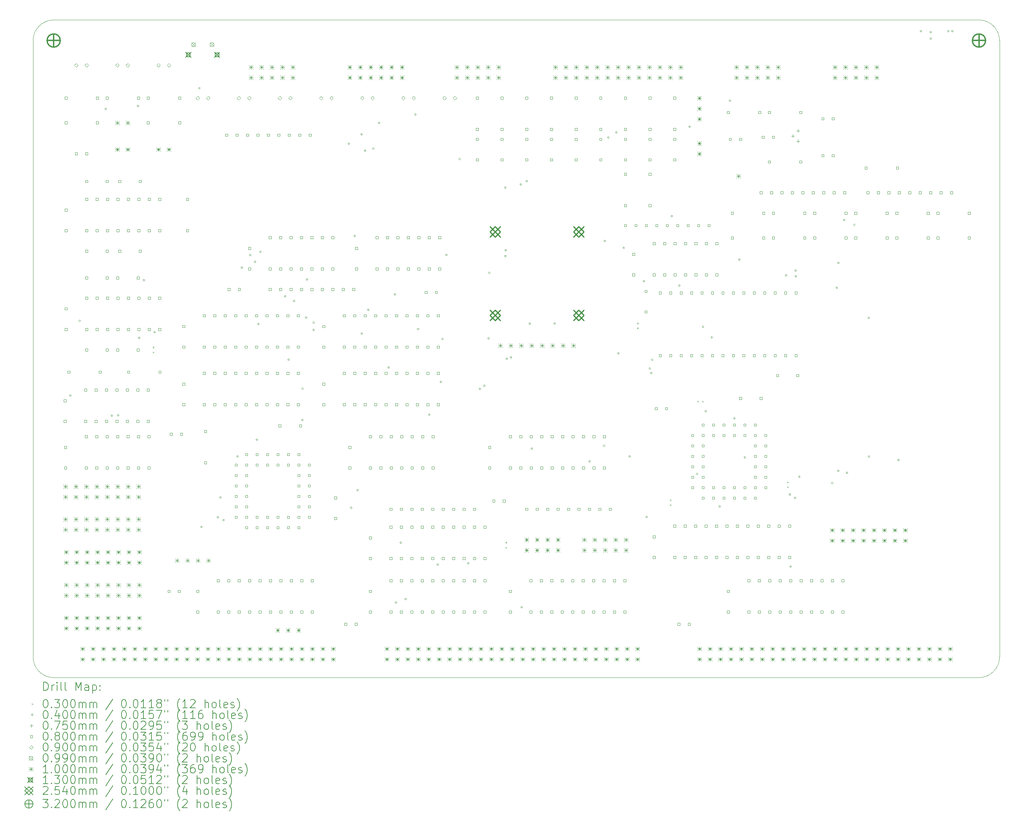
<source format=gbr>
%TF.GenerationSoftware,KiCad,Pcbnew,(6.0.11)*%
%TF.CreationDate,2024-02-24T19:33:55-05:00*%
%TF.ProjectId,input-output.Multi,696e7075-742d-46f7-9574-7075742e4d75,rev?*%
%TF.SameCoordinates,Original*%
%TF.FileFunction,Drillmap*%
%TF.FilePolarity,Positive*%
%FSLAX45Y45*%
G04 Gerber Fmt 4.5, Leading zero omitted, Abs format (unit mm)*
G04 Created by KiCad (PCBNEW (6.0.11)) date 2024-02-24 19:33:55*
%MOMM*%
%LPD*%
G01*
G04 APERTURE LIST*
%ADD10C,0.050000*%
%ADD11C,0.200000*%
%ADD12C,0.030000*%
%ADD13C,0.040000*%
%ADD14C,0.075000*%
%ADD15C,0.080000*%
%ADD16C,0.090000*%
%ADD17C,0.099000*%
%ADD18C,0.100000*%
%ADD19C,0.130000*%
%ADD20C,0.254000*%
%ADD21C,0.320000*%
G04 APERTURE END LIST*
D10*
X3500000Y-7500000D02*
X3500000Y-22500000D01*
X4000000Y-23000000D02*
X26500000Y-23000000D01*
X27000000Y-22500000D02*
X27000000Y-7500000D01*
X26500000Y-7000000D02*
X4000000Y-7000000D01*
X26500000Y-23000000D02*
G75*
G03*
X27000000Y-22500000I0J500000D01*
G01*
X27000000Y-7500000D02*
G75*
G03*
X26500000Y-7000000I-500000J0D01*
G01*
X3500000Y-22500000D02*
G75*
G03*
X4000000Y-23000000I500000J0D01*
G01*
X4000000Y-7000000D02*
G75*
G03*
X3500000Y-7500000I0J-500000D01*
G01*
D11*
D12*
X6410000Y-14950000D02*
X6440000Y-14980000D01*
X6440000Y-14950000D02*
X6410000Y-14980000D01*
X6410000Y-15070000D02*
X6440000Y-15100000D01*
X6440000Y-15070000D02*
X6410000Y-15100000D01*
X14985000Y-19700000D02*
X15015000Y-19730000D01*
X15015000Y-19700000D02*
X14985000Y-19730000D01*
X14985000Y-19820000D02*
X15015000Y-19850000D01*
X15015000Y-19820000D02*
X14985000Y-19850000D01*
X18185000Y-14365000D02*
X18215000Y-14395000D01*
X18215000Y-14365000D02*
X18185000Y-14395000D01*
X18185000Y-14485000D02*
X18215000Y-14515000D01*
X18215000Y-14485000D02*
X18185000Y-14515000D01*
X18985000Y-18665000D02*
X19015000Y-18695000D01*
X19015000Y-18665000D02*
X18985000Y-18695000D01*
X18985000Y-18785000D02*
X19015000Y-18815000D01*
X19015000Y-18785000D02*
X18985000Y-18815000D01*
X19650000Y-16265000D02*
X19680000Y-16295000D01*
X19680000Y-16265000D02*
X19650000Y-16295000D01*
X19770000Y-16265000D02*
X19800000Y-16295000D01*
X19800000Y-16265000D02*
X19770000Y-16295000D01*
X21835000Y-18230000D02*
X21865000Y-18260000D01*
X21865000Y-18230000D02*
X21835000Y-18260000D01*
X21835000Y-18350000D02*
X21865000Y-18380000D01*
X21865000Y-18350000D02*
X21835000Y-18380000D01*
D13*
X4425090Y-16134910D02*
G75*
G03*
X4425090Y-16134910I-20000J0D01*
G01*
X4653160Y-14321430D02*
G75*
G03*
X4653160Y-14321430I-20000J0D01*
G01*
X5286570Y-9165300D02*
G75*
G03*
X5286570Y-9165300I-20000J0D01*
G01*
X5432850Y-16629250D02*
G75*
G03*
X5432850Y-16629250I-20000J0D01*
G01*
X5587380Y-16617820D02*
G75*
G03*
X5587380Y-16617820I-20000J0D01*
G01*
X6071450Y-9092770D02*
G75*
G03*
X6071450Y-9092770I-20000J0D01*
G01*
X6096850Y-14734340D02*
G75*
G03*
X6096850Y-14734340I-20000J0D01*
G01*
X6213910Y-13330880D02*
G75*
G03*
X6213910Y-13330880I-20000J0D01*
G01*
X6471000Y-14596800D02*
G75*
G03*
X6471000Y-14596800I-20000J0D01*
G01*
X7563160Y-8659890D02*
G75*
G03*
X7563160Y-8659890I-20000J0D01*
G01*
X7614340Y-19333600D02*
G75*
G03*
X7614340Y-19333600I-20000J0D01*
G01*
X8011910Y-19098420D02*
G75*
G03*
X8011910Y-19098420I-20000J0D01*
G01*
X8076870Y-18616810D02*
G75*
G03*
X8076870Y-18616810I-20000J0D01*
G01*
X8148530Y-19166360D02*
G75*
G03*
X8148530Y-19166360I-20000J0D01*
G01*
X8485320Y-17618130D02*
G75*
G03*
X8485320Y-17618130I-20000J0D01*
G01*
X8595060Y-13026480D02*
G75*
G03*
X8595060Y-13026480I-20000J0D01*
G01*
X8796750Y-12720050D02*
G75*
G03*
X8796750Y-12720050I-20000J0D01*
G01*
X8916450Y-12884640D02*
G75*
G03*
X8916450Y-12884640I-20000J0D01*
G01*
X8962000Y-17211800D02*
G75*
G03*
X8962000Y-17211800I-20000J0D01*
G01*
X8997890Y-14398300D02*
G75*
G03*
X8997890Y-14398300I-20000J0D01*
G01*
X9048000Y-12640110D02*
G75*
G03*
X9048000Y-12640110I-20000J0D01*
G01*
X9648270Y-13724450D02*
G75*
G03*
X9648270Y-13724450I-20000J0D01*
G01*
X9732070Y-15265470D02*
G75*
G03*
X9732070Y-15265470I-20000J0D01*
G01*
X9866030Y-13837540D02*
G75*
G03*
X9866030Y-13837540I-20000J0D01*
G01*
X10066730Y-16731130D02*
G75*
G03*
X10066730Y-16731130I-20000J0D01*
G01*
X10070960Y-15971600D02*
G75*
G03*
X10070960Y-15971600I-20000J0D01*
G01*
X10158420Y-14241710D02*
G75*
G03*
X10158420Y-14241710I-20000J0D01*
G01*
X10180870Y-13314400D02*
G75*
G03*
X10180870Y-13314400I-20000J0D01*
G01*
X10340240Y-14542790D02*
G75*
G03*
X10340240Y-14542790I-20000J0D01*
G01*
X10341130Y-14363180D02*
G75*
G03*
X10341130Y-14363180I-20000J0D01*
G01*
X11197750Y-10012530D02*
G75*
G03*
X11197750Y-10012530I-20000J0D01*
G01*
X11251840Y-18866970D02*
G75*
G03*
X11251840Y-18866970I-20000J0D01*
G01*
X11338270Y-12251940D02*
G75*
G03*
X11338270Y-12251940I-20000J0D01*
G01*
X11409130Y-18438300D02*
G75*
G03*
X11409130Y-18438300I-20000J0D01*
G01*
X11506890Y-9781000D02*
G75*
G03*
X11506890Y-9781000I-20000J0D01*
G01*
X11511310Y-14630330D02*
G75*
G03*
X11511310Y-14630330I-20000J0D01*
G01*
X11590650Y-10181680D02*
G75*
G03*
X11590650Y-10181680I-20000J0D01*
G01*
X11668200Y-14053510D02*
G75*
G03*
X11668200Y-14053510I-20000J0D01*
G01*
X11790060Y-10130110D02*
G75*
G03*
X11790060Y-10130110I-20000J0D01*
G01*
X11933160Y-9503910D02*
G75*
G03*
X11933160Y-9503910I-20000J0D01*
G01*
X12165790Y-15455920D02*
G75*
G03*
X12165790Y-15455920I-20000J0D01*
G01*
X12316950Y-13675330D02*
G75*
G03*
X12316950Y-13675330I-20000J0D01*
G01*
X12341870Y-21173400D02*
G75*
G03*
X12341870Y-21173400I-20000J0D01*
G01*
X12459440Y-19716570D02*
G75*
G03*
X12459440Y-19716570I-20000J0D01*
G01*
X12577030Y-21088600D02*
G75*
G03*
X12577030Y-21088600I-20000J0D01*
G01*
X12816100Y-9298350D02*
G75*
G03*
X12816100Y-9298350I-20000J0D01*
G01*
X12880770Y-14520020D02*
G75*
G03*
X12880770Y-14520020I-20000J0D01*
G01*
X13154550Y-16601750D02*
G75*
G03*
X13154550Y-16601750I-20000J0D01*
G01*
X13357990Y-20251990D02*
G75*
G03*
X13357990Y-20251990I-20000J0D01*
G01*
X13433770Y-15807810D02*
G75*
G03*
X13433770Y-15807810I-20000J0D01*
G01*
X13474170Y-14759930D02*
G75*
G03*
X13474170Y-14759930I-20000J0D01*
G01*
X13570160Y-12716500D02*
G75*
G03*
X13570160Y-12716500I-20000J0D01*
G01*
X13891640Y-10383990D02*
G75*
G03*
X13891640Y-10383990I-20000J0D01*
G01*
X14100010Y-20217260D02*
G75*
G03*
X14100010Y-20217260I-20000J0D01*
G01*
X14384340Y-15976150D02*
G75*
G03*
X14384340Y-15976150I-20000J0D01*
G01*
X14493180Y-15898490D02*
G75*
G03*
X14493180Y-15898490I-20000J0D01*
G01*
X14594290Y-14747680D02*
G75*
G03*
X14594290Y-14747680I-20000J0D01*
G01*
X14610940Y-13152170D02*
G75*
G03*
X14610940Y-13152170I-20000J0D01*
G01*
X15002340Y-11079290D02*
G75*
G03*
X15002340Y-11079290I-20000J0D01*
G01*
X15004800Y-12746960D02*
G75*
G03*
X15004800Y-12746960I-20000J0D01*
G01*
X15012760Y-12603160D02*
G75*
G03*
X15012760Y-12603160I-20000J0D01*
G01*
X15037490Y-15244140D02*
G75*
G03*
X15037490Y-15244140I-20000J0D01*
G01*
X15140460Y-15208160D02*
G75*
G03*
X15140460Y-15208160I-20000J0D01*
G01*
X15378320Y-10999400D02*
G75*
G03*
X15378320Y-10999400I-20000J0D01*
G01*
X15400270Y-21287430D02*
G75*
G03*
X15400270Y-21287430I-20000J0D01*
G01*
X15521580Y-10919820D02*
G75*
G03*
X15521580Y-10919820I-20000J0D01*
G01*
X15595970Y-14386770D02*
G75*
G03*
X15595970Y-14386770I-20000J0D01*
G01*
X15646160Y-17429640D02*
G75*
G03*
X15646160Y-17429640I-20000J0D01*
G01*
X16201790Y-14385570D02*
G75*
G03*
X16201790Y-14385570I-20000J0D01*
G01*
X17050310Y-17739890D02*
G75*
G03*
X17050310Y-17739890I-20000J0D01*
G01*
X17404600Y-17360010D02*
G75*
G03*
X17404600Y-17360010I-20000J0D01*
G01*
X17421620Y-12376820D02*
G75*
G03*
X17421620Y-12376820I-20000J0D01*
G01*
X17506610Y-9857180D02*
G75*
G03*
X17506610Y-9857180I-20000J0D01*
G01*
X17701740Y-9737390D02*
G75*
G03*
X17701740Y-9737390I-20000J0D01*
G01*
X17751860Y-15112240D02*
G75*
G03*
X17751860Y-15112240I-20000J0D01*
G01*
X17880820Y-12544100D02*
G75*
G03*
X17880820Y-12544100I-20000J0D01*
G01*
X18025700Y-17617810D02*
G75*
G03*
X18025700Y-17617810I-20000J0D01*
G01*
X18371890Y-13353900D02*
G75*
G03*
X18371890Y-13353900I-20000J0D01*
G01*
X18438970Y-19093250D02*
G75*
G03*
X18438970Y-19093250I-20000J0D01*
G01*
X18515160Y-15480450D02*
G75*
G03*
X18515160Y-15480450I-20000J0D01*
G01*
X18550770Y-15593000D02*
G75*
G03*
X18550770Y-15593000I-20000J0D01*
G01*
X18571450Y-15268010D02*
G75*
G03*
X18571450Y-15268010I-20000J0D01*
G01*
X19051570Y-11774850D02*
G75*
G03*
X19051570Y-11774850I-20000J0D01*
G01*
X19235550Y-13460380D02*
G75*
G03*
X19235550Y-13460380I-20000J0D01*
G01*
X19483590Y-9597680D02*
G75*
G03*
X19483590Y-9597680I-20000J0D01*
G01*
X19663610Y-18044810D02*
G75*
G03*
X19663610Y-18044810I-20000J0D01*
G01*
X19807390Y-14462550D02*
G75*
G03*
X19807390Y-14462550I-20000J0D01*
G01*
X19874080Y-16518900D02*
G75*
G03*
X19874080Y-16518900I-20000J0D01*
G01*
X20023570Y-14723240D02*
G75*
G03*
X20023570Y-14723240I-20000J0D01*
G01*
X20213170Y-18839020D02*
G75*
G03*
X20213170Y-18839020I-20000J0D01*
G01*
X20464110Y-8964840D02*
G75*
G03*
X20464110Y-8964840I-20000J0D01*
G01*
X20571260Y-16692630D02*
G75*
G03*
X20571260Y-16692630I-20000J0D01*
G01*
X20691990Y-12829310D02*
G75*
G03*
X20691990Y-12829310I-20000J0D01*
G01*
X20827070Y-17642470D02*
G75*
G03*
X20827070Y-17642470I-20000J0D01*
G01*
X21830640Y-13213390D02*
G75*
G03*
X21830640Y-13213390I-20000J0D01*
G01*
X21921860Y-18546330D02*
G75*
G03*
X21921860Y-18546330I-20000J0D01*
G01*
X21937280Y-20298120D02*
G75*
G03*
X21937280Y-20298120I-20000J0D01*
G01*
X22046570Y-18629000D02*
G75*
G03*
X22046570Y-18629000I-20000J0D01*
G01*
X22060350Y-13096050D02*
G75*
G03*
X22060350Y-13096050I-20000J0D01*
G01*
X22064860Y-13236480D02*
G75*
G03*
X22064860Y-13236480I-20000J0D01*
G01*
X22151930Y-18111920D02*
G75*
G03*
X22151930Y-18111920I-20000J0D01*
G01*
X22949380Y-18266960D02*
G75*
G03*
X22949380Y-18266960I-20000J0D01*
G01*
X23063490Y-13518510D02*
G75*
G03*
X23063490Y-13518510I-20000J0D01*
G01*
X23096740Y-17970080D02*
G75*
G03*
X23096740Y-17970080I-20000J0D01*
G01*
X23099410Y-12910830D02*
G75*
G03*
X23099410Y-12910830I-20000J0D01*
G01*
X23240630Y-11866690D02*
G75*
G03*
X23240630Y-11866690I-20000J0D01*
G01*
X23309630Y-18016780D02*
G75*
G03*
X23309630Y-18016780I-20000J0D01*
G01*
X23490750Y-11982950D02*
G75*
G03*
X23490750Y-11982950I-20000J0D01*
G01*
X23842010Y-14247010D02*
G75*
G03*
X23842010Y-14247010I-20000J0D01*
G01*
X23845000Y-17621900D02*
G75*
G03*
X23845000Y-17621900I-20000J0D01*
G01*
X24563980Y-17709070D02*
G75*
G03*
X24563980Y-17709070I-20000J0D01*
G01*
X25108790Y-7270660D02*
G75*
G03*
X25108790Y-7270660I-20000J0D01*
G01*
X25346660Y-7452470D02*
G75*
G03*
X25346660Y-7452470I-20000J0D01*
G01*
X25347110Y-7295880D02*
G75*
G03*
X25347110Y-7295880I-20000J0D01*
G01*
X25771950Y-7273060D02*
G75*
G03*
X25771950Y-7273060I-20000J0D01*
G01*
X25874500Y-7270860D02*
G75*
G03*
X25874500Y-7270860I-20000J0D01*
G01*
D14*
X21973000Y-9785500D02*
X21973000Y-9860500D01*
X21935500Y-9823000D02*
X22010500Y-9823000D01*
X22100000Y-9658500D02*
X22100000Y-9733500D01*
X22062500Y-9696000D02*
X22137500Y-9696000D01*
X22100000Y-9912500D02*
X22100000Y-9987500D01*
X22062500Y-9950000D02*
X22137500Y-9950000D01*
D15*
X4303285Y-16293284D02*
X4303285Y-16236715D01*
X4246716Y-16236715D01*
X4246716Y-16293284D01*
X4303285Y-16293284D01*
X4303285Y-16793285D02*
X4303285Y-16736715D01*
X4246716Y-16736715D01*
X4246716Y-16793285D01*
X4303285Y-16793285D01*
X4315785Y-17428285D02*
X4315785Y-17371716D01*
X4259216Y-17371716D01*
X4259216Y-17428285D01*
X4315785Y-17428285D01*
X4315785Y-17928285D02*
X4315785Y-17871716D01*
X4259216Y-17871716D01*
X4259216Y-17928285D01*
X4315785Y-17928285D01*
X4328285Y-8928285D02*
X4328285Y-8871716D01*
X4271716Y-8871716D01*
X4271716Y-8928285D01*
X4328285Y-8928285D01*
X4328285Y-9528285D02*
X4328285Y-9471716D01*
X4271716Y-9471716D01*
X4271716Y-9528285D01*
X4328285Y-9528285D01*
X4328285Y-11653284D02*
X4328285Y-11596715D01*
X4271716Y-11596715D01*
X4271716Y-11653284D01*
X4328285Y-11653284D01*
X4328285Y-12153284D02*
X4328285Y-12096715D01*
X4271716Y-12096715D01*
X4271716Y-12153284D01*
X4328285Y-12153284D01*
X4328285Y-14053284D02*
X4328285Y-13996715D01*
X4271716Y-13996715D01*
X4271716Y-14053284D01*
X4328285Y-14053284D01*
X4328285Y-14553284D02*
X4328285Y-14496715D01*
X4271716Y-14496715D01*
X4271716Y-14553284D01*
X4328285Y-14553284D01*
X4397285Y-15593284D02*
X4397285Y-15536715D01*
X4340716Y-15536715D01*
X4340716Y-15593284D01*
X4397285Y-15593284D01*
X4578285Y-10278285D02*
X4578285Y-10221716D01*
X4521716Y-10221716D01*
X4521716Y-10278285D01*
X4578285Y-10278285D01*
X4803285Y-16031284D02*
X4803285Y-15974715D01*
X4746716Y-15974715D01*
X4746716Y-16031284D01*
X4803285Y-16031284D01*
X4803285Y-16793285D02*
X4803285Y-16736715D01*
X4746716Y-16736715D01*
X4746716Y-16793285D01*
X4803285Y-16793285D01*
X4815785Y-17166285D02*
X4815785Y-17109716D01*
X4759216Y-17109716D01*
X4759216Y-17166285D01*
X4815785Y-17166285D01*
X4815785Y-17928285D02*
X4815785Y-17871716D01*
X4759216Y-17871716D01*
X4759216Y-17928285D01*
X4815785Y-17928285D01*
X4828285Y-10278285D02*
X4828285Y-10221716D01*
X4771716Y-10221716D01*
X4771716Y-10278285D01*
X4828285Y-10278285D01*
X4828285Y-10953285D02*
X4828285Y-10896716D01*
X4771716Y-10896716D01*
X4771716Y-10953285D01*
X4828285Y-10953285D01*
X4828285Y-11391284D02*
X4828285Y-11334715D01*
X4771716Y-11334715D01*
X4771716Y-11391284D01*
X4828285Y-11391284D01*
X4828285Y-12153284D02*
X4828285Y-12096715D01*
X4771716Y-12096715D01*
X4771716Y-12153284D01*
X4828285Y-12153284D01*
X4828285Y-12653284D02*
X4828285Y-12596715D01*
X4771716Y-12596715D01*
X4771716Y-12653284D01*
X4828285Y-12653284D01*
X4828285Y-13303284D02*
X4828285Y-13246715D01*
X4771716Y-13246715D01*
X4771716Y-13303284D01*
X4828285Y-13303284D01*
X4828285Y-13791284D02*
X4828285Y-13734715D01*
X4771716Y-13734715D01*
X4771716Y-13791284D01*
X4828285Y-13791284D01*
X4828285Y-14553284D02*
X4828285Y-14496715D01*
X4771716Y-14496715D01*
X4771716Y-14553284D01*
X4828285Y-14553284D01*
X4828285Y-15053284D02*
X4828285Y-14996715D01*
X4771716Y-14996715D01*
X4771716Y-15053284D01*
X4828285Y-15053284D01*
X5057285Y-16031284D02*
X5057285Y-15974715D01*
X5000716Y-15974715D01*
X5000716Y-16031284D01*
X5057285Y-16031284D01*
X5057285Y-16793285D02*
X5057285Y-16736715D01*
X5000716Y-16736715D01*
X5000716Y-16793285D01*
X5057285Y-16793285D01*
X5069785Y-17166285D02*
X5069785Y-17109716D01*
X5013216Y-17109716D01*
X5013216Y-17166285D01*
X5069785Y-17166285D01*
X5069785Y-17928285D02*
X5069785Y-17871716D01*
X5013216Y-17871716D01*
X5013216Y-17928285D01*
X5069785Y-17928285D01*
X5082285Y-11391284D02*
X5082285Y-11334715D01*
X5025716Y-11334715D01*
X5025716Y-11391284D01*
X5082285Y-11391284D01*
X5082285Y-12153284D02*
X5082285Y-12096715D01*
X5025716Y-12096715D01*
X5025716Y-12153284D01*
X5082285Y-12153284D01*
X5082285Y-13791284D02*
X5082285Y-13734715D01*
X5025716Y-13734715D01*
X5025716Y-13791284D01*
X5082285Y-13791284D01*
X5082285Y-14553284D02*
X5082285Y-14496715D01*
X5025716Y-14496715D01*
X5025716Y-14553284D01*
X5082285Y-14553284D01*
X5090285Y-8928285D02*
X5090285Y-8871716D01*
X5033716Y-8871716D01*
X5033716Y-8928285D01*
X5090285Y-8928285D01*
X5090285Y-9528285D02*
X5090285Y-9471716D01*
X5033716Y-9471716D01*
X5033716Y-9528285D01*
X5090285Y-9528285D01*
X5159285Y-15593284D02*
X5159285Y-15536715D01*
X5102716Y-15536715D01*
X5102716Y-15593284D01*
X5159285Y-15593284D01*
X5311285Y-16031284D02*
X5311285Y-15974715D01*
X5254716Y-15974715D01*
X5254716Y-16031284D01*
X5311285Y-16031284D01*
X5311285Y-16793285D02*
X5311285Y-16736715D01*
X5254716Y-16736715D01*
X5254716Y-16793285D01*
X5311285Y-16793285D01*
X5323785Y-17166285D02*
X5323785Y-17109716D01*
X5267216Y-17109716D01*
X5267216Y-17166285D01*
X5323785Y-17166285D01*
X5323785Y-17928285D02*
X5323785Y-17871716D01*
X5267216Y-17871716D01*
X5267216Y-17928285D01*
X5323785Y-17928285D01*
X5328285Y-8928285D02*
X5328285Y-8871716D01*
X5271716Y-8871716D01*
X5271716Y-8928285D01*
X5328285Y-8928285D01*
X5328285Y-10953285D02*
X5328285Y-10896716D01*
X5271716Y-10896716D01*
X5271716Y-10953285D01*
X5328285Y-10953285D01*
X5328285Y-12653284D02*
X5328285Y-12596715D01*
X5271716Y-12596715D01*
X5271716Y-12653284D01*
X5328285Y-12653284D01*
X5328285Y-13303284D02*
X5328285Y-13246715D01*
X5271716Y-13246715D01*
X5271716Y-13303284D01*
X5328285Y-13303284D01*
X5328285Y-15053284D02*
X5328285Y-14996715D01*
X5271716Y-14996715D01*
X5271716Y-15053284D01*
X5328285Y-15053284D01*
X5336285Y-11391284D02*
X5336285Y-11334715D01*
X5279716Y-11334715D01*
X5279716Y-11391284D01*
X5336285Y-11391284D01*
X5336285Y-12153284D02*
X5336285Y-12096715D01*
X5279716Y-12096715D01*
X5279716Y-12153284D01*
X5336285Y-12153284D01*
X5336285Y-13791284D02*
X5336285Y-13734715D01*
X5279716Y-13734715D01*
X5279716Y-13791284D01*
X5336285Y-13791284D01*
X5336285Y-14553284D02*
X5336285Y-14496715D01*
X5279716Y-14496715D01*
X5279716Y-14553284D01*
X5336285Y-14553284D01*
X5565285Y-16031284D02*
X5565285Y-15974715D01*
X5508716Y-15974715D01*
X5508716Y-16031284D01*
X5565285Y-16031284D01*
X5565285Y-16793285D02*
X5565285Y-16736715D01*
X5508716Y-16736715D01*
X5508716Y-16793285D01*
X5565285Y-16793285D01*
X5577785Y-17166285D02*
X5577785Y-17109716D01*
X5521216Y-17109716D01*
X5521216Y-17166285D01*
X5577785Y-17166285D01*
X5577785Y-17928285D02*
X5577785Y-17871716D01*
X5521216Y-17871716D01*
X5521216Y-17928285D01*
X5577785Y-17928285D01*
X5578285Y-13303284D02*
X5578285Y-13246715D01*
X5521716Y-13246715D01*
X5521716Y-13303284D01*
X5578285Y-13303284D01*
X5578285Y-15053284D02*
X5578285Y-14996715D01*
X5521716Y-14996715D01*
X5521716Y-15053284D01*
X5578285Y-15053284D01*
X5590285Y-11391284D02*
X5590285Y-11334715D01*
X5533716Y-11334715D01*
X5533716Y-11391284D01*
X5590285Y-11391284D01*
X5590285Y-12153284D02*
X5590285Y-12096715D01*
X5533716Y-12096715D01*
X5533716Y-12153284D01*
X5590285Y-12153284D01*
X5590285Y-13791284D02*
X5590285Y-13734715D01*
X5533716Y-13734715D01*
X5533716Y-13791284D01*
X5590285Y-13791284D01*
X5590285Y-14553284D02*
X5590285Y-14496715D01*
X5533716Y-14496715D01*
X5533716Y-14553284D01*
X5590285Y-14553284D01*
X5628284Y-10953285D02*
X5628284Y-10896716D01*
X5571716Y-10896716D01*
X5571716Y-10953285D01*
X5628284Y-10953285D01*
X5628284Y-12653284D02*
X5628284Y-12596715D01*
X5571716Y-12596715D01*
X5571716Y-12653284D01*
X5628284Y-12653284D01*
X5819284Y-16031284D02*
X5819284Y-15974715D01*
X5762715Y-15974715D01*
X5762715Y-16031284D01*
X5819284Y-16031284D01*
X5819284Y-16793285D02*
X5819284Y-16736715D01*
X5762715Y-16736715D01*
X5762715Y-16793285D01*
X5819284Y-16793285D01*
X5831784Y-17166285D02*
X5831784Y-17109716D01*
X5775215Y-17109716D01*
X5775215Y-17166285D01*
X5831784Y-17166285D01*
X5831784Y-17928285D02*
X5831784Y-17871716D01*
X5775215Y-17871716D01*
X5775215Y-17928285D01*
X5831784Y-17928285D01*
X5844284Y-11391284D02*
X5844284Y-11334715D01*
X5787715Y-11334715D01*
X5787715Y-11391284D01*
X5844284Y-11391284D01*
X5844284Y-12153284D02*
X5844284Y-12096715D01*
X5787715Y-12096715D01*
X5787715Y-12153284D01*
X5844284Y-12153284D01*
X5844284Y-13791284D02*
X5844284Y-13734715D01*
X5787715Y-13734715D01*
X5787715Y-13791284D01*
X5844284Y-13791284D01*
X5844284Y-14553284D02*
X5844284Y-14496715D01*
X5787715Y-14496715D01*
X5787715Y-14553284D01*
X5844284Y-14553284D01*
X5847284Y-15593284D02*
X5847284Y-15536715D01*
X5790715Y-15536715D01*
X5790715Y-15593284D01*
X5847284Y-15593284D01*
X6073284Y-16031284D02*
X6073284Y-15974715D01*
X6016715Y-15974715D01*
X6016715Y-16031284D01*
X6073284Y-16031284D01*
X6073284Y-16793285D02*
X6073284Y-16736715D01*
X6016715Y-16736715D01*
X6016715Y-16793285D01*
X6073284Y-16793285D01*
X6078284Y-13303284D02*
X6078284Y-13246715D01*
X6021715Y-13246715D01*
X6021715Y-13303284D01*
X6078284Y-13303284D01*
X6078284Y-15053284D02*
X6078284Y-14996715D01*
X6021715Y-14996715D01*
X6021715Y-15053284D01*
X6078284Y-15053284D01*
X6085784Y-17166285D02*
X6085784Y-17109716D01*
X6029215Y-17109716D01*
X6029215Y-17166285D01*
X6085784Y-17166285D01*
X6085784Y-17928285D02*
X6085784Y-17871716D01*
X6029215Y-17871716D01*
X6029215Y-17928285D01*
X6085784Y-17928285D01*
X6090284Y-8928285D02*
X6090284Y-8871716D01*
X6033715Y-8871716D01*
X6033715Y-8928285D01*
X6090284Y-8928285D01*
X6098284Y-11391284D02*
X6098284Y-11334715D01*
X6041715Y-11334715D01*
X6041715Y-11391284D01*
X6098284Y-11391284D01*
X6098284Y-12153284D02*
X6098284Y-12096715D01*
X6041715Y-12096715D01*
X6041715Y-12153284D01*
X6098284Y-12153284D01*
X6098284Y-13791284D02*
X6098284Y-13734715D01*
X6041715Y-13734715D01*
X6041715Y-13791284D01*
X6098284Y-13791284D01*
X6098284Y-14553284D02*
X6098284Y-14496715D01*
X6041715Y-14496715D01*
X6041715Y-14553284D01*
X6098284Y-14553284D01*
X6128284Y-10953285D02*
X6128284Y-10896716D01*
X6071715Y-10896716D01*
X6071715Y-10953285D01*
X6128284Y-10953285D01*
X6128284Y-12653284D02*
X6128284Y-12596715D01*
X6071715Y-12596715D01*
X6071715Y-12653284D01*
X6128284Y-12653284D01*
X6327284Y-16031284D02*
X6327284Y-15974715D01*
X6270715Y-15974715D01*
X6270715Y-16031284D01*
X6327284Y-16031284D01*
X6327284Y-16793285D02*
X6327284Y-16736715D01*
X6270715Y-16736715D01*
X6270715Y-16793285D01*
X6327284Y-16793285D01*
X6328284Y-8928285D02*
X6328284Y-8871716D01*
X6271715Y-8871716D01*
X6271715Y-8928285D01*
X6328284Y-8928285D01*
X6328284Y-9528285D02*
X6328284Y-9471716D01*
X6271715Y-9471716D01*
X6271715Y-9528285D01*
X6328284Y-9528285D01*
X6339784Y-17166285D02*
X6339784Y-17109716D01*
X6283215Y-17109716D01*
X6283215Y-17166285D01*
X6339784Y-17166285D01*
X6339784Y-17928285D02*
X6339784Y-17871716D01*
X6283215Y-17871716D01*
X6283215Y-17928285D01*
X6339784Y-17928285D01*
X6352284Y-11391284D02*
X6352284Y-11334715D01*
X6295715Y-11334715D01*
X6295715Y-11391284D01*
X6352284Y-11391284D01*
X6352284Y-12153284D02*
X6352284Y-12096715D01*
X6295715Y-12096715D01*
X6295715Y-12153284D01*
X6352284Y-12153284D01*
X6352284Y-13791284D02*
X6352284Y-13734715D01*
X6295715Y-13734715D01*
X6295715Y-13791284D01*
X6352284Y-13791284D01*
X6352284Y-14553284D02*
X6352284Y-14496715D01*
X6295715Y-14496715D01*
X6295715Y-14553284D01*
X6352284Y-14553284D01*
X6606284Y-11391284D02*
X6606284Y-11334715D01*
X6549715Y-11334715D01*
X6549715Y-11391284D01*
X6606284Y-11391284D01*
X6606284Y-12153284D02*
X6606284Y-12096715D01*
X6549715Y-12096715D01*
X6549715Y-12153284D01*
X6606284Y-12153284D01*
X6606284Y-13791284D02*
X6606284Y-13734715D01*
X6549715Y-13734715D01*
X6549715Y-13791284D01*
X6606284Y-13791284D01*
X6606284Y-14553284D02*
X6606284Y-14496715D01*
X6549715Y-14496715D01*
X6549715Y-14553284D01*
X6606284Y-14553284D01*
X6609284Y-15593284D02*
X6609284Y-15536715D01*
X6552715Y-15536715D01*
X6552715Y-15593284D01*
X6609284Y-15593284D01*
X6828284Y-20928285D02*
X6828284Y-20871716D01*
X6771715Y-20871716D01*
X6771715Y-20928285D01*
X6828284Y-20928285D01*
X6882774Y-17103285D02*
X6882774Y-17046716D01*
X6826205Y-17046716D01*
X6826205Y-17103285D01*
X6882774Y-17103285D01*
X7078284Y-20928285D02*
X7078284Y-20871716D01*
X7021715Y-20871716D01*
X7021715Y-20928285D01*
X7078284Y-20928285D01*
X7090284Y-8928285D02*
X7090284Y-8871716D01*
X7033715Y-8871716D01*
X7033715Y-8928285D01*
X7090284Y-8928285D01*
X7090284Y-9528285D02*
X7090284Y-9471716D01*
X7033715Y-9471716D01*
X7033715Y-9528285D01*
X7090284Y-9528285D01*
X7132774Y-17103285D02*
X7132774Y-17046716D01*
X7076205Y-17046716D01*
X7076205Y-17103285D01*
X7132774Y-17103285D01*
X7190784Y-14483284D02*
X7190784Y-14426715D01*
X7134215Y-14426715D01*
X7134215Y-14483284D01*
X7190784Y-14483284D01*
X7190784Y-14983284D02*
X7190784Y-14926715D01*
X7134215Y-14926715D01*
X7134215Y-14983284D01*
X7190784Y-14983284D01*
X7190784Y-15883284D02*
X7190784Y-15826715D01*
X7134215Y-15826715D01*
X7134215Y-15883284D01*
X7190784Y-15883284D01*
X7190784Y-16383284D02*
X7190784Y-16326715D01*
X7134215Y-16326715D01*
X7134215Y-16383284D01*
X7190784Y-16383284D01*
X7278284Y-11387284D02*
X7278284Y-11330715D01*
X7221715Y-11330715D01*
X7221715Y-11387284D01*
X7278284Y-11387284D01*
X7278284Y-12149284D02*
X7278284Y-12092715D01*
X7221715Y-12092715D01*
X7221715Y-12149284D01*
X7278284Y-12149284D01*
X7528284Y-20928285D02*
X7528284Y-20871716D01*
X7471715Y-20871716D01*
X7471715Y-20928285D01*
X7528284Y-20928285D01*
X7528284Y-21428285D02*
X7528284Y-21371716D01*
X7471715Y-21371716D01*
X7471715Y-21428285D01*
X7528284Y-21428285D01*
X7690784Y-14221284D02*
X7690784Y-14164715D01*
X7634215Y-14164715D01*
X7634215Y-14221284D01*
X7690784Y-14221284D01*
X7690784Y-14983284D02*
X7690784Y-14926715D01*
X7634215Y-14926715D01*
X7634215Y-14983284D01*
X7690784Y-14983284D01*
X7690784Y-15621284D02*
X7690784Y-15564715D01*
X7634215Y-15564715D01*
X7634215Y-15621284D01*
X7690784Y-15621284D01*
X7690784Y-16383284D02*
X7690784Y-16326715D01*
X7634215Y-16326715D01*
X7634215Y-16383284D01*
X7690784Y-16383284D01*
X7718284Y-17037285D02*
X7718284Y-16980716D01*
X7661715Y-16980716D01*
X7661715Y-17037285D01*
X7718284Y-17037285D01*
X7718284Y-17799285D02*
X7718284Y-17742716D01*
X7661715Y-17742716D01*
X7661715Y-17799285D01*
X7718284Y-17799285D01*
X7944784Y-14221284D02*
X7944784Y-14164715D01*
X7888215Y-14164715D01*
X7888215Y-14221284D01*
X7944784Y-14221284D01*
X7944784Y-14983284D02*
X7944784Y-14926715D01*
X7888215Y-14926715D01*
X7888215Y-14983284D01*
X7944784Y-14983284D01*
X7944784Y-15621284D02*
X7944784Y-15564715D01*
X7888215Y-15564715D01*
X7888215Y-15621284D01*
X7944784Y-15621284D01*
X7944784Y-16383284D02*
X7944784Y-16326715D01*
X7888215Y-16326715D01*
X7888215Y-16383284D01*
X7944784Y-16383284D01*
X8028284Y-20666285D02*
X8028284Y-20609716D01*
X7971715Y-20609716D01*
X7971715Y-20666285D01*
X8028284Y-20666285D01*
X8028284Y-21428285D02*
X8028284Y-21371716D01*
X7971715Y-21371716D01*
X7971715Y-21428285D01*
X8028284Y-21428285D01*
X8198784Y-14221284D02*
X8198784Y-14164715D01*
X8142215Y-14164715D01*
X8142215Y-14221284D01*
X8198784Y-14221284D01*
X8198784Y-14983284D02*
X8198784Y-14926715D01*
X8142215Y-14926715D01*
X8142215Y-14983284D01*
X8198784Y-14983284D01*
X8198784Y-15621284D02*
X8198784Y-15564715D01*
X8142215Y-15564715D01*
X8142215Y-15621284D01*
X8198784Y-15621284D01*
X8198784Y-16383284D02*
X8198784Y-16326715D01*
X8142215Y-16326715D01*
X8142215Y-16383284D01*
X8198784Y-16383284D01*
X8228284Y-9828285D02*
X8228284Y-9771716D01*
X8171715Y-9771716D01*
X8171715Y-9828285D01*
X8228284Y-9828285D01*
X8282284Y-20666285D02*
X8282284Y-20609716D01*
X8225715Y-20609716D01*
X8225715Y-20666285D01*
X8282284Y-20666285D01*
X8282284Y-21428285D02*
X8282284Y-21371716D01*
X8225715Y-21371716D01*
X8225715Y-21428285D01*
X8282284Y-21428285D01*
X8290784Y-13583284D02*
X8290784Y-13526715D01*
X8234215Y-13526715D01*
X8234215Y-13583284D01*
X8290784Y-13583284D01*
X8452785Y-14221284D02*
X8452785Y-14164715D01*
X8396216Y-14164715D01*
X8396216Y-14221284D01*
X8452785Y-14221284D01*
X8452785Y-14983284D02*
X8452785Y-14926715D01*
X8396216Y-14926715D01*
X8396216Y-14983284D01*
X8452785Y-14983284D01*
X8452785Y-15621284D02*
X8452785Y-15564715D01*
X8396216Y-15564715D01*
X8396216Y-15621284D01*
X8452785Y-15621284D01*
X8452785Y-16383284D02*
X8452785Y-16326715D01*
X8396216Y-16326715D01*
X8396216Y-16383284D01*
X8452785Y-16383284D01*
X8462285Y-17853285D02*
X8462285Y-17796716D01*
X8405716Y-17796716D01*
X8405716Y-17853285D01*
X8462285Y-17853285D01*
X8462285Y-18107285D02*
X8462285Y-18050716D01*
X8405716Y-18050716D01*
X8405716Y-18107285D01*
X8462285Y-18107285D01*
X8462285Y-18361285D02*
X8462285Y-18304716D01*
X8405716Y-18304716D01*
X8405716Y-18361285D01*
X8462285Y-18361285D01*
X8462285Y-18615285D02*
X8462285Y-18558716D01*
X8405716Y-18558716D01*
X8405716Y-18615285D01*
X8462285Y-18615285D01*
X8462285Y-18869285D02*
X8462285Y-18812716D01*
X8405716Y-18812716D01*
X8405716Y-18869285D01*
X8462285Y-18869285D01*
X8462285Y-19123285D02*
X8462285Y-19066716D01*
X8405716Y-19066716D01*
X8405716Y-19123285D01*
X8462285Y-19123285D01*
X8482285Y-9828285D02*
X8482285Y-9771716D01*
X8425716Y-9771716D01*
X8425716Y-9828285D01*
X8482285Y-9828285D01*
X8536285Y-20666285D02*
X8536285Y-20609716D01*
X8479716Y-20609716D01*
X8479716Y-20666285D01*
X8536285Y-20666285D01*
X8536285Y-21428285D02*
X8536285Y-21371716D01*
X8479716Y-21371716D01*
X8479716Y-21428285D01*
X8536285Y-21428285D01*
X8540785Y-13583284D02*
X8540785Y-13526715D01*
X8484216Y-13526715D01*
X8484216Y-13583284D01*
X8540785Y-13583284D01*
X8706785Y-14221284D02*
X8706785Y-14164715D01*
X8650216Y-14164715D01*
X8650216Y-14221284D01*
X8706785Y-14221284D01*
X8706785Y-14983284D02*
X8706785Y-14926715D01*
X8650216Y-14926715D01*
X8650216Y-14983284D01*
X8706785Y-14983284D01*
X8706785Y-15621284D02*
X8706785Y-15564715D01*
X8650216Y-15564715D01*
X8650216Y-15621284D01*
X8706785Y-15621284D01*
X8706785Y-16383284D02*
X8706785Y-16326715D01*
X8650216Y-16326715D01*
X8650216Y-16383284D01*
X8706785Y-16383284D01*
X8716285Y-17599285D02*
X8716285Y-17542716D01*
X8659716Y-17542716D01*
X8659716Y-17599285D01*
X8716285Y-17599285D01*
X8716285Y-17853285D02*
X8716285Y-17796716D01*
X8659716Y-17796716D01*
X8659716Y-17853285D01*
X8716285Y-17853285D01*
X8716285Y-18107285D02*
X8716285Y-18050716D01*
X8659716Y-18050716D01*
X8659716Y-18107285D01*
X8716285Y-18107285D01*
X8716285Y-18361285D02*
X8716285Y-18304716D01*
X8659716Y-18304716D01*
X8659716Y-18361285D01*
X8716285Y-18361285D01*
X8716285Y-18615285D02*
X8716285Y-18558716D01*
X8659716Y-18558716D01*
X8659716Y-18615285D01*
X8716285Y-18615285D01*
X8716285Y-18869285D02*
X8716285Y-18812716D01*
X8659716Y-18812716D01*
X8659716Y-18869285D01*
X8716285Y-18869285D01*
X8716285Y-19123285D02*
X8716285Y-19066716D01*
X8659716Y-19066716D01*
X8659716Y-19123285D01*
X8716285Y-19123285D01*
X8716285Y-19377285D02*
X8716285Y-19320716D01*
X8659716Y-19320716D01*
X8659716Y-19377285D01*
X8716285Y-19377285D01*
X8736285Y-9828285D02*
X8736285Y-9771716D01*
X8679716Y-9771716D01*
X8679716Y-9828285D01*
X8736285Y-9828285D01*
X8790285Y-20666285D02*
X8790285Y-20609716D01*
X8733716Y-20609716D01*
X8733716Y-20666285D01*
X8790285Y-20666285D01*
X8790285Y-21428285D02*
X8790285Y-21371716D01*
X8733716Y-21371716D01*
X8733716Y-21428285D01*
X8790285Y-21428285D01*
X8790785Y-12583284D02*
X8790785Y-12526715D01*
X8734216Y-12526715D01*
X8734216Y-12583284D01*
X8790785Y-12583284D01*
X8790785Y-13083284D02*
X8790785Y-13026715D01*
X8734216Y-13026715D01*
X8734216Y-13083284D01*
X8790785Y-13083284D01*
X8960785Y-14221284D02*
X8960785Y-14164715D01*
X8904216Y-14164715D01*
X8904216Y-14221284D01*
X8960785Y-14221284D01*
X8960785Y-14983284D02*
X8960785Y-14926715D01*
X8904216Y-14926715D01*
X8904216Y-14983284D01*
X8960785Y-14983284D01*
X8960785Y-15621284D02*
X8960785Y-15564715D01*
X8904216Y-15564715D01*
X8904216Y-15621284D01*
X8960785Y-15621284D01*
X8960785Y-16383284D02*
X8960785Y-16326715D01*
X8904216Y-16326715D01*
X8904216Y-16383284D01*
X8960785Y-16383284D01*
X8970285Y-17599285D02*
X8970285Y-17542716D01*
X8913716Y-17542716D01*
X8913716Y-17599285D01*
X8970285Y-17599285D01*
X8970285Y-17853285D02*
X8970285Y-17796716D01*
X8913716Y-17796716D01*
X8913716Y-17853285D01*
X8970285Y-17853285D01*
X8970285Y-19123285D02*
X8970285Y-19066716D01*
X8913716Y-19066716D01*
X8913716Y-19123285D01*
X8970285Y-19123285D01*
X8970285Y-19377285D02*
X8970285Y-19320716D01*
X8913716Y-19320716D01*
X8913716Y-19377285D01*
X8970285Y-19377285D01*
X8990285Y-9828285D02*
X8990285Y-9771716D01*
X8933716Y-9771716D01*
X8933716Y-9828285D01*
X8990285Y-9828285D01*
X9044285Y-20666285D02*
X9044285Y-20609716D01*
X8987716Y-20609716D01*
X8987716Y-20666285D01*
X9044285Y-20666285D01*
X9044285Y-21428285D02*
X9044285Y-21371716D01*
X8987716Y-21371716D01*
X8987716Y-21428285D01*
X9044285Y-21428285D01*
X9214785Y-14221284D02*
X9214785Y-14164715D01*
X9158216Y-14164715D01*
X9158216Y-14221284D01*
X9214785Y-14221284D01*
X9214785Y-14983284D02*
X9214785Y-14926715D01*
X9158216Y-14926715D01*
X9158216Y-14983284D01*
X9214785Y-14983284D01*
X9214785Y-15621284D02*
X9214785Y-15564715D01*
X9158216Y-15564715D01*
X9158216Y-15621284D01*
X9214785Y-15621284D01*
X9214785Y-16383284D02*
X9214785Y-16326715D01*
X9158216Y-16326715D01*
X9158216Y-16383284D01*
X9214785Y-16383284D01*
X9224285Y-17599285D02*
X9224285Y-17542716D01*
X9167716Y-17542716D01*
X9167716Y-17599285D01*
X9224285Y-17599285D01*
X9224285Y-17853285D02*
X9224285Y-17796716D01*
X9167716Y-17796716D01*
X9167716Y-17853285D01*
X9224285Y-17853285D01*
X9224285Y-19123285D02*
X9224285Y-19066716D01*
X9167716Y-19066716D01*
X9167716Y-19123285D01*
X9224285Y-19123285D01*
X9224285Y-19377285D02*
X9224285Y-19320716D01*
X9167716Y-19320716D01*
X9167716Y-19377285D01*
X9224285Y-19377285D01*
X9244285Y-9828285D02*
X9244285Y-9771716D01*
X9187716Y-9771716D01*
X9187716Y-9828285D01*
X9244285Y-9828285D01*
X9290785Y-12321284D02*
X9290785Y-12264715D01*
X9234216Y-12264715D01*
X9234216Y-12321284D01*
X9290785Y-12321284D01*
X9290785Y-13083284D02*
X9290785Y-13026715D01*
X9234216Y-13026715D01*
X9234216Y-13083284D01*
X9290785Y-13083284D01*
X9290785Y-13583284D02*
X9290785Y-13526715D01*
X9234216Y-13526715D01*
X9234216Y-13583284D01*
X9290785Y-13583284D01*
X9298285Y-20666285D02*
X9298285Y-20609716D01*
X9241716Y-20609716D01*
X9241716Y-20666285D01*
X9298285Y-20666285D01*
X9298285Y-21428285D02*
X9298285Y-21371716D01*
X9241716Y-21371716D01*
X9241716Y-21428285D01*
X9298285Y-21428285D01*
X9468785Y-14221284D02*
X9468785Y-14164715D01*
X9412216Y-14164715D01*
X9412216Y-14221284D01*
X9468785Y-14221284D01*
X9468785Y-14983284D02*
X9468785Y-14926715D01*
X9412216Y-14926715D01*
X9412216Y-14983284D01*
X9468785Y-14983284D01*
X9468785Y-15621284D02*
X9468785Y-15564715D01*
X9412216Y-15564715D01*
X9412216Y-15621284D01*
X9468785Y-15621284D01*
X9468785Y-16383284D02*
X9468785Y-16326715D01*
X9412216Y-16326715D01*
X9412216Y-16383284D01*
X9468785Y-16383284D01*
X9478285Y-17599285D02*
X9478285Y-17542716D01*
X9421716Y-17542716D01*
X9421716Y-17599285D01*
X9478285Y-17599285D01*
X9478285Y-17853285D02*
X9478285Y-17796716D01*
X9421716Y-17796716D01*
X9421716Y-17853285D01*
X9478285Y-17853285D01*
X9478285Y-19123285D02*
X9478285Y-19066716D01*
X9421716Y-19066716D01*
X9421716Y-19123285D01*
X9478285Y-19123285D01*
X9478285Y-19377285D02*
X9478285Y-19320716D01*
X9421716Y-19320716D01*
X9421716Y-19377285D01*
X9478285Y-19377285D01*
X9498285Y-9828285D02*
X9498285Y-9771716D01*
X9441716Y-9771716D01*
X9441716Y-9828285D01*
X9498285Y-9828285D01*
X9528285Y-16903285D02*
X9528285Y-16846716D01*
X9471716Y-16846716D01*
X9471716Y-16903285D01*
X9528285Y-16903285D01*
X9544785Y-12321284D02*
X9544785Y-12264715D01*
X9488216Y-12264715D01*
X9488216Y-12321284D01*
X9544785Y-12321284D01*
X9544785Y-13083284D02*
X9544785Y-13026715D01*
X9488216Y-13026715D01*
X9488216Y-13083284D01*
X9544785Y-13083284D01*
X9544785Y-13583284D02*
X9544785Y-13526715D01*
X9488216Y-13526715D01*
X9488216Y-13583284D01*
X9544785Y-13583284D01*
X9552285Y-20666285D02*
X9552285Y-20609716D01*
X9495716Y-20609716D01*
X9495716Y-20666285D01*
X9552285Y-20666285D01*
X9552285Y-21428285D02*
X9552285Y-21371716D01*
X9495716Y-21371716D01*
X9495716Y-21428285D01*
X9552285Y-21428285D01*
X9722785Y-14221284D02*
X9722785Y-14164715D01*
X9666216Y-14164715D01*
X9666216Y-14221284D01*
X9722785Y-14221284D01*
X9722785Y-14983284D02*
X9722785Y-14926715D01*
X9666216Y-14926715D01*
X9666216Y-14983284D01*
X9722785Y-14983284D01*
X9722785Y-15621284D02*
X9722785Y-15564715D01*
X9666216Y-15564715D01*
X9666216Y-15621284D01*
X9722785Y-15621284D01*
X9722785Y-16383284D02*
X9722785Y-16326715D01*
X9666216Y-16326715D01*
X9666216Y-16383284D01*
X9722785Y-16383284D01*
X9732285Y-17599285D02*
X9732285Y-17542716D01*
X9675716Y-17542716D01*
X9675716Y-17599285D01*
X9732285Y-17599285D01*
X9732285Y-17853285D02*
X9732285Y-17796716D01*
X9675716Y-17796716D01*
X9675716Y-17853285D01*
X9732285Y-17853285D01*
X9732285Y-19123285D02*
X9732285Y-19066716D01*
X9675716Y-19066716D01*
X9675716Y-19123285D01*
X9732285Y-19123285D01*
X9732285Y-19377285D02*
X9732285Y-19320716D01*
X9675716Y-19320716D01*
X9675716Y-19377285D01*
X9732285Y-19377285D01*
X9752285Y-9828285D02*
X9752285Y-9771716D01*
X9695716Y-9771716D01*
X9695716Y-9828285D01*
X9752285Y-9828285D01*
X9798785Y-12321284D02*
X9798785Y-12264715D01*
X9742216Y-12264715D01*
X9742216Y-12321284D01*
X9798785Y-12321284D01*
X9798785Y-13083284D02*
X9798785Y-13026715D01*
X9742216Y-13026715D01*
X9742216Y-13083284D01*
X9798785Y-13083284D01*
X9798785Y-13583284D02*
X9798785Y-13526715D01*
X9742216Y-13526715D01*
X9742216Y-13583284D01*
X9798785Y-13583284D01*
X9806285Y-20666285D02*
X9806285Y-20609716D01*
X9749716Y-20609716D01*
X9749716Y-20666285D01*
X9806285Y-20666285D01*
X9806285Y-21428285D02*
X9806285Y-21371716D01*
X9749716Y-21371716D01*
X9749716Y-21428285D01*
X9806285Y-21428285D01*
X9976785Y-14221284D02*
X9976785Y-14164715D01*
X9920216Y-14164715D01*
X9920216Y-14221284D01*
X9976785Y-14221284D01*
X9976785Y-14983284D02*
X9976785Y-14926715D01*
X9920216Y-14926715D01*
X9920216Y-14983284D01*
X9976785Y-14983284D01*
X9976785Y-15621284D02*
X9976785Y-15564715D01*
X9920216Y-15564715D01*
X9920216Y-15621284D01*
X9976785Y-15621284D01*
X9976785Y-16383284D02*
X9976785Y-16326715D01*
X9920216Y-16326715D01*
X9920216Y-16383284D01*
X9976785Y-16383284D01*
X9986285Y-17599285D02*
X9986285Y-17542716D01*
X9929716Y-17542716D01*
X9929716Y-17599285D01*
X9986285Y-17599285D01*
X9986285Y-17853285D02*
X9986285Y-17796716D01*
X9929716Y-17796716D01*
X9929716Y-17853285D01*
X9986285Y-17853285D01*
X9986285Y-18107285D02*
X9986285Y-18050716D01*
X9929716Y-18050716D01*
X9929716Y-18107285D01*
X9986285Y-18107285D01*
X9986285Y-18361285D02*
X9986285Y-18304716D01*
X9929716Y-18304716D01*
X9929716Y-18361285D01*
X9986285Y-18361285D01*
X9986285Y-18615285D02*
X9986285Y-18558716D01*
X9929716Y-18558716D01*
X9929716Y-18615285D01*
X9986285Y-18615285D01*
X9986285Y-18869285D02*
X9986285Y-18812716D01*
X9929716Y-18812716D01*
X9929716Y-18869285D01*
X9986285Y-18869285D01*
X9986285Y-19123285D02*
X9986285Y-19066716D01*
X9929716Y-19066716D01*
X9929716Y-19123285D01*
X9986285Y-19123285D01*
X9986285Y-19377285D02*
X9986285Y-19320716D01*
X9929716Y-19320716D01*
X9929716Y-19377285D01*
X9986285Y-19377285D01*
X10006285Y-9828285D02*
X10006285Y-9771716D01*
X9949716Y-9771716D01*
X9949716Y-9828285D01*
X10006285Y-9828285D01*
X10028285Y-16903285D02*
X10028285Y-16846716D01*
X9971716Y-16846716D01*
X9971716Y-16903285D01*
X10028285Y-16903285D01*
X10052785Y-12321284D02*
X10052785Y-12264715D01*
X9996216Y-12264715D01*
X9996216Y-12321284D01*
X10052785Y-12321284D01*
X10052785Y-13083284D02*
X10052785Y-13026715D01*
X9996216Y-13026715D01*
X9996216Y-13083284D01*
X10052785Y-13083284D01*
X10052785Y-13583284D02*
X10052785Y-13526715D01*
X9996216Y-13526715D01*
X9996216Y-13583284D01*
X10052785Y-13583284D01*
X10060285Y-20666285D02*
X10060285Y-20609716D01*
X10003716Y-20609716D01*
X10003716Y-20666285D01*
X10060285Y-20666285D01*
X10060285Y-21428285D02*
X10060285Y-21371716D01*
X10003716Y-21371716D01*
X10003716Y-21428285D01*
X10060285Y-21428285D01*
X10240285Y-17853285D02*
X10240285Y-17796716D01*
X10183716Y-17796716D01*
X10183716Y-17853285D01*
X10240285Y-17853285D01*
X10240285Y-18107285D02*
X10240285Y-18050716D01*
X10183716Y-18050716D01*
X10183716Y-18107285D01*
X10240285Y-18107285D01*
X10240285Y-18361285D02*
X10240285Y-18304716D01*
X10183716Y-18304716D01*
X10183716Y-18361285D01*
X10240285Y-18361285D01*
X10240285Y-18615285D02*
X10240285Y-18558716D01*
X10183716Y-18558716D01*
X10183716Y-18615285D01*
X10240285Y-18615285D01*
X10240285Y-18869285D02*
X10240285Y-18812716D01*
X10183716Y-18812716D01*
X10183716Y-18869285D01*
X10240285Y-18869285D01*
X10240285Y-19123285D02*
X10240285Y-19066716D01*
X10183716Y-19066716D01*
X10183716Y-19123285D01*
X10240285Y-19123285D01*
X10260285Y-9828285D02*
X10260285Y-9771716D01*
X10203716Y-9771716D01*
X10203716Y-9828285D01*
X10260285Y-9828285D01*
X10306785Y-12321284D02*
X10306785Y-12264715D01*
X10250216Y-12264715D01*
X10250216Y-12321284D01*
X10306785Y-12321284D01*
X10306785Y-13083284D02*
X10306785Y-13026715D01*
X10250216Y-13026715D01*
X10250216Y-13083284D01*
X10306785Y-13083284D01*
X10306785Y-13583284D02*
X10306785Y-13526715D01*
X10250216Y-13526715D01*
X10250216Y-13583284D01*
X10306785Y-13583284D01*
X10314285Y-20666285D02*
X10314285Y-20609716D01*
X10257716Y-20609716D01*
X10257716Y-20666285D01*
X10314285Y-20666285D01*
X10314285Y-21428285D02*
X10314285Y-21371716D01*
X10257716Y-21371716D01*
X10257716Y-21428285D01*
X10314285Y-21428285D01*
X10560785Y-12321284D02*
X10560785Y-12264715D01*
X10504216Y-12264715D01*
X10504216Y-12321284D01*
X10560785Y-12321284D01*
X10560785Y-13083284D02*
X10560785Y-13026715D01*
X10504216Y-13026715D01*
X10504216Y-13083284D01*
X10560785Y-13083284D01*
X10560785Y-13583284D02*
X10560785Y-13526715D01*
X10504216Y-13526715D01*
X10504216Y-13583284D01*
X10560785Y-13583284D01*
X10590785Y-14483284D02*
X10590785Y-14426715D01*
X10534216Y-14426715D01*
X10534216Y-14483284D01*
X10590785Y-14483284D01*
X10590785Y-14983284D02*
X10590785Y-14926715D01*
X10534216Y-14926715D01*
X10534216Y-14983284D01*
X10590785Y-14983284D01*
X10590785Y-15883284D02*
X10590785Y-15826715D01*
X10534216Y-15826715D01*
X10534216Y-15883284D01*
X10590785Y-15883284D01*
X10590785Y-16383284D02*
X10590785Y-16326715D01*
X10534216Y-16326715D01*
X10534216Y-16383284D01*
X10590785Y-16383284D01*
X10814785Y-12321284D02*
X10814785Y-12264715D01*
X10758216Y-12264715D01*
X10758216Y-12321284D01*
X10814785Y-12321284D01*
X10814785Y-13083284D02*
X10814785Y-13026715D01*
X10758216Y-13026715D01*
X10758216Y-13083284D01*
X10814785Y-13083284D01*
X10814785Y-13583284D02*
X10814785Y-13526715D01*
X10758216Y-13526715D01*
X10758216Y-13583284D01*
X10814785Y-13583284D01*
X10878285Y-18653285D02*
X10878285Y-18596716D01*
X10821716Y-18596716D01*
X10821716Y-18653285D01*
X10878285Y-18653285D01*
X10878285Y-19153285D02*
X10878285Y-19096716D01*
X10821716Y-19096716D01*
X10821716Y-19153285D01*
X10878285Y-19153285D01*
X11068785Y-13583284D02*
X11068785Y-13526715D01*
X11012216Y-13526715D01*
X11012216Y-13583284D01*
X11068785Y-13583284D01*
X11090785Y-14221284D02*
X11090785Y-14164715D01*
X11034216Y-14164715D01*
X11034216Y-14221284D01*
X11090785Y-14221284D01*
X11090785Y-14983284D02*
X11090785Y-14926715D01*
X11034216Y-14926715D01*
X11034216Y-14983284D01*
X11090785Y-14983284D01*
X11090785Y-15621284D02*
X11090785Y-15564715D01*
X11034216Y-15564715D01*
X11034216Y-15621284D01*
X11090785Y-15621284D01*
X11090785Y-16383284D02*
X11090785Y-16326715D01*
X11034216Y-16326715D01*
X11034216Y-16383284D01*
X11090785Y-16383284D01*
X11128285Y-21728285D02*
X11128285Y-21671716D01*
X11071716Y-21671716D01*
X11071716Y-21728285D01*
X11128285Y-21728285D01*
X11228284Y-17428285D02*
X11228284Y-17371716D01*
X11171716Y-17371716D01*
X11171716Y-17428285D01*
X11228284Y-17428285D01*
X11228284Y-17928285D02*
X11228284Y-17871716D01*
X11171716Y-17871716D01*
X11171716Y-17928285D01*
X11228284Y-17928285D01*
X11322784Y-13583284D02*
X11322784Y-13526715D01*
X11266215Y-13526715D01*
X11266215Y-13583284D01*
X11322784Y-13583284D01*
X11344784Y-14221284D02*
X11344784Y-14164715D01*
X11288215Y-14164715D01*
X11288215Y-14221284D01*
X11344784Y-14221284D01*
X11344784Y-14983284D02*
X11344784Y-14926715D01*
X11288215Y-14926715D01*
X11288215Y-14983284D01*
X11344784Y-14983284D01*
X11344784Y-15621284D02*
X11344784Y-15564715D01*
X11288215Y-15564715D01*
X11288215Y-15621284D01*
X11344784Y-15621284D01*
X11344784Y-16383284D02*
X11344784Y-16326715D01*
X11288215Y-16326715D01*
X11288215Y-16383284D01*
X11344784Y-16383284D01*
X11378284Y-21728285D02*
X11378284Y-21671716D01*
X11321715Y-21671716D01*
X11321715Y-21728285D01*
X11378284Y-21728285D01*
X11390784Y-12583284D02*
X11390784Y-12526715D01*
X11334215Y-12526715D01*
X11334215Y-12583284D01*
X11390784Y-12583284D01*
X11390784Y-13083284D02*
X11390784Y-13026715D01*
X11334215Y-13026715D01*
X11334215Y-13083284D01*
X11390784Y-13083284D01*
X11598784Y-14221284D02*
X11598784Y-14164715D01*
X11542215Y-14164715D01*
X11542215Y-14221284D01*
X11598784Y-14221284D01*
X11598784Y-14983284D02*
X11598784Y-14926715D01*
X11542215Y-14926715D01*
X11542215Y-14983284D01*
X11598784Y-14983284D01*
X11598784Y-15621284D02*
X11598784Y-15564715D01*
X11542215Y-15564715D01*
X11542215Y-15621284D01*
X11598784Y-15621284D01*
X11598784Y-16383284D02*
X11598784Y-16326715D01*
X11542215Y-16326715D01*
X11542215Y-16383284D01*
X11598784Y-16383284D01*
X11728284Y-17166285D02*
X11728284Y-17109716D01*
X11671715Y-17109716D01*
X11671715Y-17166285D01*
X11728284Y-17166285D01*
X11728284Y-17928285D02*
X11728284Y-17871716D01*
X11671715Y-17871716D01*
X11671715Y-17928285D01*
X11728284Y-17928285D01*
X11728284Y-19628285D02*
X11728284Y-19571716D01*
X11671715Y-19571716D01*
X11671715Y-19628285D01*
X11728284Y-19628285D01*
X11728284Y-20128285D02*
X11728284Y-20071716D01*
X11671715Y-20071716D01*
X11671715Y-20128285D01*
X11728284Y-20128285D01*
X11728284Y-20928285D02*
X11728284Y-20871716D01*
X11671715Y-20871716D01*
X11671715Y-20928285D01*
X11728284Y-20928285D01*
X11728284Y-21428285D02*
X11728284Y-21371716D01*
X11671715Y-21371716D01*
X11671715Y-21428285D01*
X11728284Y-21428285D01*
X11852784Y-14221284D02*
X11852784Y-14164715D01*
X11796215Y-14164715D01*
X11796215Y-14221284D01*
X11852784Y-14221284D01*
X11852784Y-14983284D02*
X11852784Y-14926715D01*
X11796215Y-14926715D01*
X11796215Y-14983284D01*
X11852784Y-14983284D01*
X11852784Y-15621284D02*
X11852784Y-15564715D01*
X11796215Y-15564715D01*
X11796215Y-15621284D01*
X11852784Y-15621284D01*
X11852784Y-16383284D02*
X11852784Y-16326715D01*
X11796215Y-16326715D01*
X11796215Y-16383284D01*
X11852784Y-16383284D01*
X11890784Y-12321284D02*
X11890784Y-12264715D01*
X11834215Y-12264715D01*
X11834215Y-12321284D01*
X11890784Y-12321284D01*
X11890784Y-13083284D02*
X11890784Y-13026715D01*
X11834215Y-13026715D01*
X11834215Y-13083284D01*
X11890784Y-13083284D01*
X11982284Y-17166285D02*
X11982284Y-17109716D01*
X11925715Y-17109716D01*
X11925715Y-17166285D01*
X11982284Y-17166285D01*
X11982284Y-17928285D02*
X11982284Y-17871716D01*
X11925715Y-17871716D01*
X11925715Y-17928285D01*
X11982284Y-17928285D01*
X12106784Y-14221284D02*
X12106784Y-14164715D01*
X12050215Y-14164715D01*
X12050215Y-14221284D01*
X12106784Y-14221284D01*
X12106784Y-14983284D02*
X12106784Y-14926715D01*
X12050215Y-14926715D01*
X12050215Y-14983284D01*
X12106784Y-14983284D01*
X12106784Y-15621284D02*
X12106784Y-15564715D01*
X12050215Y-15564715D01*
X12050215Y-15621284D01*
X12106784Y-15621284D01*
X12106784Y-16383284D02*
X12106784Y-16326715D01*
X12050215Y-16326715D01*
X12050215Y-16383284D01*
X12106784Y-16383284D01*
X12144784Y-12321284D02*
X12144784Y-12264715D01*
X12088215Y-12264715D01*
X12088215Y-12321284D01*
X12144784Y-12321284D01*
X12144784Y-13083284D02*
X12144784Y-13026715D01*
X12088215Y-13026715D01*
X12088215Y-13083284D01*
X12144784Y-13083284D01*
X12228284Y-18928285D02*
X12228284Y-18871716D01*
X12171715Y-18871716D01*
X12171715Y-18928285D01*
X12228284Y-18928285D01*
X12228284Y-19366285D02*
X12228284Y-19309716D01*
X12171715Y-19309716D01*
X12171715Y-19366285D01*
X12228284Y-19366285D01*
X12228284Y-20128285D02*
X12228284Y-20071716D01*
X12171715Y-20071716D01*
X12171715Y-20128285D01*
X12228284Y-20128285D01*
X12228284Y-20666285D02*
X12228284Y-20609716D01*
X12171715Y-20609716D01*
X12171715Y-20666285D01*
X12228284Y-20666285D01*
X12228284Y-21428285D02*
X12228284Y-21371716D01*
X12171715Y-21371716D01*
X12171715Y-21428285D01*
X12228284Y-21428285D01*
X12236284Y-17166285D02*
X12236284Y-17109716D01*
X12179715Y-17109716D01*
X12179715Y-17166285D01*
X12236284Y-17166285D01*
X12236284Y-17928285D02*
X12236284Y-17871716D01*
X12179715Y-17871716D01*
X12179715Y-17928285D01*
X12236284Y-17928285D01*
X12360784Y-14221284D02*
X12360784Y-14164715D01*
X12304215Y-14164715D01*
X12304215Y-14221284D01*
X12360784Y-14221284D01*
X12360784Y-14983284D02*
X12360784Y-14926715D01*
X12304215Y-14926715D01*
X12304215Y-14983284D01*
X12360784Y-14983284D01*
X12360784Y-15621284D02*
X12360784Y-15564715D01*
X12304215Y-15564715D01*
X12304215Y-15621284D01*
X12360784Y-15621284D01*
X12360784Y-16383284D02*
X12360784Y-16326715D01*
X12304215Y-16326715D01*
X12304215Y-16383284D01*
X12360784Y-16383284D01*
X12398784Y-12321284D02*
X12398784Y-12264715D01*
X12342215Y-12264715D01*
X12342215Y-12321284D01*
X12398784Y-12321284D01*
X12398784Y-13083284D02*
X12398784Y-13026715D01*
X12342215Y-13026715D01*
X12342215Y-13083284D01*
X12398784Y-13083284D01*
X12482284Y-18928285D02*
X12482284Y-18871716D01*
X12425715Y-18871716D01*
X12425715Y-18928285D01*
X12482284Y-18928285D01*
X12482284Y-19366285D02*
X12482284Y-19309716D01*
X12425715Y-19309716D01*
X12425715Y-19366285D01*
X12482284Y-19366285D01*
X12482284Y-20128285D02*
X12482284Y-20071716D01*
X12425715Y-20071716D01*
X12425715Y-20128285D01*
X12482284Y-20128285D01*
X12482284Y-20666285D02*
X12482284Y-20609716D01*
X12425715Y-20609716D01*
X12425715Y-20666285D01*
X12482284Y-20666285D01*
X12482284Y-21428285D02*
X12482284Y-21371716D01*
X12425715Y-21371716D01*
X12425715Y-21428285D01*
X12482284Y-21428285D01*
X12490284Y-17166285D02*
X12490284Y-17109716D01*
X12433715Y-17109716D01*
X12433715Y-17166285D01*
X12490284Y-17166285D01*
X12490284Y-17928285D02*
X12490284Y-17871716D01*
X12433715Y-17871716D01*
X12433715Y-17928285D01*
X12490284Y-17928285D01*
X12614784Y-14221284D02*
X12614784Y-14164715D01*
X12558215Y-14164715D01*
X12558215Y-14221284D01*
X12614784Y-14221284D01*
X12614784Y-14983284D02*
X12614784Y-14926715D01*
X12558215Y-14926715D01*
X12558215Y-14983284D01*
X12614784Y-14983284D01*
X12614784Y-15621284D02*
X12614784Y-15564715D01*
X12558215Y-15564715D01*
X12558215Y-15621284D01*
X12614784Y-15621284D01*
X12614784Y-16383284D02*
X12614784Y-16326715D01*
X12558215Y-16326715D01*
X12558215Y-16383284D01*
X12614784Y-16383284D01*
X12652784Y-12321284D02*
X12652784Y-12264715D01*
X12596215Y-12264715D01*
X12596215Y-12321284D01*
X12652784Y-12321284D01*
X12652784Y-13083284D02*
X12652784Y-13026715D01*
X12596215Y-13026715D01*
X12596215Y-13083284D01*
X12652784Y-13083284D01*
X12736284Y-18928285D02*
X12736284Y-18871716D01*
X12679715Y-18871716D01*
X12679715Y-18928285D01*
X12736284Y-18928285D01*
X12736284Y-19366285D02*
X12736284Y-19309716D01*
X12679715Y-19309716D01*
X12679715Y-19366285D01*
X12736284Y-19366285D01*
X12736284Y-20128285D02*
X12736284Y-20071716D01*
X12679715Y-20071716D01*
X12679715Y-20128285D01*
X12736284Y-20128285D01*
X12736284Y-20666285D02*
X12736284Y-20609716D01*
X12679715Y-20609716D01*
X12679715Y-20666285D01*
X12736284Y-20666285D01*
X12736284Y-21428285D02*
X12736284Y-21371716D01*
X12679715Y-21371716D01*
X12679715Y-21428285D01*
X12736284Y-21428285D01*
X12744284Y-17166285D02*
X12744284Y-17109716D01*
X12687715Y-17109716D01*
X12687715Y-17166285D01*
X12744284Y-17166285D01*
X12744284Y-17928285D02*
X12744284Y-17871716D01*
X12687715Y-17871716D01*
X12687715Y-17928285D01*
X12744284Y-17928285D01*
X12868784Y-14221284D02*
X12868784Y-14164715D01*
X12812215Y-14164715D01*
X12812215Y-14221284D01*
X12868784Y-14221284D01*
X12868784Y-14983284D02*
X12868784Y-14926715D01*
X12812215Y-14926715D01*
X12812215Y-14983284D01*
X12868784Y-14983284D01*
X12868784Y-15621284D02*
X12868784Y-15564715D01*
X12812215Y-15564715D01*
X12812215Y-15621284D01*
X12868784Y-15621284D01*
X12868784Y-16383284D02*
X12868784Y-16326715D01*
X12812215Y-16326715D01*
X12812215Y-16383284D01*
X12868784Y-16383284D01*
X12906784Y-12321284D02*
X12906784Y-12264715D01*
X12850215Y-12264715D01*
X12850215Y-12321284D01*
X12906784Y-12321284D01*
X12906784Y-13083284D02*
X12906784Y-13026715D01*
X12850215Y-13026715D01*
X12850215Y-13083284D01*
X12906784Y-13083284D01*
X12990284Y-18928285D02*
X12990284Y-18871716D01*
X12933715Y-18871716D01*
X12933715Y-18928285D01*
X12990284Y-18928285D01*
X12990284Y-19366285D02*
X12990284Y-19309716D01*
X12933715Y-19309716D01*
X12933715Y-19366285D01*
X12990284Y-19366285D01*
X12990284Y-20128285D02*
X12990284Y-20071716D01*
X12933715Y-20071716D01*
X12933715Y-20128285D01*
X12990284Y-20128285D01*
X12990284Y-20666285D02*
X12990284Y-20609716D01*
X12933715Y-20609716D01*
X12933715Y-20666285D01*
X12990284Y-20666285D01*
X12990284Y-21428285D02*
X12990284Y-21371716D01*
X12933715Y-21371716D01*
X12933715Y-21428285D01*
X12990284Y-21428285D01*
X12998284Y-17166285D02*
X12998284Y-17109716D01*
X12941715Y-17109716D01*
X12941715Y-17166285D01*
X12998284Y-17166285D01*
X12998284Y-17928285D02*
X12998284Y-17871716D01*
X12941715Y-17871716D01*
X12941715Y-17928285D01*
X12998284Y-17928285D01*
X13082774Y-13653284D02*
X13082774Y-13596715D01*
X13026205Y-13596715D01*
X13026205Y-13653284D01*
X13082774Y-13653284D01*
X13122784Y-14221284D02*
X13122784Y-14164715D01*
X13066215Y-14164715D01*
X13066215Y-14221284D01*
X13122784Y-14221284D01*
X13122784Y-14983284D02*
X13122784Y-14926715D01*
X13066215Y-14926715D01*
X13066215Y-14983284D01*
X13122784Y-14983284D01*
X13122784Y-15621284D02*
X13122784Y-15564715D01*
X13066215Y-15564715D01*
X13066215Y-15621284D01*
X13122784Y-15621284D01*
X13122784Y-16383284D02*
X13122784Y-16326715D01*
X13066215Y-16326715D01*
X13066215Y-16383284D01*
X13122784Y-16383284D01*
X13160784Y-12321284D02*
X13160784Y-12264715D01*
X13104215Y-12264715D01*
X13104215Y-12321284D01*
X13160784Y-12321284D01*
X13160784Y-13083284D02*
X13160784Y-13026715D01*
X13104215Y-13026715D01*
X13104215Y-13083284D01*
X13160784Y-13083284D01*
X13244284Y-18928285D02*
X13244284Y-18871716D01*
X13187715Y-18871716D01*
X13187715Y-18928285D01*
X13244284Y-18928285D01*
X13244284Y-19366285D02*
X13244284Y-19309716D01*
X13187715Y-19309716D01*
X13187715Y-19366285D01*
X13244284Y-19366285D01*
X13244284Y-20128285D02*
X13244284Y-20071716D01*
X13187715Y-20071716D01*
X13187715Y-20128285D01*
X13244284Y-20128285D01*
X13244284Y-20666285D02*
X13244284Y-20609716D01*
X13187715Y-20609716D01*
X13187715Y-20666285D01*
X13244284Y-20666285D01*
X13244284Y-21428285D02*
X13244284Y-21371716D01*
X13187715Y-21371716D01*
X13187715Y-21428285D01*
X13244284Y-21428285D01*
X13252284Y-17166285D02*
X13252284Y-17109716D01*
X13195715Y-17109716D01*
X13195715Y-17166285D01*
X13252284Y-17166285D01*
X13252284Y-17928285D02*
X13252284Y-17871716D01*
X13195715Y-17871716D01*
X13195715Y-17928285D01*
X13252284Y-17928285D01*
X13332774Y-13653284D02*
X13332774Y-13596715D01*
X13276205Y-13596715D01*
X13276205Y-13653284D01*
X13332774Y-13653284D01*
X13376784Y-14221284D02*
X13376784Y-14164715D01*
X13320215Y-14164715D01*
X13320215Y-14221284D01*
X13376784Y-14221284D01*
X13376784Y-14983284D02*
X13376784Y-14926715D01*
X13320215Y-14926715D01*
X13320215Y-14983284D01*
X13376784Y-14983284D01*
X13376784Y-15621284D02*
X13376784Y-15564715D01*
X13320215Y-15564715D01*
X13320215Y-15621284D01*
X13376784Y-15621284D01*
X13376784Y-16383284D02*
X13376784Y-16326715D01*
X13320215Y-16326715D01*
X13320215Y-16383284D01*
X13376784Y-16383284D01*
X13414784Y-12321284D02*
X13414784Y-12264715D01*
X13358215Y-12264715D01*
X13358215Y-12321284D01*
X13414784Y-12321284D01*
X13414784Y-13083284D02*
X13414784Y-13026715D01*
X13358215Y-13026715D01*
X13358215Y-13083284D01*
X13414784Y-13083284D01*
X13498284Y-18928285D02*
X13498284Y-18871716D01*
X13441715Y-18871716D01*
X13441715Y-18928285D01*
X13498284Y-18928285D01*
X13498284Y-19366285D02*
X13498284Y-19309716D01*
X13441715Y-19309716D01*
X13441715Y-19366285D01*
X13498284Y-19366285D01*
X13498284Y-20128285D02*
X13498284Y-20071716D01*
X13441715Y-20071716D01*
X13441715Y-20128285D01*
X13498284Y-20128285D01*
X13498284Y-20666285D02*
X13498284Y-20609716D01*
X13441715Y-20609716D01*
X13441715Y-20666285D01*
X13498284Y-20666285D01*
X13498284Y-21428285D02*
X13498284Y-21371716D01*
X13441715Y-21371716D01*
X13441715Y-21428285D01*
X13498284Y-21428285D01*
X13752284Y-18928285D02*
X13752284Y-18871716D01*
X13695715Y-18871716D01*
X13695715Y-18928285D01*
X13752284Y-18928285D01*
X13752284Y-19366285D02*
X13752284Y-19309716D01*
X13695715Y-19309716D01*
X13695715Y-19366285D01*
X13752284Y-19366285D01*
X13752284Y-20128285D02*
X13752284Y-20071716D01*
X13695715Y-20071716D01*
X13695715Y-20128285D01*
X13752284Y-20128285D01*
X13752284Y-20666285D02*
X13752284Y-20609716D01*
X13695715Y-20609716D01*
X13695715Y-20666285D01*
X13752284Y-20666285D01*
X13752284Y-21428285D02*
X13752284Y-21371716D01*
X13695715Y-21371716D01*
X13695715Y-21428285D01*
X13752284Y-21428285D01*
X14006284Y-18928285D02*
X14006284Y-18871716D01*
X13949715Y-18871716D01*
X13949715Y-18928285D01*
X14006284Y-18928285D01*
X14006284Y-19366285D02*
X14006284Y-19309716D01*
X13949715Y-19309716D01*
X13949715Y-19366285D01*
X14006284Y-19366285D01*
X14006284Y-20128285D02*
X14006284Y-20071716D01*
X13949715Y-20071716D01*
X13949715Y-20128285D01*
X14006284Y-20128285D01*
X14006284Y-20666285D02*
X14006284Y-20609716D01*
X13949715Y-20609716D01*
X13949715Y-20666285D01*
X14006284Y-20666285D01*
X14006284Y-21428285D02*
X14006284Y-21371716D01*
X13949715Y-21371716D01*
X13949715Y-21428285D01*
X14006284Y-21428285D01*
X14260284Y-18928285D02*
X14260284Y-18871716D01*
X14203715Y-18871716D01*
X14203715Y-18928285D01*
X14260284Y-18928285D01*
X14260284Y-19366285D02*
X14260284Y-19309716D01*
X14203715Y-19309716D01*
X14203715Y-19366285D01*
X14260284Y-19366285D01*
X14260284Y-20128285D02*
X14260284Y-20071716D01*
X14203715Y-20071716D01*
X14203715Y-20128285D01*
X14260284Y-20128285D01*
X14260284Y-20666285D02*
X14260284Y-20609716D01*
X14203715Y-20609716D01*
X14203715Y-20666285D01*
X14260284Y-20666285D01*
X14260284Y-21428285D02*
X14260284Y-21371716D01*
X14203715Y-21371716D01*
X14203715Y-21428285D01*
X14260284Y-21428285D01*
X14328284Y-8928285D02*
X14328284Y-8871716D01*
X14271715Y-8871716D01*
X14271715Y-8928285D01*
X14328284Y-8928285D01*
X14328284Y-9690285D02*
X14328284Y-9633716D01*
X14271715Y-9633716D01*
X14271715Y-9690285D01*
X14328284Y-9690285D01*
X14328284Y-9928285D02*
X14328284Y-9871716D01*
X14271715Y-9871716D01*
X14271715Y-9928285D01*
X14328284Y-9928285D01*
X14328284Y-10428285D02*
X14328284Y-10371716D01*
X14271715Y-10371716D01*
X14271715Y-10428285D01*
X14328284Y-10428285D01*
X14514284Y-19366285D02*
X14514284Y-19309716D01*
X14457715Y-19309716D01*
X14457715Y-19366285D01*
X14514284Y-19366285D01*
X14514284Y-20128285D02*
X14514284Y-20071716D01*
X14457715Y-20071716D01*
X14457715Y-20128285D01*
X14514284Y-20128285D01*
X14514284Y-20666285D02*
X14514284Y-20609716D01*
X14457715Y-20609716D01*
X14457715Y-20666285D01*
X14514284Y-20666285D01*
X14514284Y-21428285D02*
X14514284Y-21371716D01*
X14457715Y-21371716D01*
X14457715Y-21428285D01*
X14514284Y-21428285D01*
X14628284Y-17428285D02*
X14628284Y-17371716D01*
X14571715Y-17371716D01*
X14571715Y-17428285D01*
X14628284Y-17428285D01*
X14628284Y-17928285D02*
X14628284Y-17871716D01*
X14571715Y-17871716D01*
X14571715Y-17928285D01*
X14628284Y-17928285D01*
X14728284Y-18728285D02*
X14728284Y-18671716D01*
X14671715Y-18671716D01*
X14671715Y-18728285D01*
X14728284Y-18728285D01*
X14928284Y-8928285D02*
X14928284Y-8871716D01*
X14871715Y-8871716D01*
X14871715Y-8928285D01*
X14928284Y-8928285D01*
X14928284Y-9690285D02*
X14928284Y-9633716D01*
X14871715Y-9633716D01*
X14871715Y-9690285D01*
X14928284Y-9690285D01*
X14928284Y-9928285D02*
X14928284Y-9871716D01*
X14871715Y-9871716D01*
X14871715Y-9928285D01*
X14928284Y-9928285D01*
X14928284Y-10428285D02*
X14928284Y-10371716D01*
X14871715Y-10371716D01*
X14871715Y-10428285D01*
X14928284Y-10428285D01*
X14978284Y-18728285D02*
X14978284Y-18671716D01*
X14921715Y-18671716D01*
X14921715Y-18728285D01*
X14978284Y-18728285D01*
X15128284Y-17166285D02*
X15128284Y-17109716D01*
X15071715Y-17109716D01*
X15071715Y-17166285D01*
X15128284Y-17166285D01*
X15128284Y-17928285D02*
X15128284Y-17871716D01*
X15071715Y-17871716D01*
X15071715Y-17928285D01*
X15128284Y-17928285D01*
X15128284Y-20928285D02*
X15128284Y-20871716D01*
X15071715Y-20871716D01*
X15071715Y-20928285D01*
X15128284Y-20928285D01*
X15128284Y-21428285D02*
X15128284Y-21371716D01*
X15071715Y-21371716D01*
X15071715Y-21428285D01*
X15128284Y-21428285D01*
X15382284Y-17166285D02*
X15382284Y-17109716D01*
X15325715Y-17109716D01*
X15325715Y-17166285D01*
X15382284Y-17166285D01*
X15382284Y-17928285D02*
X15382284Y-17871716D01*
X15325715Y-17871716D01*
X15325715Y-17928285D01*
X15382284Y-17928285D01*
X15528284Y-8928285D02*
X15528284Y-8871716D01*
X15471715Y-8871716D01*
X15471715Y-8928285D01*
X15528284Y-8928285D01*
X15528284Y-9690285D02*
X15528284Y-9633716D01*
X15471715Y-9633716D01*
X15471715Y-9690285D01*
X15528284Y-9690285D01*
X15528284Y-9928285D02*
X15528284Y-9871716D01*
X15471715Y-9871716D01*
X15471715Y-9928285D01*
X15528284Y-9928285D01*
X15528284Y-10428285D02*
X15528284Y-10371716D01*
X15471715Y-10371716D01*
X15471715Y-10428285D01*
X15528284Y-10428285D01*
X15528284Y-18928285D02*
X15528284Y-18871716D01*
X15471715Y-18871716D01*
X15471715Y-18928285D01*
X15528284Y-18928285D01*
X15628284Y-20666285D02*
X15628284Y-20609716D01*
X15571715Y-20609716D01*
X15571715Y-20666285D01*
X15628284Y-20666285D01*
X15628284Y-21428285D02*
X15628284Y-21371716D01*
X15571715Y-21371716D01*
X15571715Y-21428285D01*
X15628284Y-21428285D01*
X15636284Y-17166285D02*
X15636284Y-17109716D01*
X15579715Y-17109716D01*
X15579715Y-17166285D01*
X15636284Y-17166285D01*
X15636284Y-17928285D02*
X15636284Y-17871716D01*
X15579715Y-17871716D01*
X15579715Y-17928285D01*
X15636284Y-17928285D01*
X15782284Y-18928285D02*
X15782284Y-18871716D01*
X15725715Y-18871716D01*
X15725715Y-18928285D01*
X15782284Y-18928285D01*
X15882284Y-20666285D02*
X15882284Y-20609716D01*
X15825715Y-20609716D01*
X15825715Y-20666285D01*
X15882284Y-20666285D01*
X15882284Y-21428285D02*
X15882284Y-21371716D01*
X15825715Y-21371716D01*
X15825715Y-21428285D01*
X15882284Y-21428285D01*
X15890284Y-17166285D02*
X15890284Y-17109716D01*
X15833715Y-17109716D01*
X15833715Y-17166285D01*
X15890284Y-17166285D01*
X15890284Y-17928285D02*
X15890284Y-17871716D01*
X15833715Y-17871716D01*
X15833715Y-17928285D01*
X15890284Y-17928285D01*
X16036284Y-18928285D02*
X16036284Y-18871716D01*
X15979715Y-18871716D01*
X15979715Y-18928285D01*
X16036284Y-18928285D01*
X16128284Y-8928285D02*
X16128284Y-8871716D01*
X16071715Y-8871716D01*
X16071715Y-8928285D01*
X16128284Y-8928285D01*
X16128284Y-9690285D02*
X16128284Y-9633716D01*
X16071715Y-9633716D01*
X16071715Y-9690285D01*
X16128284Y-9690285D01*
X16128284Y-9928285D02*
X16128284Y-9871716D01*
X16071715Y-9871716D01*
X16071715Y-9928285D01*
X16128284Y-9928285D01*
X16128284Y-10428285D02*
X16128284Y-10371716D01*
X16071715Y-10371716D01*
X16071715Y-10428285D01*
X16128284Y-10428285D01*
X16136284Y-20666285D02*
X16136284Y-20609716D01*
X16079715Y-20609716D01*
X16079715Y-20666285D01*
X16136284Y-20666285D01*
X16136284Y-21428285D02*
X16136284Y-21371716D01*
X16079715Y-21371716D01*
X16079715Y-21428285D01*
X16136284Y-21428285D01*
X16144284Y-17166285D02*
X16144284Y-17109716D01*
X16087715Y-17109716D01*
X16087715Y-17166285D01*
X16144284Y-17166285D01*
X16144284Y-17928285D02*
X16144284Y-17871716D01*
X16087715Y-17871716D01*
X16087715Y-17928285D01*
X16144284Y-17928285D01*
X16290284Y-18928285D02*
X16290284Y-18871716D01*
X16233715Y-18871716D01*
X16233715Y-18928285D01*
X16290284Y-18928285D01*
X16390284Y-20666285D02*
X16390284Y-20609716D01*
X16333715Y-20609716D01*
X16333715Y-20666285D01*
X16390284Y-20666285D01*
X16390284Y-21428285D02*
X16390284Y-21371716D01*
X16333715Y-21371716D01*
X16333715Y-21428285D01*
X16390284Y-21428285D01*
X16398284Y-17166285D02*
X16398284Y-17109716D01*
X16341715Y-17109716D01*
X16341715Y-17166285D01*
X16398284Y-17166285D01*
X16398284Y-17928285D02*
X16398284Y-17871716D01*
X16341715Y-17871716D01*
X16341715Y-17928285D01*
X16398284Y-17928285D01*
X16544284Y-18928285D02*
X16544284Y-18871716D01*
X16487715Y-18871716D01*
X16487715Y-18928285D01*
X16544284Y-18928285D01*
X16644284Y-20666285D02*
X16644284Y-20609716D01*
X16587715Y-20609716D01*
X16587715Y-20666285D01*
X16644284Y-20666285D01*
X16644284Y-21428285D02*
X16644284Y-21371716D01*
X16587715Y-21371716D01*
X16587715Y-21428285D01*
X16644284Y-21428285D01*
X16652284Y-17166285D02*
X16652284Y-17109716D01*
X16595715Y-17109716D01*
X16595715Y-17166285D01*
X16652284Y-17166285D01*
X16652284Y-17928285D02*
X16652284Y-17871716D01*
X16595715Y-17871716D01*
X16595715Y-17928285D01*
X16652284Y-17928285D01*
X16728284Y-8928285D02*
X16728284Y-8871716D01*
X16671715Y-8871716D01*
X16671715Y-8928285D01*
X16728284Y-8928285D01*
X16728284Y-9690285D02*
X16728284Y-9633716D01*
X16671715Y-9633716D01*
X16671715Y-9690285D01*
X16728284Y-9690285D01*
X16728284Y-9928285D02*
X16728284Y-9871716D01*
X16671715Y-9871716D01*
X16671715Y-9928285D01*
X16728284Y-9928285D01*
X16728284Y-10428285D02*
X16728284Y-10371716D01*
X16671715Y-10371716D01*
X16671715Y-10428285D01*
X16728284Y-10428285D01*
X16798285Y-18928285D02*
X16798285Y-18871716D01*
X16741715Y-18871716D01*
X16741715Y-18928285D01*
X16798285Y-18928285D01*
X16898285Y-20666285D02*
X16898285Y-20609716D01*
X16841716Y-20609716D01*
X16841716Y-20666285D01*
X16898285Y-20666285D01*
X16898285Y-21428285D02*
X16898285Y-21371716D01*
X16841716Y-21371716D01*
X16841716Y-21428285D01*
X16898285Y-21428285D01*
X16906285Y-17166285D02*
X16906285Y-17109716D01*
X16849716Y-17109716D01*
X16849716Y-17166285D01*
X16906285Y-17166285D01*
X16906285Y-17928285D02*
X16906285Y-17871716D01*
X16849716Y-17871716D01*
X16849716Y-17928285D01*
X16906285Y-17928285D01*
X17052285Y-18928285D02*
X17052285Y-18871716D01*
X16995716Y-18871716D01*
X16995716Y-18928285D01*
X17052285Y-18928285D01*
X17152285Y-20666285D02*
X17152285Y-20609716D01*
X17095716Y-20609716D01*
X17095716Y-20666285D01*
X17152285Y-20666285D01*
X17152285Y-21428285D02*
X17152285Y-21371716D01*
X17095716Y-21371716D01*
X17095716Y-21428285D01*
X17152285Y-21428285D01*
X17160285Y-17166285D02*
X17160285Y-17109716D01*
X17103716Y-17109716D01*
X17103716Y-17166285D01*
X17160285Y-17166285D01*
X17160285Y-17928285D02*
X17160285Y-17871716D01*
X17103716Y-17871716D01*
X17103716Y-17928285D01*
X17160285Y-17928285D01*
X17306285Y-18928285D02*
X17306285Y-18871716D01*
X17249716Y-18871716D01*
X17249716Y-18928285D01*
X17306285Y-18928285D01*
X17328285Y-8928285D02*
X17328285Y-8871716D01*
X17271716Y-8871716D01*
X17271716Y-8928285D01*
X17328285Y-8928285D01*
X17328285Y-9690285D02*
X17328285Y-9633716D01*
X17271716Y-9633716D01*
X17271716Y-9690285D01*
X17328285Y-9690285D01*
X17328285Y-9928285D02*
X17328285Y-9871716D01*
X17271716Y-9871716D01*
X17271716Y-9928285D01*
X17328285Y-9928285D01*
X17328285Y-10428285D02*
X17328285Y-10371716D01*
X17271716Y-10371716D01*
X17271716Y-10428285D01*
X17328285Y-10428285D01*
X17406285Y-20666285D02*
X17406285Y-20609716D01*
X17349716Y-20609716D01*
X17349716Y-20666285D01*
X17406285Y-20666285D01*
X17406285Y-21428285D02*
X17406285Y-21371716D01*
X17349716Y-21371716D01*
X17349716Y-21428285D01*
X17406285Y-21428285D01*
X17414285Y-17166285D02*
X17414285Y-17109716D01*
X17357716Y-17109716D01*
X17357716Y-17166285D01*
X17414285Y-17166285D01*
X17414285Y-17928285D02*
X17414285Y-17871716D01*
X17357716Y-17871716D01*
X17357716Y-17928285D01*
X17414285Y-17928285D01*
X17560285Y-18928285D02*
X17560285Y-18871716D01*
X17503716Y-18871716D01*
X17503716Y-18928285D01*
X17560285Y-18928285D01*
X17660285Y-20666285D02*
X17660285Y-20609716D01*
X17603716Y-20609716D01*
X17603716Y-20666285D01*
X17660285Y-20666285D01*
X17660285Y-21428285D02*
X17660285Y-21371716D01*
X17603716Y-21371716D01*
X17603716Y-21428285D01*
X17660285Y-21428285D01*
X17914285Y-20666285D02*
X17914285Y-20609716D01*
X17857716Y-20609716D01*
X17857716Y-20666285D01*
X17914285Y-20666285D01*
X17914285Y-21428285D02*
X17914285Y-21371716D01*
X17857716Y-21371716D01*
X17857716Y-21428285D01*
X17914285Y-21428285D01*
X17928285Y-8928285D02*
X17928285Y-8871716D01*
X17871716Y-8871716D01*
X17871716Y-8928285D01*
X17928285Y-8928285D01*
X17928285Y-9690285D02*
X17928285Y-9633716D01*
X17871716Y-9633716D01*
X17871716Y-9690285D01*
X17928285Y-9690285D01*
X17928285Y-9928285D02*
X17928285Y-9871716D01*
X17871716Y-9871716D01*
X17871716Y-9928285D01*
X17928285Y-9928285D01*
X17928285Y-10428285D02*
X17928285Y-10371716D01*
X17871716Y-10371716D01*
X17871716Y-10428285D01*
X17928285Y-10428285D01*
X17928285Y-10778285D02*
X17928285Y-10721716D01*
X17871716Y-10721716D01*
X17871716Y-10778285D01*
X17928285Y-10778285D01*
X17928285Y-11540284D02*
X17928285Y-11483715D01*
X17871716Y-11483715D01*
X17871716Y-11540284D01*
X17928285Y-11540284D01*
X17928285Y-12028284D02*
X17928285Y-11971715D01*
X17871716Y-11971715D01*
X17871716Y-12028284D01*
X17928285Y-12028284D01*
X18128285Y-12728284D02*
X18128285Y-12671715D01*
X18071716Y-12671715D01*
X18071716Y-12728284D01*
X18128285Y-12728284D01*
X18128285Y-13228284D02*
X18128285Y-13171715D01*
X18071716Y-13171715D01*
X18071716Y-13228284D01*
X18128285Y-13228284D01*
X18182285Y-12028284D02*
X18182285Y-11971715D01*
X18125716Y-11971715D01*
X18125716Y-12028284D01*
X18182285Y-12028284D01*
X18428285Y-13628284D02*
X18428285Y-13571715D01*
X18371716Y-13571715D01*
X18371716Y-13628284D01*
X18428285Y-13628284D01*
X18428285Y-14128284D02*
X18428285Y-14071715D01*
X18371716Y-14071715D01*
X18371716Y-14128284D01*
X18428285Y-14128284D01*
X18436285Y-12028284D02*
X18436285Y-11971715D01*
X18379716Y-11971715D01*
X18379716Y-12028284D01*
X18436285Y-12028284D01*
X18528285Y-8928285D02*
X18528285Y-8871716D01*
X18471716Y-8871716D01*
X18471716Y-8928285D01*
X18528285Y-8928285D01*
X18528285Y-9690285D02*
X18528285Y-9633716D01*
X18471716Y-9633716D01*
X18471716Y-9690285D01*
X18528285Y-9690285D01*
X18528285Y-9928285D02*
X18528285Y-9871716D01*
X18471716Y-9871716D01*
X18471716Y-9928285D01*
X18528285Y-9928285D01*
X18528285Y-10428285D02*
X18528285Y-10371716D01*
X18471716Y-10371716D01*
X18471716Y-10428285D01*
X18528285Y-10428285D01*
X18528285Y-10778285D02*
X18528285Y-10721716D01*
X18471716Y-10721716D01*
X18471716Y-10778285D01*
X18528285Y-10778285D01*
X18528285Y-11540284D02*
X18528285Y-11483715D01*
X18471716Y-11483715D01*
X18471716Y-11540284D01*
X18528285Y-11540284D01*
X18628285Y-12466284D02*
X18628285Y-12409715D01*
X18571716Y-12409715D01*
X18571716Y-12466284D01*
X18628285Y-12466284D01*
X18628285Y-13228284D02*
X18628285Y-13171715D01*
X18571716Y-13171715D01*
X18571716Y-13228284D01*
X18628285Y-13228284D01*
X18628285Y-19603285D02*
X18628285Y-19546716D01*
X18571716Y-19546716D01*
X18571716Y-19603285D01*
X18628285Y-19603285D01*
X18628285Y-20103285D02*
X18628285Y-20046716D01*
X18571716Y-20046716D01*
X18571716Y-20103285D01*
X18628285Y-20103285D01*
X18678285Y-16483284D02*
X18678285Y-16426715D01*
X18621716Y-16426715D01*
X18621716Y-16483284D01*
X18678285Y-16483284D01*
X18690285Y-12028284D02*
X18690285Y-11971715D01*
X18633716Y-11971715D01*
X18633716Y-12028284D01*
X18690285Y-12028284D01*
X18775785Y-13666784D02*
X18775785Y-13610215D01*
X18719216Y-13610215D01*
X18719216Y-13666784D01*
X18775785Y-13666784D01*
X18775785Y-15190784D02*
X18775785Y-15134215D01*
X18719216Y-15134215D01*
X18719216Y-15190784D01*
X18775785Y-15190784D01*
X18882285Y-12466284D02*
X18882285Y-12409715D01*
X18825716Y-12409715D01*
X18825716Y-12466284D01*
X18882285Y-12466284D01*
X18882285Y-13228284D02*
X18882285Y-13171715D01*
X18825716Y-13171715D01*
X18825716Y-13228284D01*
X18882285Y-13228284D01*
X18928285Y-16483284D02*
X18928285Y-16426715D01*
X18871716Y-16426715D01*
X18871716Y-16483284D01*
X18928285Y-16483284D01*
X18944285Y-12028284D02*
X18944285Y-11971715D01*
X18887716Y-11971715D01*
X18887716Y-12028284D01*
X18944285Y-12028284D01*
X19029785Y-13666784D02*
X19029785Y-13610215D01*
X18973216Y-13610215D01*
X18973216Y-13666784D01*
X19029785Y-13666784D01*
X19029785Y-15190784D02*
X19029785Y-15134215D01*
X18973216Y-15134215D01*
X18973216Y-15190784D01*
X19029785Y-15190784D01*
X19128285Y-8928285D02*
X19128285Y-8871716D01*
X19071716Y-8871716D01*
X19071716Y-8928285D01*
X19128285Y-8928285D01*
X19128285Y-9690285D02*
X19128285Y-9633716D01*
X19071716Y-9633716D01*
X19071716Y-9690285D01*
X19128285Y-9690285D01*
X19128285Y-9928285D02*
X19128285Y-9871716D01*
X19071716Y-9871716D01*
X19071716Y-9928285D01*
X19128285Y-9928285D01*
X19128285Y-10428285D02*
X19128285Y-10371716D01*
X19071716Y-10371716D01*
X19071716Y-10428285D01*
X19128285Y-10428285D01*
X19128285Y-19341285D02*
X19128285Y-19284716D01*
X19071716Y-19284716D01*
X19071716Y-19341285D01*
X19128285Y-19341285D01*
X19128285Y-20103285D02*
X19128285Y-20046716D01*
X19071716Y-20046716D01*
X19071716Y-20103285D01*
X19128285Y-20103285D01*
X19136285Y-12466284D02*
X19136285Y-12409715D01*
X19079716Y-12409715D01*
X19079716Y-12466284D01*
X19136285Y-12466284D01*
X19136285Y-13228284D02*
X19136285Y-13171715D01*
X19079716Y-13171715D01*
X19079716Y-13228284D01*
X19136285Y-13228284D01*
X19198285Y-12028284D02*
X19198285Y-11971715D01*
X19141716Y-11971715D01*
X19141716Y-12028284D01*
X19198285Y-12028284D01*
X19228285Y-21728285D02*
X19228285Y-21671716D01*
X19171716Y-21671716D01*
X19171716Y-21728285D01*
X19228285Y-21728285D01*
X19283785Y-13666784D02*
X19283785Y-13610215D01*
X19227216Y-13610215D01*
X19227216Y-13666784D01*
X19283785Y-13666784D01*
X19283785Y-15190784D02*
X19283785Y-15134215D01*
X19227216Y-15134215D01*
X19227216Y-15190784D01*
X19283785Y-15190784D01*
X19382285Y-19341285D02*
X19382285Y-19284716D01*
X19325716Y-19284716D01*
X19325716Y-19341285D01*
X19382285Y-19341285D01*
X19382285Y-20103285D02*
X19382285Y-20046716D01*
X19325716Y-20046716D01*
X19325716Y-20103285D01*
X19382285Y-20103285D01*
X19390285Y-12466284D02*
X19390285Y-12409715D01*
X19333716Y-12409715D01*
X19333716Y-12466284D01*
X19390285Y-12466284D01*
X19390285Y-13228284D02*
X19390285Y-13171715D01*
X19333716Y-13171715D01*
X19333716Y-13228284D01*
X19390285Y-13228284D01*
X19452285Y-12028284D02*
X19452285Y-11971715D01*
X19395716Y-11971715D01*
X19395716Y-12028284D01*
X19452285Y-12028284D01*
X19478285Y-21728285D02*
X19478285Y-21671716D01*
X19421716Y-21671716D01*
X19421716Y-21728285D01*
X19478285Y-21728285D01*
X19537785Y-13666784D02*
X19537785Y-13610215D01*
X19481216Y-13610215D01*
X19481216Y-13666784D01*
X19537785Y-13666784D01*
X19537785Y-15190784D02*
X19537785Y-15134215D01*
X19481216Y-15134215D01*
X19481216Y-15190784D01*
X19537785Y-15190784D01*
X19562285Y-17133285D02*
X19562285Y-17076716D01*
X19505716Y-17076716D01*
X19505716Y-17133285D01*
X19562285Y-17133285D01*
X19562285Y-17387285D02*
X19562285Y-17330716D01*
X19505716Y-17330716D01*
X19505716Y-17387285D01*
X19562285Y-17387285D01*
X19562285Y-17641285D02*
X19562285Y-17584716D01*
X19505716Y-17584716D01*
X19505716Y-17641285D01*
X19562285Y-17641285D01*
X19562285Y-17895285D02*
X19562285Y-17838716D01*
X19505716Y-17838716D01*
X19505716Y-17895285D01*
X19562285Y-17895285D01*
X19562285Y-18149285D02*
X19562285Y-18092716D01*
X19505716Y-18092716D01*
X19505716Y-18149285D01*
X19562285Y-18149285D01*
X19562285Y-18403285D02*
X19562285Y-18346716D01*
X19505716Y-18346716D01*
X19505716Y-18403285D01*
X19562285Y-18403285D01*
X19636285Y-19341285D02*
X19636285Y-19284716D01*
X19579716Y-19284716D01*
X19579716Y-19341285D01*
X19636285Y-19341285D01*
X19636285Y-20103285D02*
X19636285Y-20046716D01*
X19579716Y-20046716D01*
X19579716Y-20103285D01*
X19636285Y-20103285D01*
X19644285Y-12466284D02*
X19644285Y-12409715D01*
X19587716Y-12409715D01*
X19587716Y-12466284D01*
X19644285Y-12466284D01*
X19644285Y-13228284D02*
X19644285Y-13171715D01*
X19587716Y-13171715D01*
X19587716Y-13228284D01*
X19644285Y-13228284D01*
X19706285Y-12028284D02*
X19706285Y-11971715D01*
X19649716Y-11971715D01*
X19649716Y-12028284D01*
X19706285Y-12028284D01*
X19791785Y-13666784D02*
X19791785Y-13610215D01*
X19735216Y-13610215D01*
X19735216Y-13666784D01*
X19791785Y-13666784D01*
X19791785Y-15190784D02*
X19791785Y-15134215D01*
X19735216Y-15134215D01*
X19735216Y-15190784D01*
X19791785Y-15190784D01*
X19816285Y-16879285D02*
X19816285Y-16822716D01*
X19759716Y-16822716D01*
X19759716Y-16879285D01*
X19816285Y-16879285D01*
X19816285Y-17133285D02*
X19816285Y-17076716D01*
X19759716Y-17076716D01*
X19759716Y-17133285D01*
X19816285Y-17133285D01*
X19816285Y-17387285D02*
X19816285Y-17330716D01*
X19759716Y-17330716D01*
X19759716Y-17387285D01*
X19816285Y-17387285D01*
X19816285Y-17641285D02*
X19816285Y-17584716D01*
X19759716Y-17584716D01*
X19759716Y-17641285D01*
X19816285Y-17641285D01*
X19816285Y-17895285D02*
X19816285Y-17838716D01*
X19759716Y-17838716D01*
X19759716Y-17895285D01*
X19816285Y-17895285D01*
X19816285Y-18149285D02*
X19816285Y-18092716D01*
X19759716Y-18092716D01*
X19759716Y-18149285D01*
X19816285Y-18149285D01*
X19816285Y-18403285D02*
X19816285Y-18346716D01*
X19759716Y-18346716D01*
X19759716Y-18403285D01*
X19816285Y-18403285D01*
X19816285Y-18657285D02*
X19816285Y-18600716D01*
X19759716Y-18600716D01*
X19759716Y-18657285D01*
X19816285Y-18657285D01*
X19890285Y-19341285D02*
X19890285Y-19284716D01*
X19833716Y-19284716D01*
X19833716Y-19341285D01*
X19890285Y-19341285D01*
X19890285Y-20103285D02*
X19890285Y-20046716D01*
X19833716Y-20046716D01*
X19833716Y-20103285D01*
X19890285Y-20103285D01*
X19898285Y-12466284D02*
X19898285Y-12409715D01*
X19841716Y-12409715D01*
X19841716Y-12466284D01*
X19898285Y-12466284D01*
X19898285Y-13228284D02*
X19898285Y-13171715D01*
X19841716Y-13171715D01*
X19841716Y-13228284D01*
X19898285Y-13228284D01*
X19960285Y-12028284D02*
X19960285Y-11971715D01*
X19903716Y-11971715D01*
X19903716Y-12028284D01*
X19960285Y-12028284D01*
X20045785Y-13666784D02*
X20045785Y-13610215D01*
X19989216Y-13610215D01*
X19989216Y-13666784D01*
X20045785Y-13666784D01*
X20045785Y-15190784D02*
X20045785Y-15134215D01*
X19989216Y-15134215D01*
X19989216Y-15190784D01*
X20045785Y-15190784D01*
X20070285Y-16879285D02*
X20070285Y-16822716D01*
X20013716Y-16822716D01*
X20013716Y-16879285D01*
X20070285Y-16879285D01*
X20070285Y-17133285D02*
X20070285Y-17076716D01*
X20013716Y-17076716D01*
X20013716Y-17133285D01*
X20070285Y-17133285D01*
X20070285Y-18403285D02*
X20070285Y-18346716D01*
X20013716Y-18346716D01*
X20013716Y-18403285D01*
X20070285Y-18403285D01*
X20070285Y-18657285D02*
X20070285Y-18600716D01*
X20013716Y-18600716D01*
X20013716Y-18657285D01*
X20070285Y-18657285D01*
X20144285Y-19341285D02*
X20144285Y-19284716D01*
X20087716Y-19284716D01*
X20087716Y-19341285D01*
X20144285Y-19341285D01*
X20144285Y-20103285D02*
X20144285Y-20046716D01*
X20087716Y-20046716D01*
X20087716Y-20103285D01*
X20144285Y-20103285D01*
X20152285Y-12466284D02*
X20152285Y-12409715D01*
X20095716Y-12409715D01*
X20095716Y-12466284D01*
X20152285Y-12466284D01*
X20152285Y-13228284D02*
X20152285Y-13171715D01*
X20095716Y-13171715D01*
X20095716Y-13228284D01*
X20152285Y-13228284D01*
X20299785Y-13666784D02*
X20299785Y-13610215D01*
X20243216Y-13610215D01*
X20243216Y-13666784D01*
X20299785Y-13666784D01*
X20299785Y-15190784D02*
X20299785Y-15134215D01*
X20243216Y-15134215D01*
X20243216Y-15190784D01*
X20299785Y-15190784D01*
X20324285Y-16879285D02*
X20324285Y-16822716D01*
X20267716Y-16822716D01*
X20267716Y-16879285D01*
X20324285Y-16879285D01*
X20324285Y-17133285D02*
X20324285Y-17076716D01*
X20267716Y-17076716D01*
X20267716Y-17133285D01*
X20324285Y-17133285D01*
X20324285Y-18403285D02*
X20324285Y-18346716D01*
X20267716Y-18346716D01*
X20267716Y-18403285D01*
X20324285Y-18403285D01*
X20324285Y-18657285D02*
X20324285Y-18600716D01*
X20267716Y-18600716D01*
X20267716Y-18657285D01*
X20324285Y-18657285D01*
X20398285Y-19341285D02*
X20398285Y-19284716D01*
X20341716Y-19284716D01*
X20341716Y-19341285D01*
X20398285Y-19341285D01*
X20398285Y-20103285D02*
X20398285Y-20046716D01*
X20341716Y-20046716D01*
X20341716Y-20103285D01*
X20398285Y-20103285D01*
X20428285Y-9278285D02*
X20428285Y-9221716D01*
X20371716Y-9221716D01*
X20371716Y-9278285D01*
X20428285Y-9278285D01*
X20428285Y-20928285D02*
X20428285Y-20871716D01*
X20371716Y-20871716D01*
X20371716Y-20928285D01*
X20428285Y-20928285D01*
X20428285Y-21428285D02*
X20428285Y-21371716D01*
X20371716Y-21371716D01*
X20371716Y-21428285D01*
X20428285Y-21428285D01*
X20478285Y-9928285D02*
X20478285Y-9871716D01*
X20421716Y-9871716D01*
X20421716Y-9928285D01*
X20478285Y-9928285D01*
X20528285Y-11728284D02*
X20528285Y-11671715D01*
X20471716Y-11671715D01*
X20471716Y-11728284D01*
X20528285Y-11728284D01*
X20528285Y-12328284D02*
X20528285Y-12271715D01*
X20471716Y-12271715D01*
X20471716Y-12328284D01*
X20528285Y-12328284D01*
X20553785Y-13666784D02*
X20553785Y-13610215D01*
X20497216Y-13610215D01*
X20497216Y-13666784D01*
X20553785Y-13666784D01*
X20553785Y-15190784D02*
X20553785Y-15134215D01*
X20497216Y-15134215D01*
X20497216Y-15190784D01*
X20553785Y-15190784D01*
X20578285Y-16879285D02*
X20578285Y-16822716D01*
X20521716Y-16822716D01*
X20521716Y-16879285D01*
X20578285Y-16879285D01*
X20578285Y-17133285D02*
X20578285Y-17076716D01*
X20521716Y-17076716D01*
X20521716Y-17133285D01*
X20578285Y-17133285D01*
X20578285Y-18403285D02*
X20578285Y-18346716D01*
X20521716Y-18346716D01*
X20521716Y-18403285D01*
X20578285Y-18403285D01*
X20578285Y-18657285D02*
X20578285Y-18600716D01*
X20521716Y-18600716D01*
X20521716Y-18657285D01*
X20578285Y-18657285D01*
X20652285Y-19341285D02*
X20652285Y-19284716D01*
X20595716Y-19284716D01*
X20595716Y-19341285D01*
X20652285Y-19341285D01*
X20652285Y-20103285D02*
X20652285Y-20046716D01*
X20595716Y-20046716D01*
X20595716Y-20103285D01*
X20652285Y-20103285D01*
X20728285Y-9928285D02*
X20728285Y-9871716D01*
X20671716Y-9871716D01*
X20671716Y-9928285D01*
X20728285Y-9928285D01*
X20728285Y-16233284D02*
X20728285Y-16176715D01*
X20671716Y-16176715D01*
X20671716Y-16233284D01*
X20728285Y-16233284D01*
X20807785Y-13666784D02*
X20807785Y-13610215D01*
X20751216Y-13610215D01*
X20751216Y-13666784D01*
X20807785Y-13666784D01*
X20807785Y-15190784D02*
X20807785Y-15134215D01*
X20751216Y-15134215D01*
X20751216Y-15190784D01*
X20807785Y-15190784D01*
X20832285Y-16879285D02*
X20832285Y-16822716D01*
X20775716Y-16822716D01*
X20775716Y-16879285D01*
X20832285Y-16879285D01*
X20832285Y-17133285D02*
X20832285Y-17076716D01*
X20775716Y-17076716D01*
X20775716Y-17133285D01*
X20832285Y-17133285D01*
X20832285Y-18403285D02*
X20832285Y-18346716D01*
X20775716Y-18346716D01*
X20775716Y-18403285D01*
X20832285Y-18403285D01*
X20832285Y-18657285D02*
X20832285Y-18600716D01*
X20775716Y-18600716D01*
X20775716Y-18657285D01*
X20832285Y-18657285D01*
X20906285Y-19341285D02*
X20906285Y-19284716D01*
X20849716Y-19284716D01*
X20849716Y-19341285D01*
X20906285Y-19341285D01*
X20906285Y-20103285D02*
X20906285Y-20046716D01*
X20849716Y-20046716D01*
X20849716Y-20103285D01*
X20906285Y-20103285D01*
X20928285Y-20666285D02*
X20928285Y-20609716D01*
X20871716Y-20609716D01*
X20871716Y-20666285D01*
X20928285Y-20666285D01*
X20928285Y-21428285D02*
X20928285Y-21371716D01*
X20871716Y-21371716D01*
X20871716Y-21428285D01*
X20928285Y-21428285D01*
X21061785Y-13666784D02*
X21061785Y-13610215D01*
X21005216Y-13610215D01*
X21005216Y-13666784D01*
X21061785Y-13666784D01*
X21061785Y-15190784D02*
X21061785Y-15134215D01*
X21005216Y-15134215D01*
X21005216Y-15190784D01*
X21061785Y-15190784D01*
X21086285Y-16879285D02*
X21086285Y-16822716D01*
X21029716Y-16822716D01*
X21029716Y-16879285D01*
X21086285Y-16879285D01*
X21086285Y-17133285D02*
X21086285Y-17076716D01*
X21029716Y-17076716D01*
X21029716Y-17133285D01*
X21086285Y-17133285D01*
X21086285Y-17387285D02*
X21086285Y-17330716D01*
X21029716Y-17330716D01*
X21029716Y-17387285D01*
X21086285Y-17387285D01*
X21086285Y-17641285D02*
X21086285Y-17584716D01*
X21029716Y-17584716D01*
X21029716Y-17641285D01*
X21086285Y-17641285D01*
X21086285Y-17895285D02*
X21086285Y-17838716D01*
X21029716Y-17838716D01*
X21029716Y-17895285D01*
X21086285Y-17895285D01*
X21086285Y-18149285D02*
X21086285Y-18092716D01*
X21029716Y-18092716D01*
X21029716Y-18149285D01*
X21086285Y-18149285D01*
X21086285Y-18403285D02*
X21086285Y-18346716D01*
X21029716Y-18346716D01*
X21029716Y-18403285D01*
X21086285Y-18403285D01*
X21086285Y-18657285D02*
X21086285Y-18600716D01*
X21029716Y-18600716D01*
X21029716Y-18657285D01*
X21086285Y-18657285D01*
X21160285Y-19341285D02*
X21160285Y-19284716D01*
X21103716Y-19284716D01*
X21103716Y-19341285D01*
X21160285Y-19341285D01*
X21160285Y-20103285D02*
X21160285Y-20046716D01*
X21103716Y-20046716D01*
X21103716Y-20103285D01*
X21160285Y-20103285D01*
X21182285Y-20666285D02*
X21182285Y-20609716D01*
X21125716Y-20609716D01*
X21125716Y-20666285D01*
X21182285Y-20666285D01*
X21182285Y-21428285D02*
X21182285Y-21371716D01*
X21125716Y-21371716D01*
X21125716Y-21428285D01*
X21182285Y-21428285D01*
X21190285Y-9278285D02*
X21190285Y-9221716D01*
X21133716Y-9221716D01*
X21133716Y-9278285D01*
X21190285Y-9278285D01*
X21228285Y-11228284D02*
X21228285Y-11171716D01*
X21171716Y-11171716D01*
X21171716Y-11228284D01*
X21228285Y-11228284D01*
X21228285Y-16233284D02*
X21228285Y-16176715D01*
X21171716Y-16176715D01*
X21171716Y-16233284D01*
X21228285Y-16233284D01*
X21278285Y-9878285D02*
X21278285Y-9821716D01*
X21221716Y-9821716D01*
X21221716Y-9878285D01*
X21278285Y-9878285D01*
X21290285Y-11728284D02*
X21290285Y-11671715D01*
X21233716Y-11671715D01*
X21233716Y-11728284D01*
X21290285Y-11728284D01*
X21290285Y-12328284D02*
X21290285Y-12271715D01*
X21233716Y-12271715D01*
X21233716Y-12328284D01*
X21290285Y-12328284D01*
X21315785Y-13666784D02*
X21315785Y-13610215D01*
X21259216Y-13610215D01*
X21259216Y-13666784D01*
X21315785Y-13666784D01*
X21315785Y-15190784D02*
X21315785Y-15134215D01*
X21259216Y-15134215D01*
X21259216Y-15190784D01*
X21315785Y-15190784D01*
X21340285Y-17133285D02*
X21340285Y-17076716D01*
X21283716Y-17076716D01*
X21283716Y-17133285D01*
X21340285Y-17133285D01*
X21340285Y-17387285D02*
X21340285Y-17330716D01*
X21283716Y-17330716D01*
X21283716Y-17387285D01*
X21340285Y-17387285D01*
X21340285Y-17641285D02*
X21340285Y-17584716D01*
X21283716Y-17584716D01*
X21283716Y-17641285D01*
X21340285Y-17641285D01*
X21340285Y-17895285D02*
X21340285Y-17838716D01*
X21283716Y-17838716D01*
X21283716Y-17895285D01*
X21340285Y-17895285D01*
X21340285Y-18149285D02*
X21340285Y-18092716D01*
X21283716Y-18092716D01*
X21283716Y-18149285D01*
X21340285Y-18149285D01*
X21340285Y-18403285D02*
X21340285Y-18346716D01*
X21283716Y-18346716D01*
X21283716Y-18403285D01*
X21340285Y-18403285D01*
X21414285Y-19341285D02*
X21414285Y-19284716D01*
X21357716Y-19284716D01*
X21357716Y-19341285D01*
X21414285Y-19341285D01*
X21414285Y-20103285D02*
X21414285Y-20046716D01*
X21357716Y-20046716D01*
X21357716Y-20103285D01*
X21414285Y-20103285D01*
X21428285Y-9278285D02*
X21428285Y-9221716D01*
X21371716Y-9221716D01*
X21371716Y-9278285D01*
X21428285Y-9278285D01*
X21428285Y-10478285D02*
X21428285Y-10421716D01*
X21371716Y-10421716D01*
X21371716Y-10478285D01*
X21428285Y-10478285D01*
X21436285Y-20666285D02*
X21436285Y-20609716D01*
X21379716Y-20609716D01*
X21379716Y-20666285D01*
X21436285Y-20666285D01*
X21436285Y-21428285D02*
X21436285Y-21371716D01*
X21379716Y-21371716D01*
X21379716Y-21428285D01*
X21436285Y-21428285D01*
X21482285Y-11228284D02*
X21482285Y-11171716D01*
X21425716Y-11171716D01*
X21425716Y-11228284D01*
X21482285Y-11228284D01*
X21528285Y-9878285D02*
X21528285Y-9821716D01*
X21471716Y-9821716D01*
X21471716Y-9878285D01*
X21528285Y-9878285D01*
X21528285Y-11728284D02*
X21528285Y-11671715D01*
X21471716Y-11671715D01*
X21471716Y-11728284D01*
X21528285Y-11728284D01*
X21528285Y-12328284D02*
X21528285Y-12271715D01*
X21471716Y-12271715D01*
X21471716Y-12328284D01*
X21528285Y-12328284D01*
X21569785Y-13666784D02*
X21569785Y-13610215D01*
X21513216Y-13610215D01*
X21513216Y-13666784D01*
X21569785Y-13666784D01*
X21569785Y-15190784D02*
X21569785Y-15134215D01*
X21513216Y-15134215D01*
X21513216Y-15190784D01*
X21569785Y-15190784D01*
X21628285Y-15678284D02*
X21628285Y-15621715D01*
X21571716Y-15621715D01*
X21571716Y-15678284D01*
X21628285Y-15678284D01*
X21668285Y-19341285D02*
X21668285Y-19284716D01*
X21611716Y-19284716D01*
X21611716Y-19341285D01*
X21668285Y-19341285D01*
X21668285Y-20103285D02*
X21668285Y-20046716D01*
X21611716Y-20046716D01*
X21611716Y-20103285D01*
X21668285Y-20103285D01*
X21690285Y-20666285D02*
X21690285Y-20609716D01*
X21633716Y-20609716D01*
X21633716Y-20666285D01*
X21690285Y-20666285D01*
X21690285Y-21428285D02*
X21690285Y-21371716D01*
X21633716Y-21371716D01*
X21633716Y-21428285D01*
X21690285Y-21428285D01*
X21736285Y-11228284D02*
X21736285Y-11171716D01*
X21679716Y-11171716D01*
X21679716Y-11228284D01*
X21736285Y-11228284D01*
X21823785Y-13666784D02*
X21823785Y-13610215D01*
X21767216Y-13610215D01*
X21767216Y-13666784D01*
X21823785Y-13666784D01*
X21823785Y-15190784D02*
X21823785Y-15134215D01*
X21767216Y-15134215D01*
X21767216Y-15190784D01*
X21823785Y-15190784D01*
X21922285Y-19341285D02*
X21922285Y-19284716D01*
X21865716Y-19284716D01*
X21865716Y-19341285D01*
X21922285Y-19341285D01*
X21922285Y-20103285D02*
X21922285Y-20046716D01*
X21865716Y-20046716D01*
X21865716Y-20103285D01*
X21922285Y-20103285D01*
X21944285Y-20666285D02*
X21944285Y-20609716D01*
X21887716Y-20609716D01*
X21887716Y-20666285D01*
X21944285Y-20666285D01*
X21944285Y-21428285D02*
X21944285Y-21371716D01*
X21887716Y-21371716D01*
X21887716Y-21428285D01*
X21944285Y-21428285D01*
X21990285Y-11228284D02*
X21990285Y-11171716D01*
X21933716Y-11171716D01*
X21933716Y-11228284D01*
X21990285Y-11228284D01*
X22077785Y-13666784D02*
X22077785Y-13610215D01*
X22021216Y-13610215D01*
X22021216Y-13666784D01*
X22077785Y-13666784D01*
X22077785Y-15190784D02*
X22077785Y-15134215D01*
X22021216Y-15134215D01*
X22021216Y-15190784D01*
X22077785Y-15190784D01*
X22116285Y-15678284D02*
X22116285Y-15621715D01*
X22059716Y-15621715D01*
X22059716Y-15678284D01*
X22116285Y-15678284D01*
X22190285Y-9278285D02*
X22190285Y-9221716D01*
X22133716Y-9221716D01*
X22133716Y-9278285D01*
X22190285Y-9278285D01*
X22190285Y-10478285D02*
X22190285Y-10421716D01*
X22133716Y-10421716D01*
X22133716Y-10478285D01*
X22190285Y-10478285D01*
X22198285Y-20666285D02*
X22198285Y-20609716D01*
X22141716Y-20609716D01*
X22141716Y-20666285D01*
X22198285Y-20666285D01*
X22198285Y-21428285D02*
X22198285Y-21371716D01*
X22141716Y-21371716D01*
X22141716Y-21428285D01*
X22198285Y-21428285D01*
X22244285Y-11228284D02*
X22244285Y-11171716D01*
X22187716Y-11171716D01*
X22187716Y-11228284D01*
X22244285Y-11228284D01*
X22290285Y-11728284D02*
X22290285Y-11671715D01*
X22233716Y-11671715D01*
X22233716Y-11728284D01*
X22290285Y-11728284D01*
X22290285Y-12328284D02*
X22290285Y-12271715D01*
X22233716Y-12271715D01*
X22233716Y-12328284D01*
X22290285Y-12328284D01*
X22452284Y-20666285D02*
X22452284Y-20609716D01*
X22395715Y-20609716D01*
X22395715Y-20666285D01*
X22452284Y-20666285D01*
X22452284Y-21428285D02*
X22452284Y-21371716D01*
X22395715Y-21371716D01*
X22395715Y-21428285D01*
X22452284Y-21428285D01*
X22498284Y-11228284D02*
X22498284Y-11171716D01*
X22441715Y-11171716D01*
X22441715Y-11228284D01*
X22498284Y-11228284D01*
X22528284Y-11728284D02*
X22528284Y-11671715D01*
X22471715Y-11671715D01*
X22471715Y-11728284D01*
X22528284Y-11728284D01*
X22528284Y-12328284D02*
X22528284Y-12271715D01*
X22471715Y-12271715D01*
X22471715Y-12328284D01*
X22528284Y-12328284D01*
X22706284Y-20666285D02*
X22706284Y-20609716D01*
X22649715Y-20609716D01*
X22649715Y-20666285D01*
X22706284Y-20666285D01*
X22706284Y-21428285D02*
X22706284Y-21371716D01*
X22649715Y-21371716D01*
X22649715Y-21428285D01*
X22706284Y-21428285D01*
X22728284Y-9428285D02*
X22728284Y-9371716D01*
X22671715Y-9371716D01*
X22671715Y-9428285D01*
X22728284Y-9428285D01*
X22728284Y-10328285D02*
X22728284Y-10271716D01*
X22671715Y-10271716D01*
X22671715Y-10328285D01*
X22728284Y-10328285D01*
X22752284Y-11228284D02*
X22752284Y-11171716D01*
X22695715Y-11171716D01*
X22695715Y-11228284D01*
X22752284Y-11228284D01*
X22960284Y-20666285D02*
X22960284Y-20609716D01*
X22903715Y-20609716D01*
X22903715Y-20666285D01*
X22960284Y-20666285D01*
X22960284Y-21428285D02*
X22960284Y-21371716D01*
X22903715Y-21371716D01*
X22903715Y-21428285D01*
X22960284Y-21428285D01*
X22978284Y-9428285D02*
X22978284Y-9371716D01*
X22921715Y-9371716D01*
X22921715Y-9428285D01*
X22978284Y-9428285D01*
X22978284Y-10328285D02*
X22978284Y-10271716D01*
X22921715Y-10271716D01*
X22921715Y-10328285D01*
X22978284Y-10328285D01*
X23006284Y-11228284D02*
X23006284Y-11171716D01*
X22949715Y-11171716D01*
X22949715Y-11228284D01*
X23006284Y-11228284D01*
X23214284Y-20666285D02*
X23214284Y-20609716D01*
X23157715Y-20609716D01*
X23157715Y-20666285D01*
X23214284Y-20666285D01*
X23214284Y-21428285D02*
X23214284Y-21371716D01*
X23157715Y-21371716D01*
X23157715Y-21428285D01*
X23214284Y-21428285D01*
X23260284Y-11228284D02*
X23260284Y-11171716D01*
X23203715Y-11171716D01*
X23203715Y-11228284D01*
X23260284Y-11228284D01*
X23290284Y-11728284D02*
X23290284Y-11671715D01*
X23233715Y-11671715D01*
X23233715Y-11728284D01*
X23290284Y-11728284D01*
X23290284Y-12328284D02*
X23290284Y-12271715D01*
X23233715Y-12271715D01*
X23233715Y-12328284D01*
X23290284Y-12328284D01*
X23528284Y-11728284D02*
X23528284Y-11671715D01*
X23471715Y-11671715D01*
X23471715Y-11728284D01*
X23528284Y-11728284D01*
X23528284Y-12328284D02*
X23528284Y-12271715D01*
X23471715Y-12271715D01*
X23471715Y-12328284D01*
X23528284Y-12328284D01*
X23778284Y-10628285D02*
X23778284Y-10571716D01*
X23721715Y-10571716D01*
X23721715Y-10628285D01*
X23778284Y-10628285D01*
X23828284Y-11228284D02*
X23828284Y-11171716D01*
X23771715Y-11171716D01*
X23771715Y-11228284D01*
X23828284Y-11228284D01*
X24082284Y-11228284D02*
X24082284Y-11171716D01*
X24025715Y-11171716D01*
X24025715Y-11228284D01*
X24082284Y-11228284D01*
X24290284Y-11728284D02*
X24290284Y-11671715D01*
X24233715Y-11671715D01*
X24233715Y-11728284D01*
X24290284Y-11728284D01*
X24290284Y-12328284D02*
X24290284Y-12271715D01*
X24233715Y-12271715D01*
X24233715Y-12328284D01*
X24290284Y-12328284D01*
X24336284Y-11228284D02*
X24336284Y-11171716D01*
X24279715Y-11171716D01*
X24279715Y-11228284D01*
X24336284Y-11228284D01*
X24528284Y-11728284D02*
X24528284Y-11671715D01*
X24471715Y-11671715D01*
X24471715Y-11728284D01*
X24528284Y-11728284D01*
X24528284Y-12328284D02*
X24528284Y-12271715D01*
X24471715Y-12271715D01*
X24471715Y-12328284D01*
X24528284Y-12328284D01*
X24540284Y-10628285D02*
X24540284Y-10571716D01*
X24483715Y-10571716D01*
X24483715Y-10628285D01*
X24540284Y-10628285D01*
X24590284Y-11228284D02*
X24590284Y-11171716D01*
X24533715Y-11171716D01*
X24533715Y-11228284D01*
X24590284Y-11228284D01*
X24844284Y-11228284D02*
X24844284Y-11171716D01*
X24787715Y-11171716D01*
X24787715Y-11228284D01*
X24844284Y-11228284D01*
X25098284Y-11228284D02*
X25098284Y-11171716D01*
X25041715Y-11171716D01*
X25041715Y-11228284D01*
X25098284Y-11228284D01*
X25290284Y-11728284D02*
X25290284Y-11671715D01*
X25233715Y-11671715D01*
X25233715Y-11728284D01*
X25290284Y-11728284D01*
X25290284Y-12328284D02*
X25290284Y-12271715D01*
X25233715Y-12271715D01*
X25233715Y-12328284D01*
X25290284Y-12328284D01*
X25352284Y-11228284D02*
X25352284Y-11171716D01*
X25295715Y-11171716D01*
X25295715Y-11228284D01*
X25352284Y-11228284D01*
X25528284Y-11728284D02*
X25528284Y-11671715D01*
X25471715Y-11671715D01*
X25471715Y-11728284D01*
X25528284Y-11728284D01*
X25528284Y-12328284D02*
X25528284Y-12271715D01*
X25471715Y-12271715D01*
X25471715Y-12328284D01*
X25528284Y-12328284D01*
X25606284Y-11228284D02*
X25606284Y-11171716D01*
X25549715Y-11171716D01*
X25549715Y-11228284D01*
X25606284Y-11228284D01*
X25860284Y-11228284D02*
X25860284Y-11171716D01*
X25803715Y-11171716D01*
X25803715Y-11228284D01*
X25860284Y-11228284D01*
X26290284Y-11728284D02*
X26290284Y-11671715D01*
X26233715Y-11671715D01*
X26233715Y-11728284D01*
X26290284Y-11728284D01*
X26290284Y-12328284D02*
X26290284Y-12271715D01*
X26233715Y-12271715D01*
X26233715Y-12328284D01*
X26290284Y-12328284D01*
D16*
X4546000Y-8145000D02*
X4591000Y-8100000D01*
X4546000Y-8055000D01*
X4501000Y-8100000D01*
X4546000Y-8145000D01*
X4800000Y-8145000D02*
X4845000Y-8100000D01*
X4800000Y-8055000D01*
X4755000Y-8100000D01*
X4800000Y-8145000D01*
X5546000Y-8145000D02*
X5591000Y-8100000D01*
X5546000Y-8055000D01*
X5501000Y-8100000D01*
X5546000Y-8145000D01*
X5800000Y-8145000D02*
X5845000Y-8100000D01*
X5800000Y-8055000D01*
X5755000Y-8100000D01*
X5800000Y-8145000D01*
X6546000Y-8145000D02*
X6591000Y-8100000D01*
X6546000Y-8055000D01*
X6501000Y-8100000D01*
X6546000Y-8145000D01*
X6800000Y-8145000D02*
X6845000Y-8100000D01*
X6800000Y-8055000D01*
X6755000Y-8100000D01*
X6800000Y-8145000D01*
X7500000Y-8945000D02*
X7545000Y-8900000D01*
X7500000Y-8855000D01*
X7455000Y-8900000D01*
X7500000Y-8945000D01*
X7754000Y-8945000D02*
X7799000Y-8900000D01*
X7754000Y-8855000D01*
X7709000Y-8900000D01*
X7754000Y-8945000D01*
X8500000Y-8945000D02*
X8545000Y-8900000D01*
X8500000Y-8855000D01*
X8455000Y-8900000D01*
X8500000Y-8945000D01*
X8754000Y-8945000D02*
X8799000Y-8900000D01*
X8754000Y-8855000D01*
X8709000Y-8900000D01*
X8754000Y-8945000D01*
X9500000Y-8945000D02*
X9545000Y-8900000D01*
X9500000Y-8855000D01*
X9455000Y-8900000D01*
X9500000Y-8945000D01*
X9754000Y-8945000D02*
X9799000Y-8900000D01*
X9754000Y-8855000D01*
X9709000Y-8900000D01*
X9754000Y-8945000D01*
X10500000Y-8945000D02*
X10545000Y-8900000D01*
X10500000Y-8855000D01*
X10455000Y-8900000D01*
X10500000Y-8945000D01*
X10754000Y-8945000D02*
X10799000Y-8900000D01*
X10754000Y-8855000D01*
X10709000Y-8900000D01*
X10754000Y-8945000D01*
X11500000Y-8945000D02*
X11545000Y-8900000D01*
X11500000Y-8855000D01*
X11455000Y-8900000D01*
X11500000Y-8945000D01*
X11754000Y-8945000D02*
X11799000Y-8900000D01*
X11754000Y-8855000D01*
X11709000Y-8900000D01*
X11754000Y-8945000D01*
X12500000Y-8945000D02*
X12545000Y-8900000D01*
X12500000Y-8855000D01*
X12455000Y-8900000D01*
X12500000Y-8945000D01*
X12754000Y-8945000D02*
X12799000Y-8900000D01*
X12754000Y-8855000D01*
X12709000Y-8900000D01*
X12754000Y-8945000D01*
X13500000Y-8945000D02*
X13545000Y-8900000D01*
X13500000Y-8855000D01*
X13455000Y-8900000D01*
X13500000Y-8945000D01*
X13754000Y-8945000D02*
X13799000Y-8900000D01*
X13754000Y-8855000D01*
X13709000Y-8900000D01*
X13754000Y-8945000D01*
D17*
X7350500Y-7550500D02*
X7449500Y-7649500D01*
X7449500Y-7550500D02*
X7350500Y-7649500D01*
X7449500Y-7600000D02*
G75*
G03*
X7449500Y-7600000I-49500J0D01*
G01*
X7800500Y-7550500D02*
X7899500Y-7649500D01*
X7899500Y-7550500D02*
X7800500Y-7649500D01*
X7899500Y-7600000D02*
G75*
G03*
X7899500Y-7600000I-49500J0D01*
G01*
D18*
X4237500Y-18298500D02*
X4337500Y-18398500D01*
X4337500Y-18298500D02*
X4237500Y-18398500D01*
X4287500Y-18298500D02*
X4287500Y-18398500D01*
X4237500Y-18348500D02*
X4337500Y-18348500D01*
X4237500Y-18552500D02*
X4337500Y-18652500D01*
X4337500Y-18552500D02*
X4237500Y-18652500D01*
X4287500Y-18552500D02*
X4287500Y-18652500D01*
X4237500Y-18602500D02*
X4337500Y-18602500D01*
X4237500Y-19098500D02*
X4337500Y-19198500D01*
X4337500Y-19098500D02*
X4237500Y-19198500D01*
X4287500Y-19098500D02*
X4287500Y-19198500D01*
X4237500Y-19148500D02*
X4337500Y-19148500D01*
X4237500Y-19352500D02*
X4337500Y-19452500D01*
X4337500Y-19352500D02*
X4237500Y-19452500D01*
X4287500Y-19352500D02*
X4287500Y-19452500D01*
X4237500Y-19402500D02*
X4337500Y-19402500D01*
X4250000Y-19896000D02*
X4350000Y-19996000D01*
X4350000Y-19896000D02*
X4250000Y-19996000D01*
X4300000Y-19896000D02*
X4300000Y-19996000D01*
X4250000Y-19946000D02*
X4350000Y-19946000D01*
X4250000Y-20150000D02*
X4350000Y-20250000D01*
X4350000Y-20150000D02*
X4250000Y-20250000D01*
X4300000Y-20150000D02*
X4300000Y-20250000D01*
X4250000Y-20200000D02*
X4350000Y-20200000D01*
X4250000Y-20696000D02*
X4350000Y-20796000D01*
X4350000Y-20696000D02*
X4250000Y-20796000D01*
X4300000Y-20696000D02*
X4300000Y-20796000D01*
X4250000Y-20746000D02*
X4350000Y-20746000D01*
X4250000Y-20950000D02*
X4350000Y-21050000D01*
X4350000Y-20950000D02*
X4250000Y-21050000D01*
X4300000Y-20950000D02*
X4300000Y-21050000D01*
X4250000Y-21000000D02*
X4350000Y-21000000D01*
X4250000Y-21496000D02*
X4350000Y-21596000D01*
X4350000Y-21496000D02*
X4250000Y-21596000D01*
X4300000Y-21496000D02*
X4300000Y-21596000D01*
X4250000Y-21546000D02*
X4350000Y-21546000D01*
X4250000Y-21750000D02*
X4350000Y-21850000D01*
X4350000Y-21750000D02*
X4250000Y-21850000D01*
X4300000Y-21750000D02*
X4300000Y-21850000D01*
X4250000Y-21800000D02*
X4350000Y-21800000D01*
X4491500Y-18298500D02*
X4591500Y-18398500D01*
X4591500Y-18298500D02*
X4491500Y-18398500D01*
X4541500Y-18298500D02*
X4541500Y-18398500D01*
X4491500Y-18348500D02*
X4591500Y-18348500D01*
X4491500Y-18552500D02*
X4591500Y-18652500D01*
X4591500Y-18552500D02*
X4491500Y-18652500D01*
X4541500Y-18552500D02*
X4541500Y-18652500D01*
X4491500Y-18602500D02*
X4591500Y-18602500D01*
X4491500Y-19098500D02*
X4591500Y-19198500D01*
X4591500Y-19098500D02*
X4491500Y-19198500D01*
X4541500Y-19098500D02*
X4541500Y-19198500D01*
X4491500Y-19148500D02*
X4591500Y-19148500D01*
X4491500Y-19352500D02*
X4591500Y-19452500D01*
X4591500Y-19352500D02*
X4491500Y-19452500D01*
X4541500Y-19352500D02*
X4541500Y-19452500D01*
X4491500Y-19402500D02*
X4591500Y-19402500D01*
X4504000Y-19896000D02*
X4604000Y-19996000D01*
X4604000Y-19896000D02*
X4504000Y-19996000D01*
X4554000Y-19896000D02*
X4554000Y-19996000D01*
X4504000Y-19946000D02*
X4604000Y-19946000D01*
X4504000Y-20150000D02*
X4604000Y-20250000D01*
X4604000Y-20150000D02*
X4504000Y-20250000D01*
X4554000Y-20150000D02*
X4554000Y-20250000D01*
X4504000Y-20200000D02*
X4604000Y-20200000D01*
X4504000Y-20696000D02*
X4604000Y-20796000D01*
X4604000Y-20696000D02*
X4504000Y-20796000D01*
X4554000Y-20696000D02*
X4554000Y-20796000D01*
X4504000Y-20746000D02*
X4604000Y-20746000D01*
X4504000Y-20950000D02*
X4604000Y-21050000D01*
X4604000Y-20950000D02*
X4504000Y-21050000D01*
X4554000Y-20950000D02*
X4554000Y-21050000D01*
X4504000Y-21000000D02*
X4604000Y-21000000D01*
X4504000Y-21496000D02*
X4604000Y-21596000D01*
X4604000Y-21496000D02*
X4504000Y-21596000D01*
X4554000Y-21496000D02*
X4554000Y-21596000D01*
X4504000Y-21546000D02*
X4604000Y-21546000D01*
X4504000Y-21750000D02*
X4604000Y-21850000D01*
X4604000Y-21750000D02*
X4504000Y-21850000D01*
X4554000Y-21750000D02*
X4554000Y-21850000D01*
X4504000Y-21800000D02*
X4604000Y-21800000D01*
X4654000Y-22250000D02*
X4754000Y-22350000D01*
X4754000Y-22250000D02*
X4654000Y-22350000D01*
X4704000Y-22250000D02*
X4704000Y-22350000D01*
X4654000Y-22300000D02*
X4754000Y-22300000D01*
X4654000Y-22504000D02*
X4754000Y-22604000D01*
X4754000Y-22504000D02*
X4654000Y-22604000D01*
X4704000Y-22504000D02*
X4704000Y-22604000D01*
X4654000Y-22554000D02*
X4754000Y-22554000D01*
X4745500Y-18298500D02*
X4845500Y-18398500D01*
X4845500Y-18298500D02*
X4745500Y-18398500D01*
X4795500Y-18298500D02*
X4795500Y-18398500D01*
X4745500Y-18348500D02*
X4845500Y-18348500D01*
X4745500Y-18552500D02*
X4845500Y-18652500D01*
X4845500Y-18552500D02*
X4745500Y-18652500D01*
X4795500Y-18552500D02*
X4795500Y-18652500D01*
X4745500Y-18602500D02*
X4845500Y-18602500D01*
X4745500Y-19098500D02*
X4845500Y-19198500D01*
X4845500Y-19098500D02*
X4745500Y-19198500D01*
X4795500Y-19098500D02*
X4795500Y-19198500D01*
X4745500Y-19148500D02*
X4845500Y-19148500D01*
X4745500Y-19352500D02*
X4845500Y-19452500D01*
X4845500Y-19352500D02*
X4745500Y-19452500D01*
X4795500Y-19352500D02*
X4795500Y-19452500D01*
X4745500Y-19402500D02*
X4845500Y-19402500D01*
X4758000Y-19896000D02*
X4858000Y-19996000D01*
X4858000Y-19896000D02*
X4758000Y-19996000D01*
X4808000Y-19896000D02*
X4808000Y-19996000D01*
X4758000Y-19946000D02*
X4858000Y-19946000D01*
X4758000Y-20150000D02*
X4858000Y-20250000D01*
X4858000Y-20150000D02*
X4758000Y-20250000D01*
X4808000Y-20150000D02*
X4808000Y-20250000D01*
X4758000Y-20200000D02*
X4858000Y-20200000D01*
X4758000Y-20696000D02*
X4858000Y-20796000D01*
X4858000Y-20696000D02*
X4758000Y-20796000D01*
X4808000Y-20696000D02*
X4808000Y-20796000D01*
X4758000Y-20746000D02*
X4858000Y-20746000D01*
X4758000Y-20950000D02*
X4858000Y-21050000D01*
X4858000Y-20950000D02*
X4758000Y-21050000D01*
X4808000Y-20950000D02*
X4808000Y-21050000D01*
X4758000Y-21000000D02*
X4858000Y-21000000D01*
X4758000Y-21496000D02*
X4858000Y-21596000D01*
X4858000Y-21496000D02*
X4758000Y-21596000D01*
X4808000Y-21496000D02*
X4808000Y-21596000D01*
X4758000Y-21546000D02*
X4858000Y-21546000D01*
X4758000Y-21750000D02*
X4858000Y-21850000D01*
X4858000Y-21750000D02*
X4758000Y-21850000D01*
X4808000Y-21750000D02*
X4808000Y-21850000D01*
X4758000Y-21800000D02*
X4858000Y-21800000D01*
X4908000Y-22250000D02*
X5008000Y-22350000D01*
X5008000Y-22250000D02*
X4908000Y-22350000D01*
X4958000Y-22250000D02*
X4958000Y-22350000D01*
X4908000Y-22300000D02*
X5008000Y-22300000D01*
X4908000Y-22504000D02*
X5008000Y-22604000D01*
X5008000Y-22504000D02*
X4908000Y-22604000D01*
X4958000Y-22504000D02*
X4958000Y-22604000D01*
X4908000Y-22554000D02*
X5008000Y-22554000D01*
X4999500Y-18298500D02*
X5099500Y-18398500D01*
X5099500Y-18298500D02*
X4999500Y-18398500D01*
X5049500Y-18298500D02*
X5049500Y-18398500D01*
X4999500Y-18348500D02*
X5099500Y-18348500D01*
X4999500Y-18552500D02*
X5099500Y-18652500D01*
X5099500Y-18552500D02*
X4999500Y-18652500D01*
X5049500Y-18552500D02*
X5049500Y-18652500D01*
X4999500Y-18602500D02*
X5099500Y-18602500D01*
X4999500Y-19098500D02*
X5099500Y-19198500D01*
X5099500Y-19098500D02*
X4999500Y-19198500D01*
X5049500Y-19098500D02*
X5049500Y-19198500D01*
X4999500Y-19148500D02*
X5099500Y-19148500D01*
X4999500Y-19352500D02*
X5099500Y-19452500D01*
X5099500Y-19352500D02*
X4999500Y-19452500D01*
X5049500Y-19352500D02*
X5049500Y-19452500D01*
X4999500Y-19402500D02*
X5099500Y-19402500D01*
X5012000Y-19896000D02*
X5112000Y-19996000D01*
X5112000Y-19896000D02*
X5012000Y-19996000D01*
X5062000Y-19896000D02*
X5062000Y-19996000D01*
X5012000Y-19946000D02*
X5112000Y-19946000D01*
X5012000Y-20150000D02*
X5112000Y-20250000D01*
X5112000Y-20150000D02*
X5012000Y-20250000D01*
X5062000Y-20150000D02*
X5062000Y-20250000D01*
X5012000Y-20200000D02*
X5112000Y-20200000D01*
X5012000Y-20696000D02*
X5112000Y-20796000D01*
X5112000Y-20696000D02*
X5012000Y-20796000D01*
X5062000Y-20696000D02*
X5062000Y-20796000D01*
X5012000Y-20746000D02*
X5112000Y-20746000D01*
X5012000Y-20950000D02*
X5112000Y-21050000D01*
X5112000Y-20950000D02*
X5012000Y-21050000D01*
X5062000Y-20950000D02*
X5062000Y-21050000D01*
X5012000Y-21000000D02*
X5112000Y-21000000D01*
X5012000Y-21496000D02*
X5112000Y-21596000D01*
X5112000Y-21496000D02*
X5012000Y-21596000D01*
X5062000Y-21496000D02*
X5062000Y-21596000D01*
X5012000Y-21546000D02*
X5112000Y-21546000D01*
X5012000Y-21750000D02*
X5112000Y-21850000D01*
X5112000Y-21750000D02*
X5012000Y-21850000D01*
X5062000Y-21750000D02*
X5062000Y-21850000D01*
X5012000Y-21800000D02*
X5112000Y-21800000D01*
X5162000Y-22250000D02*
X5262000Y-22350000D01*
X5262000Y-22250000D02*
X5162000Y-22350000D01*
X5212000Y-22250000D02*
X5212000Y-22350000D01*
X5162000Y-22300000D02*
X5262000Y-22300000D01*
X5162000Y-22504000D02*
X5262000Y-22604000D01*
X5262000Y-22504000D02*
X5162000Y-22604000D01*
X5212000Y-22504000D02*
X5212000Y-22604000D01*
X5162000Y-22554000D02*
X5262000Y-22554000D01*
X5253500Y-18298500D02*
X5353500Y-18398500D01*
X5353500Y-18298500D02*
X5253500Y-18398500D01*
X5303500Y-18298500D02*
X5303500Y-18398500D01*
X5253500Y-18348500D02*
X5353500Y-18348500D01*
X5253500Y-18552500D02*
X5353500Y-18652500D01*
X5353500Y-18552500D02*
X5253500Y-18652500D01*
X5303500Y-18552500D02*
X5303500Y-18652500D01*
X5253500Y-18602500D02*
X5353500Y-18602500D01*
X5253500Y-19098500D02*
X5353500Y-19198500D01*
X5353500Y-19098500D02*
X5253500Y-19198500D01*
X5303500Y-19098500D02*
X5303500Y-19198500D01*
X5253500Y-19148500D02*
X5353500Y-19148500D01*
X5253500Y-19352500D02*
X5353500Y-19452500D01*
X5353500Y-19352500D02*
X5253500Y-19452500D01*
X5303500Y-19352500D02*
X5303500Y-19452500D01*
X5253500Y-19402500D02*
X5353500Y-19402500D01*
X5266000Y-19896000D02*
X5366000Y-19996000D01*
X5366000Y-19896000D02*
X5266000Y-19996000D01*
X5316000Y-19896000D02*
X5316000Y-19996000D01*
X5266000Y-19946000D02*
X5366000Y-19946000D01*
X5266000Y-20150000D02*
X5366000Y-20250000D01*
X5366000Y-20150000D02*
X5266000Y-20250000D01*
X5316000Y-20150000D02*
X5316000Y-20250000D01*
X5266000Y-20200000D02*
X5366000Y-20200000D01*
X5266000Y-20696000D02*
X5366000Y-20796000D01*
X5366000Y-20696000D02*
X5266000Y-20796000D01*
X5316000Y-20696000D02*
X5316000Y-20796000D01*
X5266000Y-20746000D02*
X5366000Y-20746000D01*
X5266000Y-20950000D02*
X5366000Y-21050000D01*
X5366000Y-20950000D02*
X5266000Y-21050000D01*
X5316000Y-20950000D02*
X5316000Y-21050000D01*
X5266000Y-21000000D02*
X5366000Y-21000000D01*
X5266000Y-21496000D02*
X5366000Y-21596000D01*
X5366000Y-21496000D02*
X5266000Y-21596000D01*
X5316000Y-21496000D02*
X5316000Y-21596000D01*
X5266000Y-21546000D02*
X5366000Y-21546000D01*
X5266000Y-21750000D02*
X5366000Y-21850000D01*
X5366000Y-21750000D02*
X5266000Y-21850000D01*
X5316000Y-21750000D02*
X5316000Y-21850000D01*
X5266000Y-21800000D02*
X5366000Y-21800000D01*
X5416000Y-22250000D02*
X5516000Y-22350000D01*
X5516000Y-22250000D02*
X5416000Y-22350000D01*
X5466000Y-22250000D02*
X5466000Y-22350000D01*
X5416000Y-22300000D02*
X5516000Y-22300000D01*
X5416000Y-22504000D02*
X5516000Y-22604000D01*
X5516000Y-22504000D02*
X5416000Y-22604000D01*
X5466000Y-22504000D02*
X5466000Y-22604000D01*
X5416000Y-22554000D02*
X5516000Y-22554000D01*
X5500000Y-9450000D02*
X5600000Y-9550000D01*
X5600000Y-9450000D02*
X5500000Y-9550000D01*
X5550000Y-9450000D02*
X5550000Y-9550000D01*
X5500000Y-9500000D02*
X5600000Y-9500000D01*
X5500000Y-10100000D02*
X5600000Y-10200000D01*
X5600000Y-10100000D02*
X5500000Y-10200000D01*
X5550000Y-10100000D02*
X5550000Y-10200000D01*
X5500000Y-10150000D02*
X5600000Y-10150000D01*
X5507500Y-18298500D02*
X5607500Y-18398500D01*
X5607500Y-18298500D02*
X5507500Y-18398500D01*
X5557500Y-18298500D02*
X5557500Y-18398500D01*
X5507500Y-18348500D02*
X5607500Y-18348500D01*
X5507500Y-18552500D02*
X5607500Y-18652500D01*
X5607500Y-18552500D02*
X5507500Y-18652500D01*
X5557500Y-18552500D02*
X5557500Y-18652500D01*
X5507500Y-18602500D02*
X5607500Y-18602500D01*
X5507500Y-19098500D02*
X5607500Y-19198500D01*
X5607500Y-19098500D02*
X5507500Y-19198500D01*
X5557500Y-19098500D02*
X5557500Y-19198500D01*
X5507500Y-19148500D02*
X5607500Y-19148500D01*
X5507500Y-19352500D02*
X5607500Y-19452500D01*
X5607500Y-19352500D02*
X5507500Y-19452500D01*
X5557500Y-19352500D02*
X5557500Y-19452500D01*
X5507500Y-19402500D02*
X5607500Y-19402500D01*
X5520000Y-19896000D02*
X5620000Y-19996000D01*
X5620000Y-19896000D02*
X5520000Y-19996000D01*
X5570000Y-19896000D02*
X5570000Y-19996000D01*
X5520000Y-19946000D02*
X5620000Y-19946000D01*
X5520000Y-20150000D02*
X5620000Y-20250000D01*
X5620000Y-20150000D02*
X5520000Y-20250000D01*
X5570000Y-20150000D02*
X5570000Y-20250000D01*
X5520000Y-20200000D02*
X5620000Y-20200000D01*
X5520000Y-20696000D02*
X5620000Y-20796000D01*
X5620000Y-20696000D02*
X5520000Y-20796000D01*
X5570000Y-20696000D02*
X5570000Y-20796000D01*
X5520000Y-20746000D02*
X5620000Y-20746000D01*
X5520000Y-20950000D02*
X5620000Y-21050000D01*
X5620000Y-20950000D02*
X5520000Y-21050000D01*
X5570000Y-20950000D02*
X5570000Y-21050000D01*
X5520000Y-21000000D02*
X5620000Y-21000000D01*
X5520000Y-21496000D02*
X5620000Y-21596000D01*
X5620000Y-21496000D02*
X5520000Y-21596000D01*
X5570000Y-21496000D02*
X5570000Y-21596000D01*
X5520000Y-21546000D02*
X5620000Y-21546000D01*
X5520000Y-21750000D02*
X5620000Y-21850000D01*
X5620000Y-21750000D02*
X5520000Y-21850000D01*
X5570000Y-21750000D02*
X5570000Y-21850000D01*
X5520000Y-21800000D02*
X5620000Y-21800000D01*
X5670000Y-22250000D02*
X5770000Y-22350000D01*
X5770000Y-22250000D02*
X5670000Y-22350000D01*
X5720000Y-22250000D02*
X5720000Y-22350000D01*
X5670000Y-22300000D02*
X5770000Y-22300000D01*
X5670000Y-22504000D02*
X5770000Y-22604000D01*
X5770000Y-22504000D02*
X5670000Y-22604000D01*
X5720000Y-22504000D02*
X5720000Y-22604000D01*
X5670000Y-22554000D02*
X5770000Y-22554000D01*
X5754000Y-9450000D02*
X5854000Y-9550000D01*
X5854000Y-9450000D02*
X5754000Y-9550000D01*
X5804000Y-9450000D02*
X5804000Y-9550000D01*
X5754000Y-9500000D02*
X5854000Y-9500000D01*
X5754000Y-10100000D02*
X5854000Y-10200000D01*
X5854000Y-10100000D02*
X5754000Y-10200000D01*
X5804000Y-10100000D02*
X5804000Y-10200000D01*
X5754000Y-10150000D02*
X5854000Y-10150000D01*
X5761500Y-18298500D02*
X5861500Y-18398500D01*
X5861500Y-18298500D02*
X5761500Y-18398500D01*
X5811500Y-18298500D02*
X5811500Y-18398500D01*
X5761500Y-18348500D02*
X5861500Y-18348500D01*
X5761500Y-18552500D02*
X5861500Y-18652500D01*
X5861500Y-18552500D02*
X5761500Y-18652500D01*
X5811500Y-18552500D02*
X5811500Y-18652500D01*
X5761500Y-18602500D02*
X5861500Y-18602500D01*
X5761500Y-19098500D02*
X5861500Y-19198500D01*
X5861500Y-19098500D02*
X5761500Y-19198500D01*
X5811500Y-19098500D02*
X5811500Y-19198500D01*
X5761500Y-19148500D02*
X5861500Y-19148500D01*
X5761500Y-19352500D02*
X5861500Y-19452500D01*
X5861500Y-19352500D02*
X5761500Y-19452500D01*
X5811500Y-19352500D02*
X5811500Y-19452500D01*
X5761500Y-19402500D02*
X5861500Y-19402500D01*
X5774000Y-19896000D02*
X5874000Y-19996000D01*
X5874000Y-19896000D02*
X5774000Y-19996000D01*
X5824000Y-19896000D02*
X5824000Y-19996000D01*
X5774000Y-19946000D02*
X5874000Y-19946000D01*
X5774000Y-20150000D02*
X5874000Y-20250000D01*
X5874000Y-20150000D02*
X5774000Y-20250000D01*
X5824000Y-20150000D02*
X5824000Y-20250000D01*
X5774000Y-20200000D02*
X5874000Y-20200000D01*
X5774000Y-20696000D02*
X5874000Y-20796000D01*
X5874000Y-20696000D02*
X5774000Y-20796000D01*
X5824000Y-20696000D02*
X5824000Y-20796000D01*
X5774000Y-20746000D02*
X5874000Y-20746000D01*
X5774000Y-20950000D02*
X5874000Y-21050000D01*
X5874000Y-20950000D02*
X5774000Y-21050000D01*
X5824000Y-20950000D02*
X5824000Y-21050000D01*
X5774000Y-21000000D02*
X5874000Y-21000000D01*
X5774000Y-21496000D02*
X5874000Y-21596000D01*
X5874000Y-21496000D02*
X5774000Y-21596000D01*
X5824000Y-21496000D02*
X5824000Y-21596000D01*
X5774000Y-21546000D02*
X5874000Y-21546000D01*
X5774000Y-21750000D02*
X5874000Y-21850000D01*
X5874000Y-21750000D02*
X5774000Y-21850000D01*
X5824000Y-21750000D02*
X5824000Y-21850000D01*
X5774000Y-21800000D02*
X5874000Y-21800000D01*
X5924000Y-22250000D02*
X6024000Y-22350000D01*
X6024000Y-22250000D02*
X5924000Y-22350000D01*
X5974000Y-22250000D02*
X5974000Y-22350000D01*
X5924000Y-22300000D02*
X6024000Y-22300000D01*
X5924000Y-22504000D02*
X6024000Y-22604000D01*
X6024000Y-22504000D02*
X5924000Y-22604000D01*
X5974000Y-22504000D02*
X5974000Y-22604000D01*
X5924000Y-22554000D02*
X6024000Y-22554000D01*
X6015500Y-18298500D02*
X6115500Y-18398500D01*
X6115500Y-18298500D02*
X6015500Y-18398500D01*
X6065500Y-18298500D02*
X6065500Y-18398500D01*
X6015500Y-18348500D02*
X6115500Y-18348500D01*
X6015500Y-18552500D02*
X6115500Y-18652500D01*
X6115500Y-18552500D02*
X6015500Y-18652500D01*
X6065500Y-18552500D02*
X6065500Y-18652500D01*
X6015500Y-18602500D02*
X6115500Y-18602500D01*
X6015500Y-19098500D02*
X6115500Y-19198500D01*
X6115500Y-19098500D02*
X6015500Y-19198500D01*
X6065500Y-19098500D02*
X6065500Y-19198500D01*
X6015500Y-19148500D02*
X6115500Y-19148500D01*
X6015500Y-19352500D02*
X6115500Y-19452500D01*
X6115500Y-19352500D02*
X6015500Y-19452500D01*
X6065500Y-19352500D02*
X6065500Y-19452500D01*
X6015500Y-19402500D02*
X6115500Y-19402500D01*
X6028000Y-19896000D02*
X6128000Y-19996000D01*
X6128000Y-19896000D02*
X6028000Y-19996000D01*
X6078000Y-19896000D02*
X6078000Y-19996000D01*
X6028000Y-19946000D02*
X6128000Y-19946000D01*
X6028000Y-20150000D02*
X6128000Y-20250000D01*
X6128000Y-20150000D02*
X6028000Y-20250000D01*
X6078000Y-20150000D02*
X6078000Y-20250000D01*
X6028000Y-20200000D02*
X6128000Y-20200000D01*
X6028000Y-20696000D02*
X6128000Y-20796000D01*
X6128000Y-20696000D02*
X6028000Y-20796000D01*
X6078000Y-20696000D02*
X6078000Y-20796000D01*
X6028000Y-20746000D02*
X6128000Y-20746000D01*
X6028000Y-20950000D02*
X6128000Y-21050000D01*
X6128000Y-20950000D02*
X6028000Y-21050000D01*
X6078000Y-20950000D02*
X6078000Y-21050000D01*
X6028000Y-21000000D02*
X6128000Y-21000000D01*
X6028000Y-21496000D02*
X6128000Y-21596000D01*
X6128000Y-21496000D02*
X6028000Y-21596000D01*
X6078000Y-21496000D02*
X6078000Y-21596000D01*
X6028000Y-21546000D02*
X6128000Y-21546000D01*
X6028000Y-21750000D02*
X6128000Y-21850000D01*
X6128000Y-21750000D02*
X6028000Y-21850000D01*
X6078000Y-21750000D02*
X6078000Y-21850000D01*
X6028000Y-21800000D02*
X6128000Y-21800000D01*
X6178000Y-22250000D02*
X6278000Y-22350000D01*
X6278000Y-22250000D02*
X6178000Y-22350000D01*
X6228000Y-22250000D02*
X6228000Y-22350000D01*
X6178000Y-22300000D02*
X6278000Y-22300000D01*
X6178000Y-22504000D02*
X6278000Y-22604000D01*
X6278000Y-22504000D02*
X6178000Y-22604000D01*
X6228000Y-22504000D02*
X6228000Y-22604000D01*
X6178000Y-22554000D02*
X6278000Y-22554000D01*
X6432000Y-22250000D02*
X6532000Y-22350000D01*
X6532000Y-22250000D02*
X6432000Y-22350000D01*
X6482000Y-22250000D02*
X6482000Y-22350000D01*
X6432000Y-22300000D02*
X6532000Y-22300000D01*
X6432000Y-22504000D02*
X6532000Y-22604000D01*
X6532000Y-22504000D02*
X6432000Y-22604000D01*
X6482000Y-22504000D02*
X6482000Y-22604000D01*
X6432000Y-22554000D02*
X6532000Y-22554000D01*
X6500000Y-10100000D02*
X6600000Y-10200000D01*
X6600000Y-10100000D02*
X6500000Y-10200000D01*
X6550000Y-10100000D02*
X6550000Y-10200000D01*
X6500000Y-10150000D02*
X6600000Y-10150000D01*
X6686000Y-22250000D02*
X6786000Y-22350000D01*
X6786000Y-22250000D02*
X6686000Y-22350000D01*
X6736000Y-22250000D02*
X6736000Y-22350000D01*
X6686000Y-22300000D02*
X6786000Y-22300000D01*
X6686000Y-22504000D02*
X6786000Y-22604000D01*
X6786000Y-22504000D02*
X6686000Y-22604000D01*
X6736000Y-22504000D02*
X6736000Y-22604000D01*
X6686000Y-22554000D02*
X6786000Y-22554000D01*
X6754000Y-10100000D02*
X6854000Y-10200000D01*
X6854000Y-10100000D02*
X6754000Y-10200000D01*
X6804000Y-10100000D02*
X6804000Y-10200000D01*
X6754000Y-10150000D02*
X6854000Y-10150000D01*
X6940000Y-22250000D02*
X7040000Y-22350000D01*
X7040000Y-22250000D02*
X6940000Y-22350000D01*
X6990000Y-22250000D02*
X6990000Y-22350000D01*
X6940000Y-22300000D02*
X7040000Y-22300000D01*
X6940000Y-22504000D02*
X7040000Y-22604000D01*
X7040000Y-22504000D02*
X6940000Y-22604000D01*
X6990000Y-22504000D02*
X6990000Y-22604000D01*
X6940000Y-22554000D02*
X7040000Y-22554000D01*
X6950000Y-20100000D02*
X7050000Y-20200000D01*
X7050000Y-20100000D02*
X6950000Y-20200000D01*
X7000000Y-20100000D02*
X7000000Y-20200000D01*
X6950000Y-20150000D02*
X7050000Y-20150000D01*
X7194000Y-22250000D02*
X7294000Y-22350000D01*
X7294000Y-22250000D02*
X7194000Y-22350000D01*
X7244000Y-22250000D02*
X7244000Y-22350000D01*
X7194000Y-22300000D02*
X7294000Y-22300000D01*
X7194000Y-22504000D02*
X7294000Y-22604000D01*
X7294000Y-22504000D02*
X7194000Y-22604000D01*
X7244000Y-22504000D02*
X7244000Y-22604000D01*
X7194000Y-22554000D02*
X7294000Y-22554000D01*
X7204000Y-20100000D02*
X7304000Y-20200000D01*
X7304000Y-20100000D02*
X7204000Y-20200000D01*
X7254000Y-20100000D02*
X7254000Y-20200000D01*
X7204000Y-20150000D02*
X7304000Y-20150000D01*
X7448000Y-22250000D02*
X7548000Y-22350000D01*
X7548000Y-22250000D02*
X7448000Y-22350000D01*
X7498000Y-22250000D02*
X7498000Y-22350000D01*
X7448000Y-22300000D02*
X7548000Y-22300000D01*
X7448000Y-22504000D02*
X7548000Y-22604000D01*
X7548000Y-22504000D02*
X7448000Y-22604000D01*
X7498000Y-22504000D02*
X7498000Y-22604000D01*
X7448000Y-22554000D02*
X7548000Y-22554000D01*
X7458000Y-20100000D02*
X7558000Y-20200000D01*
X7558000Y-20100000D02*
X7458000Y-20200000D01*
X7508000Y-20100000D02*
X7508000Y-20200000D01*
X7458000Y-20150000D02*
X7558000Y-20150000D01*
X7702000Y-22250000D02*
X7802000Y-22350000D01*
X7802000Y-22250000D02*
X7702000Y-22350000D01*
X7752000Y-22250000D02*
X7752000Y-22350000D01*
X7702000Y-22300000D02*
X7802000Y-22300000D01*
X7702000Y-22504000D02*
X7802000Y-22604000D01*
X7802000Y-22504000D02*
X7702000Y-22604000D01*
X7752000Y-22504000D02*
X7752000Y-22604000D01*
X7702000Y-22554000D02*
X7802000Y-22554000D01*
X7712000Y-20100000D02*
X7812000Y-20200000D01*
X7812000Y-20100000D02*
X7712000Y-20200000D01*
X7762000Y-20100000D02*
X7762000Y-20200000D01*
X7712000Y-20150000D02*
X7812000Y-20150000D01*
X7956000Y-22250000D02*
X8056000Y-22350000D01*
X8056000Y-22250000D02*
X7956000Y-22350000D01*
X8006000Y-22250000D02*
X8006000Y-22350000D01*
X7956000Y-22300000D02*
X8056000Y-22300000D01*
X7956000Y-22504000D02*
X8056000Y-22604000D01*
X8056000Y-22504000D02*
X7956000Y-22604000D01*
X8006000Y-22504000D02*
X8006000Y-22604000D01*
X7956000Y-22554000D02*
X8056000Y-22554000D01*
X8210000Y-22250000D02*
X8310000Y-22350000D01*
X8310000Y-22250000D02*
X8210000Y-22350000D01*
X8260000Y-22250000D02*
X8260000Y-22350000D01*
X8210000Y-22300000D02*
X8310000Y-22300000D01*
X8210000Y-22504000D02*
X8310000Y-22604000D01*
X8310000Y-22504000D02*
X8210000Y-22604000D01*
X8260000Y-22504000D02*
X8260000Y-22604000D01*
X8210000Y-22554000D02*
X8310000Y-22554000D01*
X8464000Y-22250000D02*
X8564000Y-22350000D01*
X8564000Y-22250000D02*
X8464000Y-22350000D01*
X8514000Y-22250000D02*
X8514000Y-22350000D01*
X8464000Y-22300000D02*
X8564000Y-22300000D01*
X8464000Y-22504000D02*
X8564000Y-22604000D01*
X8564000Y-22504000D02*
X8464000Y-22604000D01*
X8514000Y-22504000D02*
X8514000Y-22604000D01*
X8464000Y-22554000D02*
X8564000Y-22554000D01*
X8718000Y-22250000D02*
X8818000Y-22350000D01*
X8818000Y-22250000D02*
X8718000Y-22350000D01*
X8768000Y-22250000D02*
X8768000Y-22350000D01*
X8718000Y-22300000D02*
X8818000Y-22300000D01*
X8718000Y-22504000D02*
X8818000Y-22604000D01*
X8818000Y-22504000D02*
X8718000Y-22604000D01*
X8768000Y-22504000D02*
X8768000Y-22604000D01*
X8718000Y-22554000D02*
X8818000Y-22554000D01*
X8750000Y-8096000D02*
X8850000Y-8196000D01*
X8850000Y-8096000D02*
X8750000Y-8196000D01*
X8800000Y-8096000D02*
X8800000Y-8196000D01*
X8750000Y-8146000D02*
X8850000Y-8146000D01*
X8750000Y-8350000D02*
X8850000Y-8450000D01*
X8850000Y-8350000D02*
X8750000Y-8450000D01*
X8800000Y-8350000D02*
X8800000Y-8450000D01*
X8750000Y-8400000D02*
X8850000Y-8400000D01*
X8972000Y-22250000D02*
X9072000Y-22350000D01*
X9072000Y-22250000D02*
X8972000Y-22350000D01*
X9022000Y-22250000D02*
X9022000Y-22350000D01*
X8972000Y-22300000D02*
X9072000Y-22300000D01*
X8972000Y-22504000D02*
X9072000Y-22604000D01*
X9072000Y-22504000D02*
X8972000Y-22604000D01*
X9022000Y-22504000D02*
X9022000Y-22604000D01*
X8972000Y-22554000D02*
X9072000Y-22554000D01*
X9004000Y-8096000D02*
X9104000Y-8196000D01*
X9104000Y-8096000D02*
X9004000Y-8196000D01*
X9054000Y-8096000D02*
X9054000Y-8196000D01*
X9004000Y-8146000D02*
X9104000Y-8146000D01*
X9004000Y-8350000D02*
X9104000Y-8450000D01*
X9104000Y-8350000D02*
X9004000Y-8450000D01*
X9054000Y-8350000D02*
X9054000Y-8450000D01*
X9004000Y-8400000D02*
X9104000Y-8400000D01*
X9226000Y-22250000D02*
X9326000Y-22350000D01*
X9326000Y-22250000D02*
X9226000Y-22350000D01*
X9276000Y-22250000D02*
X9276000Y-22350000D01*
X9226000Y-22300000D02*
X9326000Y-22300000D01*
X9226000Y-22504000D02*
X9326000Y-22604000D01*
X9326000Y-22504000D02*
X9226000Y-22604000D01*
X9276000Y-22504000D02*
X9276000Y-22604000D01*
X9226000Y-22554000D02*
X9326000Y-22554000D01*
X9258000Y-8096000D02*
X9358000Y-8196000D01*
X9358000Y-8096000D02*
X9258000Y-8196000D01*
X9308000Y-8096000D02*
X9308000Y-8196000D01*
X9258000Y-8146000D02*
X9358000Y-8146000D01*
X9258000Y-8350000D02*
X9358000Y-8450000D01*
X9358000Y-8350000D02*
X9258000Y-8450000D01*
X9308000Y-8350000D02*
X9308000Y-8450000D01*
X9258000Y-8400000D02*
X9358000Y-8400000D01*
X9397500Y-21800000D02*
X9497500Y-21900000D01*
X9497500Y-21800000D02*
X9397500Y-21900000D01*
X9447500Y-21800000D02*
X9447500Y-21900000D01*
X9397500Y-21850000D02*
X9497500Y-21850000D01*
X9480000Y-22250000D02*
X9580000Y-22350000D01*
X9580000Y-22250000D02*
X9480000Y-22350000D01*
X9530000Y-22250000D02*
X9530000Y-22350000D01*
X9480000Y-22300000D02*
X9580000Y-22300000D01*
X9480000Y-22504000D02*
X9580000Y-22604000D01*
X9580000Y-22504000D02*
X9480000Y-22604000D01*
X9530000Y-22504000D02*
X9530000Y-22604000D01*
X9480000Y-22554000D02*
X9580000Y-22554000D01*
X9512000Y-8096000D02*
X9612000Y-8196000D01*
X9612000Y-8096000D02*
X9512000Y-8196000D01*
X9562000Y-8096000D02*
X9562000Y-8196000D01*
X9512000Y-8146000D02*
X9612000Y-8146000D01*
X9512000Y-8350000D02*
X9612000Y-8450000D01*
X9612000Y-8350000D02*
X9512000Y-8450000D01*
X9562000Y-8350000D02*
X9562000Y-8450000D01*
X9512000Y-8400000D02*
X9612000Y-8400000D01*
X9651500Y-21800000D02*
X9751500Y-21900000D01*
X9751500Y-21800000D02*
X9651500Y-21900000D01*
X9701500Y-21800000D02*
X9701500Y-21900000D01*
X9651500Y-21850000D02*
X9751500Y-21850000D01*
X9734000Y-22250000D02*
X9834000Y-22350000D01*
X9834000Y-22250000D02*
X9734000Y-22350000D01*
X9784000Y-22250000D02*
X9784000Y-22350000D01*
X9734000Y-22300000D02*
X9834000Y-22300000D01*
X9734000Y-22504000D02*
X9834000Y-22604000D01*
X9834000Y-22504000D02*
X9734000Y-22604000D01*
X9784000Y-22504000D02*
X9784000Y-22604000D01*
X9734000Y-22554000D02*
X9834000Y-22554000D01*
X9766000Y-8096000D02*
X9866000Y-8196000D01*
X9866000Y-8096000D02*
X9766000Y-8196000D01*
X9816000Y-8096000D02*
X9816000Y-8196000D01*
X9766000Y-8146000D02*
X9866000Y-8146000D01*
X9766000Y-8350000D02*
X9866000Y-8450000D01*
X9866000Y-8350000D02*
X9766000Y-8450000D01*
X9816000Y-8350000D02*
X9816000Y-8450000D01*
X9766000Y-8400000D02*
X9866000Y-8400000D01*
X9905500Y-21800000D02*
X10005500Y-21900000D01*
X10005500Y-21800000D02*
X9905500Y-21900000D01*
X9955500Y-21800000D02*
X9955500Y-21900000D01*
X9905500Y-21850000D02*
X10005500Y-21850000D01*
X9988000Y-22250000D02*
X10088000Y-22350000D01*
X10088000Y-22250000D02*
X9988000Y-22350000D01*
X10038000Y-22250000D02*
X10038000Y-22350000D01*
X9988000Y-22300000D02*
X10088000Y-22300000D01*
X9988000Y-22504000D02*
X10088000Y-22604000D01*
X10088000Y-22504000D02*
X9988000Y-22604000D01*
X10038000Y-22504000D02*
X10038000Y-22604000D01*
X9988000Y-22554000D02*
X10088000Y-22554000D01*
X10242000Y-22250000D02*
X10342000Y-22350000D01*
X10342000Y-22250000D02*
X10242000Y-22350000D01*
X10292000Y-22250000D02*
X10292000Y-22350000D01*
X10242000Y-22300000D02*
X10342000Y-22300000D01*
X10242000Y-22504000D02*
X10342000Y-22604000D01*
X10342000Y-22504000D02*
X10242000Y-22604000D01*
X10292000Y-22504000D02*
X10292000Y-22604000D01*
X10242000Y-22554000D02*
X10342000Y-22554000D01*
X10496000Y-22250000D02*
X10596000Y-22350000D01*
X10596000Y-22250000D02*
X10496000Y-22350000D01*
X10546000Y-22250000D02*
X10546000Y-22350000D01*
X10496000Y-22300000D02*
X10596000Y-22300000D01*
X10496000Y-22504000D02*
X10596000Y-22604000D01*
X10596000Y-22504000D02*
X10496000Y-22604000D01*
X10546000Y-22504000D02*
X10546000Y-22604000D01*
X10496000Y-22554000D02*
X10596000Y-22554000D01*
X10750000Y-22250000D02*
X10850000Y-22350000D01*
X10850000Y-22250000D02*
X10750000Y-22350000D01*
X10800000Y-22250000D02*
X10800000Y-22350000D01*
X10750000Y-22300000D02*
X10850000Y-22300000D01*
X10750000Y-22504000D02*
X10850000Y-22604000D01*
X10850000Y-22504000D02*
X10750000Y-22604000D01*
X10800000Y-22504000D02*
X10800000Y-22604000D01*
X10750000Y-22554000D02*
X10850000Y-22554000D01*
X11150000Y-8096000D02*
X11250000Y-8196000D01*
X11250000Y-8096000D02*
X11150000Y-8196000D01*
X11200000Y-8096000D02*
X11200000Y-8196000D01*
X11150000Y-8146000D02*
X11250000Y-8146000D01*
X11150000Y-8350000D02*
X11250000Y-8450000D01*
X11250000Y-8350000D02*
X11150000Y-8450000D01*
X11200000Y-8350000D02*
X11200000Y-8450000D01*
X11150000Y-8400000D02*
X11250000Y-8400000D01*
X11404000Y-8096000D02*
X11504000Y-8196000D01*
X11504000Y-8096000D02*
X11404000Y-8196000D01*
X11454000Y-8096000D02*
X11454000Y-8196000D01*
X11404000Y-8146000D02*
X11504000Y-8146000D01*
X11404000Y-8350000D02*
X11504000Y-8450000D01*
X11504000Y-8350000D02*
X11404000Y-8450000D01*
X11454000Y-8350000D02*
X11454000Y-8450000D01*
X11404000Y-8400000D02*
X11504000Y-8400000D01*
X11658000Y-8096000D02*
X11758000Y-8196000D01*
X11758000Y-8096000D02*
X11658000Y-8196000D01*
X11708000Y-8096000D02*
X11708000Y-8196000D01*
X11658000Y-8146000D02*
X11758000Y-8146000D01*
X11658000Y-8350000D02*
X11758000Y-8450000D01*
X11758000Y-8350000D02*
X11658000Y-8450000D01*
X11708000Y-8350000D02*
X11708000Y-8450000D01*
X11658000Y-8400000D02*
X11758000Y-8400000D01*
X11912000Y-8096000D02*
X12012000Y-8196000D01*
X12012000Y-8096000D02*
X11912000Y-8196000D01*
X11962000Y-8096000D02*
X11962000Y-8196000D01*
X11912000Y-8146000D02*
X12012000Y-8146000D01*
X11912000Y-8350000D02*
X12012000Y-8450000D01*
X12012000Y-8350000D02*
X11912000Y-8450000D01*
X11962000Y-8350000D02*
X11962000Y-8450000D01*
X11912000Y-8400000D02*
X12012000Y-8400000D01*
X12054000Y-22250000D02*
X12154000Y-22350000D01*
X12154000Y-22250000D02*
X12054000Y-22350000D01*
X12104000Y-22250000D02*
X12104000Y-22350000D01*
X12054000Y-22300000D02*
X12154000Y-22300000D01*
X12054000Y-22504000D02*
X12154000Y-22604000D01*
X12154000Y-22504000D02*
X12054000Y-22604000D01*
X12104000Y-22504000D02*
X12104000Y-22604000D01*
X12054000Y-22554000D02*
X12154000Y-22554000D01*
X12166000Y-8096000D02*
X12266000Y-8196000D01*
X12266000Y-8096000D02*
X12166000Y-8196000D01*
X12216000Y-8096000D02*
X12216000Y-8196000D01*
X12166000Y-8146000D02*
X12266000Y-8146000D01*
X12166000Y-8350000D02*
X12266000Y-8450000D01*
X12266000Y-8350000D02*
X12166000Y-8450000D01*
X12216000Y-8350000D02*
X12216000Y-8450000D01*
X12166000Y-8400000D02*
X12266000Y-8400000D01*
X12308000Y-22250000D02*
X12408000Y-22350000D01*
X12408000Y-22250000D02*
X12308000Y-22350000D01*
X12358000Y-22250000D02*
X12358000Y-22350000D01*
X12308000Y-22300000D02*
X12408000Y-22300000D01*
X12308000Y-22504000D02*
X12408000Y-22604000D01*
X12408000Y-22504000D02*
X12308000Y-22604000D01*
X12358000Y-22504000D02*
X12358000Y-22604000D01*
X12308000Y-22554000D02*
X12408000Y-22554000D01*
X12420000Y-8096000D02*
X12520000Y-8196000D01*
X12520000Y-8096000D02*
X12420000Y-8196000D01*
X12470000Y-8096000D02*
X12470000Y-8196000D01*
X12420000Y-8146000D02*
X12520000Y-8146000D01*
X12420000Y-8350000D02*
X12520000Y-8450000D01*
X12520000Y-8350000D02*
X12420000Y-8450000D01*
X12470000Y-8350000D02*
X12470000Y-8450000D01*
X12420000Y-8400000D02*
X12520000Y-8400000D01*
X12562000Y-22250000D02*
X12662000Y-22350000D01*
X12662000Y-22250000D02*
X12562000Y-22350000D01*
X12612000Y-22250000D02*
X12612000Y-22350000D01*
X12562000Y-22300000D02*
X12662000Y-22300000D01*
X12562000Y-22504000D02*
X12662000Y-22604000D01*
X12662000Y-22504000D02*
X12562000Y-22604000D01*
X12612000Y-22504000D02*
X12612000Y-22604000D01*
X12562000Y-22554000D02*
X12662000Y-22554000D01*
X12816000Y-22250000D02*
X12916000Y-22350000D01*
X12916000Y-22250000D02*
X12816000Y-22350000D01*
X12866000Y-22250000D02*
X12866000Y-22350000D01*
X12816000Y-22300000D02*
X12916000Y-22300000D01*
X12816000Y-22504000D02*
X12916000Y-22604000D01*
X12916000Y-22504000D02*
X12816000Y-22604000D01*
X12866000Y-22504000D02*
X12866000Y-22604000D01*
X12816000Y-22554000D02*
X12916000Y-22554000D01*
X13070000Y-22250000D02*
X13170000Y-22350000D01*
X13170000Y-22250000D02*
X13070000Y-22350000D01*
X13120000Y-22250000D02*
X13120000Y-22350000D01*
X13070000Y-22300000D02*
X13170000Y-22300000D01*
X13070000Y-22504000D02*
X13170000Y-22604000D01*
X13170000Y-22504000D02*
X13070000Y-22604000D01*
X13120000Y-22504000D02*
X13120000Y-22604000D01*
X13070000Y-22554000D02*
X13170000Y-22554000D01*
X13324000Y-22250000D02*
X13424000Y-22350000D01*
X13424000Y-22250000D02*
X13324000Y-22350000D01*
X13374000Y-22250000D02*
X13374000Y-22350000D01*
X13324000Y-22300000D02*
X13424000Y-22300000D01*
X13324000Y-22504000D02*
X13424000Y-22604000D01*
X13424000Y-22504000D02*
X13324000Y-22604000D01*
X13374000Y-22504000D02*
X13374000Y-22604000D01*
X13324000Y-22554000D02*
X13424000Y-22554000D01*
X13578000Y-22250000D02*
X13678000Y-22350000D01*
X13678000Y-22250000D02*
X13578000Y-22350000D01*
X13628000Y-22250000D02*
X13628000Y-22350000D01*
X13578000Y-22300000D02*
X13678000Y-22300000D01*
X13578000Y-22504000D02*
X13678000Y-22604000D01*
X13678000Y-22504000D02*
X13578000Y-22604000D01*
X13628000Y-22504000D02*
X13628000Y-22604000D01*
X13578000Y-22554000D02*
X13678000Y-22554000D01*
X13750000Y-8096000D02*
X13850000Y-8196000D01*
X13850000Y-8096000D02*
X13750000Y-8196000D01*
X13800000Y-8096000D02*
X13800000Y-8196000D01*
X13750000Y-8146000D02*
X13850000Y-8146000D01*
X13750000Y-8350000D02*
X13850000Y-8450000D01*
X13850000Y-8350000D02*
X13750000Y-8450000D01*
X13800000Y-8350000D02*
X13800000Y-8450000D01*
X13750000Y-8400000D02*
X13850000Y-8400000D01*
X13832000Y-22250000D02*
X13932000Y-22350000D01*
X13932000Y-22250000D02*
X13832000Y-22350000D01*
X13882000Y-22250000D02*
X13882000Y-22350000D01*
X13832000Y-22300000D02*
X13932000Y-22300000D01*
X13832000Y-22504000D02*
X13932000Y-22604000D01*
X13932000Y-22504000D02*
X13832000Y-22604000D01*
X13882000Y-22504000D02*
X13882000Y-22604000D01*
X13832000Y-22554000D02*
X13932000Y-22554000D01*
X14004000Y-8096000D02*
X14104000Y-8196000D01*
X14104000Y-8096000D02*
X14004000Y-8196000D01*
X14054000Y-8096000D02*
X14054000Y-8196000D01*
X14004000Y-8146000D02*
X14104000Y-8146000D01*
X14004000Y-8350000D02*
X14104000Y-8450000D01*
X14104000Y-8350000D02*
X14004000Y-8450000D01*
X14054000Y-8350000D02*
X14054000Y-8450000D01*
X14004000Y-8400000D02*
X14104000Y-8400000D01*
X14086000Y-22250000D02*
X14186000Y-22350000D01*
X14186000Y-22250000D02*
X14086000Y-22350000D01*
X14136000Y-22250000D02*
X14136000Y-22350000D01*
X14086000Y-22300000D02*
X14186000Y-22300000D01*
X14086000Y-22504000D02*
X14186000Y-22604000D01*
X14186000Y-22504000D02*
X14086000Y-22604000D01*
X14136000Y-22504000D02*
X14136000Y-22604000D01*
X14086000Y-22554000D02*
X14186000Y-22554000D01*
X14258000Y-8096000D02*
X14358000Y-8196000D01*
X14358000Y-8096000D02*
X14258000Y-8196000D01*
X14308000Y-8096000D02*
X14308000Y-8196000D01*
X14258000Y-8146000D02*
X14358000Y-8146000D01*
X14258000Y-8350000D02*
X14358000Y-8450000D01*
X14358000Y-8350000D02*
X14258000Y-8450000D01*
X14308000Y-8350000D02*
X14308000Y-8450000D01*
X14258000Y-8400000D02*
X14358000Y-8400000D01*
X14340000Y-22250000D02*
X14440000Y-22350000D01*
X14440000Y-22250000D02*
X14340000Y-22350000D01*
X14390000Y-22250000D02*
X14390000Y-22350000D01*
X14340000Y-22300000D02*
X14440000Y-22300000D01*
X14340000Y-22504000D02*
X14440000Y-22604000D01*
X14440000Y-22504000D02*
X14340000Y-22604000D01*
X14390000Y-22504000D02*
X14390000Y-22604000D01*
X14340000Y-22554000D02*
X14440000Y-22554000D01*
X14512000Y-8096000D02*
X14612000Y-8196000D01*
X14612000Y-8096000D02*
X14512000Y-8196000D01*
X14562000Y-8096000D02*
X14562000Y-8196000D01*
X14512000Y-8146000D02*
X14612000Y-8146000D01*
X14512000Y-8350000D02*
X14612000Y-8450000D01*
X14612000Y-8350000D02*
X14512000Y-8450000D01*
X14562000Y-8350000D02*
X14562000Y-8450000D01*
X14512000Y-8400000D02*
X14612000Y-8400000D01*
X14594000Y-22250000D02*
X14694000Y-22350000D01*
X14694000Y-22250000D02*
X14594000Y-22350000D01*
X14644000Y-22250000D02*
X14644000Y-22350000D01*
X14594000Y-22300000D02*
X14694000Y-22300000D01*
X14594000Y-22504000D02*
X14694000Y-22604000D01*
X14694000Y-22504000D02*
X14594000Y-22604000D01*
X14644000Y-22504000D02*
X14644000Y-22604000D01*
X14594000Y-22554000D02*
X14694000Y-22554000D01*
X14766000Y-8096000D02*
X14866000Y-8196000D01*
X14866000Y-8096000D02*
X14766000Y-8196000D01*
X14816000Y-8096000D02*
X14816000Y-8196000D01*
X14766000Y-8146000D02*
X14866000Y-8146000D01*
X14766000Y-8350000D02*
X14866000Y-8450000D01*
X14866000Y-8350000D02*
X14766000Y-8450000D01*
X14816000Y-8350000D02*
X14816000Y-8450000D01*
X14766000Y-8400000D02*
X14866000Y-8400000D01*
X14811000Y-14873050D02*
X14911000Y-14973050D01*
X14911000Y-14873050D02*
X14811000Y-14973050D01*
X14861000Y-14873050D02*
X14861000Y-14973050D01*
X14811000Y-14923050D02*
X14911000Y-14923050D01*
X14848000Y-22250000D02*
X14948000Y-22350000D01*
X14948000Y-22250000D02*
X14848000Y-22350000D01*
X14898000Y-22250000D02*
X14898000Y-22350000D01*
X14848000Y-22300000D02*
X14948000Y-22300000D01*
X14848000Y-22504000D02*
X14948000Y-22604000D01*
X14948000Y-22504000D02*
X14848000Y-22604000D01*
X14898000Y-22504000D02*
X14898000Y-22604000D01*
X14848000Y-22554000D02*
X14948000Y-22554000D01*
X15065000Y-14873050D02*
X15165000Y-14973050D01*
X15165000Y-14873050D02*
X15065000Y-14973050D01*
X15115000Y-14873050D02*
X15115000Y-14973050D01*
X15065000Y-14923050D02*
X15165000Y-14923050D01*
X15102000Y-22250000D02*
X15202000Y-22350000D01*
X15202000Y-22250000D02*
X15102000Y-22350000D01*
X15152000Y-22250000D02*
X15152000Y-22350000D01*
X15102000Y-22300000D02*
X15202000Y-22300000D01*
X15102000Y-22504000D02*
X15202000Y-22604000D01*
X15202000Y-22504000D02*
X15102000Y-22604000D01*
X15152000Y-22504000D02*
X15152000Y-22604000D01*
X15102000Y-22554000D02*
X15202000Y-22554000D01*
X15319000Y-14873050D02*
X15419000Y-14973050D01*
X15419000Y-14873050D02*
X15319000Y-14973050D01*
X15369000Y-14873050D02*
X15369000Y-14973050D01*
X15319000Y-14923050D02*
X15419000Y-14923050D01*
X15356000Y-22250000D02*
X15456000Y-22350000D01*
X15456000Y-22250000D02*
X15356000Y-22350000D01*
X15406000Y-22250000D02*
X15406000Y-22350000D01*
X15356000Y-22300000D02*
X15456000Y-22300000D01*
X15356000Y-22504000D02*
X15456000Y-22604000D01*
X15456000Y-22504000D02*
X15356000Y-22604000D01*
X15406000Y-22504000D02*
X15406000Y-22604000D01*
X15356000Y-22554000D02*
X15456000Y-22554000D01*
X15450000Y-19596000D02*
X15550000Y-19696000D01*
X15550000Y-19596000D02*
X15450000Y-19696000D01*
X15500000Y-19596000D02*
X15500000Y-19696000D01*
X15450000Y-19646000D02*
X15550000Y-19646000D01*
X15450000Y-19850000D02*
X15550000Y-19950000D01*
X15550000Y-19850000D02*
X15450000Y-19950000D01*
X15500000Y-19850000D02*
X15500000Y-19950000D01*
X15450000Y-19900000D02*
X15550000Y-19900000D01*
X15573000Y-14873050D02*
X15673000Y-14973050D01*
X15673000Y-14873050D02*
X15573000Y-14973050D01*
X15623000Y-14873050D02*
X15623000Y-14973050D01*
X15573000Y-14923050D02*
X15673000Y-14923050D01*
X15610000Y-22250000D02*
X15710000Y-22350000D01*
X15710000Y-22250000D02*
X15610000Y-22350000D01*
X15660000Y-22250000D02*
X15660000Y-22350000D01*
X15610000Y-22300000D02*
X15710000Y-22300000D01*
X15610000Y-22504000D02*
X15710000Y-22604000D01*
X15710000Y-22504000D02*
X15610000Y-22604000D01*
X15660000Y-22504000D02*
X15660000Y-22604000D01*
X15610000Y-22554000D02*
X15710000Y-22554000D01*
X15704000Y-19596000D02*
X15804000Y-19696000D01*
X15804000Y-19596000D02*
X15704000Y-19696000D01*
X15754000Y-19596000D02*
X15754000Y-19696000D01*
X15704000Y-19646000D02*
X15804000Y-19646000D01*
X15704000Y-19850000D02*
X15804000Y-19950000D01*
X15804000Y-19850000D02*
X15704000Y-19950000D01*
X15754000Y-19850000D02*
X15754000Y-19950000D01*
X15704000Y-19900000D02*
X15804000Y-19900000D01*
X15827000Y-14873050D02*
X15927000Y-14973050D01*
X15927000Y-14873050D02*
X15827000Y-14973050D01*
X15877000Y-14873050D02*
X15877000Y-14973050D01*
X15827000Y-14923050D02*
X15927000Y-14923050D01*
X15864000Y-22250000D02*
X15964000Y-22350000D01*
X15964000Y-22250000D02*
X15864000Y-22350000D01*
X15914000Y-22250000D02*
X15914000Y-22350000D01*
X15864000Y-22300000D02*
X15964000Y-22300000D01*
X15864000Y-22504000D02*
X15964000Y-22604000D01*
X15964000Y-22504000D02*
X15864000Y-22604000D01*
X15914000Y-22504000D02*
X15914000Y-22604000D01*
X15864000Y-22554000D02*
X15964000Y-22554000D01*
X15958000Y-19596000D02*
X16058000Y-19696000D01*
X16058000Y-19596000D02*
X15958000Y-19696000D01*
X16008000Y-19596000D02*
X16008000Y-19696000D01*
X15958000Y-19646000D02*
X16058000Y-19646000D01*
X15958000Y-19850000D02*
X16058000Y-19950000D01*
X16058000Y-19850000D02*
X15958000Y-19950000D01*
X16008000Y-19850000D02*
X16008000Y-19950000D01*
X15958000Y-19900000D02*
X16058000Y-19900000D01*
X16081000Y-14873050D02*
X16181000Y-14973050D01*
X16181000Y-14873050D02*
X16081000Y-14973050D01*
X16131000Y-14873050D02*
X16131000Y-14973050D01*
X16081000Y-14923050D02*
X16181000Y-14923050D01*
X16118000Y-22250000D02*
X16218000Y-22350000D01*
X16218000Y-22250000D02*
X16118000Y-22350000D01*
X16168000Y-22250000D02*
X16168000Y-22350000D01*
X16118000Y-22300000D02*
X16218000Y-22300000D01*
X16118000Y-22504000D02*
X16218000Y-22604000D01*
X16218000Y-22504000D02*
X16118000Y-22604000D01*
X16168000Y-22504000D02*
X16168000Y-22604000D01*
X16118000Y-22554000D02*
X16218000Y-22554000D01*
X16150000Y-8096000D02*
X16250000Y-8196000D01*
X16250000Y-8096000D02*
X16150000Y-8196000D01*
X16200000Y-8096000D02*
X16200000Y-8196000D01*
X16150000Y-8146000D02*
X16250000Y-8146000D01*
X16150000Y-8350000D02*
X16250000Y-8450000D01*
X16250000Y-8350000D02*
X16150000Y-8450000D01*
X16200000Y-8350000D02*
X16200000Y-8450000D01*
X16150000Y-8400000D02*
X16250000Y-8400000D01*
X16212000Y-19596000D02*
X16312000Y-19696000D01*
X16312000Y-19596000D02*
X16212000Y-19696000D01*
X16262000Y-19596000D02*
X16262000Y-19696000D01*
X16212000Y-19646000D02*
X16312000Y-19646000D01*
X16212000Y-19850000D02*
X16312000Y-19950000D01*
X16312000Y-19850000D02*
X16212000Y-19950000D01*
X16262000Y-19850000D02*
X16262000Y-19950000D01*
X16212000Y-19900000D02*
X16312000Y-19900000D01*
X16335000Y-14873050D02*
X16435000Y-14973050D01*
X16435000Y-14873050D02*
X16335000Y-14973050D01*
X16385000Y-14873050D02*
X16385000Y-14973050D01*
X16335000Y-14923050D02*
X16435000Y-14923050D01*
X16372000Y-22250000D02*
X16472000Y-22350000D01*
X16472000Y-22250000D02*
X16372000Y-22350000D01*
X16422000Y-22250000D02*
X16422000Y-22350000D01*
X16372000Y-22300000D02*
X16472000Y-22300000D01*
X16372000Y-22504000D02*
X16472000Y-22604000D01*
X16472000Y-22504000D02*
X16372000Y-22604000D01*
X16422000Y-22504000D02*
X16422000Y-22604000D01*
X16372000Y-22554000D02*
X16472000Y-22554000D01*
X16404000Y-8096000D02*
X16504000Y-8196000D01*
X16504000Y-8096000D02*
X16404000Y-8196000D01*
X16454000Y-8096000D02*
X16454000Y-8196000D01*
X16404000Y-8146000D02*
X16504000Y-8146000D01*
X16404000Y-8350000D02*
X16504000Y-8450000D01*
X16504000Y-8350000D02*
X16404000Y-8450000D01*
X16454000Y-8350000D02*
X16454000Y-8450000D01*
X16404000Y-8400000D02*
X16504000Y-8400000D01*
X16589000Y-14873050D02*
X16689000Y-14973050D01*
X16689000Y-14873050D02*
X16589000Y-14973050D01*
X16639000Y-14873050D02*
X16639000Y-14973050D01*
X16589000Y-14923050D02*
X16689000Y-14923050D01*
X16626000Y-22250000D02*
X16726000Y-22350000D01*
X16726000Y-22250000D02*
X16626000Y-22350000D01*
X16676000Y-22250000D02*
X16676000Y-22350000D01*
X16626000Y-22300000D02*
X16726000Y-22300000D01*
X16626000Y-22504000D02*
X16726000Y-22604000D01*
X16726000Y-22504000D02*
X16626000Y-22604000D01*
X16676000Y-22504000D02*
X16676000Y-22604000D01*
X16626000Y-22554000D02*
X16726000Y-22554000D01*
X16658000Y-8096000D02*
X16758000Y-8196000D01*
X16758000Y-8096000D02*
X16658000Y-8196000D01*
X16708000Y-8096000D02*
X16708000Y-8196000D01*
X16658000Y-8146000D02*
X16758000Y-8146000D01*
X16658000Y-8350000D02*
X16758000Y-8450000D01*
X16758000Y-8350000D02*
X16658000Y-8450000D01*
X16708000Y-8350000D02*
X16708000Y-8450000D01*
X16658000Y-8400000D02*
X16758000Y-8400000D01*
X16850000Y-19596000D02*
X16950000Y-19696000D01*
X16950000Y-19596000D02*
X16850000Y-19696000D01*
X16900000Y-19596000D02*
X16900000Y-19696000D01*
X16850000Y-19646000D02*
X16950000Y-19646000D01*
X16850000Y-19850000D02*
X16950000Y-19950000D01*
X16950000Y-19850000D02*
X16850000Y-19950000D01*
X16900000Y-19850000D02*
X16900000Y-19950000D01*
X16850000Y-19900000D02*
X16950000Y-19900000D01*
X16880000Y-22250000D02*
X16980000Y-22350000D01*
X16980000Y-22250000D02*
X16880000Y-22350000D01*
X16930000Y-22250000D02*
X16930000Y-22350000D01*
X16880000Y-22300000D02*
X16980000Y-22300000D01*
X16880000Y-22504000D02*
X16980000Y-22604000D01*
X16980000Y-22504000D02*
X16880000Y-22604000D01*
X16930000Y-22504000D02*
X16930000Y-22604000D01*
X16880000Y-22554000D02*
X16980000Y-22554000D01*
X16912000Y-8096000D02*
X17012000Y-8196000D01*
X17012000Y-8096000D02*
X16912000Y-8196000D01*
X16962000Y-8096000D02*
X16962000Y-8196000D01*
X16912000Y-8146000D02*
X17012000Y-8146000D01*
X16912000Y-8350000D02*
X17012000Y-8450000D01*
X17012000Y-8350000D02*
X16912000Y-8450000D01*
X16962000Y-8350000D02*
X16962000Y-8450000D01*
X16912000Y-8400000D02*
X17012000Y-8400000D01*
X17104000Y-19596000D02*
X17204000Y-19696000D01*
X17204000Y-19596000D02*
X17104000Y-19696000D01*
X17154000Y-19596000D02*
X17154000Y-19696000D01*
X17104000Y-19646000D02*
X17204000Y-19646000D01*
X17104000Y-19850000D02*
X17204000Y-19950000D01*
X17204000Y-19850000D02*
X17104000Y-19950000D01*
X17154000Y-19850000D02*
X17154000Y-19950000D01*
X17104000Y-19900000D02*
X17204000Y-19900000D01*
X17134000Y-22250000D02*
X17234000Y-22350000D01*
X17234000Y-22250000D02*
X17134000Y-22350000D01*
X17184000Y-22250000D02*
X17184000Y-22350000D01*
X17134000Y-22300000D02*
X17234000Y-22300000D01*
X17134000Y-22504000D02*
X17234000Y-22604000D01*
X17234000Y-22504000D02*
X17134000Y-22604000D01*
X17184000Y-22504000D02*
X17184000Y-22604000D01*
X17134000Y-22554000D02*
X17234000Y-22554000D01*
X17166000Y-8096000D02*
X17266000Y-8196000D01*
X17266000Y-8096000D02*
X17166000Y-8196000D01*
X17216000Y-8096000D02*
X17216000Y-8196000D01*
X17166000Y-8146000D02*
X17266000Y-8146000D01*
X17166000Y-8350000D02*
X17266000Y-8450000D01*
X17266000Y-8350000D02*
X17166000Y-8450000D01*
X17216000Y-8350000D02*
X17216000Y-8450000D01*
X17166000Y-8400000D02*
X17266000Y-8400000D01*
X17358000Y-19596000D02*
X17458000Y-19696000D01*
X17458000Y-19596000D02*
X17358000Y-19696000D01*
X17408000Y-19596000D02*
X17408000Y-19696000D01*
X17358000Y-19646000D02*
X17458000Y-19646000D01*
X17358000Y-19850000D02*
X17458000Y-19950000D01*
X17458000Y-19850000D02*
X17358000Y-19950000D01*
X17408000Y-19850000D02*
X17408000Y-19950000D01*
X17358000Y-19900000D02*
X17458000Y-19900000D01*
X17388000Y-22250000D02*
X17488000Y-22350000D01*
X17488000Y-22250000D02*
X17388000Y-22350000D01*
X17438000Y-22250000D02*
X17438000Y-22350000D01*
X17388000Y-22300000D02*
X17488000Y-22300000D01*
X17388000Y-22504000D02*
X17488000Y-22604000D01*
X17488000Y-22504000D02*
X17388000Y-22604000D01*
X17438000Y-22504000D02*
X17438000Y-22604000D01*
X17388000Y-22554000D02*
X17488000Y-22554000D01*
X17420000Y-8096000D02*
X17520000Y-8196000D01*
X17520000Y-8096000D02*
X17420000Y-8196000D01*
X17470000Y-8096000D02*
X17470000Y-8196000D01*
X17420000Y-8146000D02*
X17520000Y-8146000D01*
X17420000Y-8350000D02*
X17520000Y-8450000D01*
X17520000Y-8350000D02*
X17420000Y-8450000D01*
X17470000Y-8350000D02*
X17470000Y-8450000D01*
X17420000Y-8400000D02*
X17520000Y-8400000D01*
X17612000Y-19596000D02*
X17712000Y-19696000D01*
X17712000Y-19596000D02*
X17612000Y-19696000D01*
X17662000Y-19596000D02*
X17662000Y-19696000D01*
X17612000Y-19646000D02*
X17712000Y-19646000D01*
X17612000Y-19850000D02*
X17712000Y-19950000D01*
X17712000Y-19850000D02*
X17612000Y-19950000D01*
X17662000Y-19850000D02*
X17662000Y-19950000D01*
X17612000Y-19900000D02*
X17712000Y-19900000D01*
X17642000Y-22250000D02*
X17742000Y-22350000D01*
X17742000Y-22250000D02*
X17642000Y-22350000D01*
X17692000Y-22250000D02*
X17692000Y-22350000D01*
X17642000Y-22300000D02*
X17742000Y-22300000D01*
X17642000Y-22504000D02*
X17742000Y-22604000D01*
X17742000Y-22504000D02*
X17642000Y-22604000D01*
X17692000Y-22504000D02*
X17692000Y-22604000D01*
X17642000Y-22554000D02*
X17742000Y-22554000D01*
X17674000Y-8096000D02*
X17774000Y-8196000D01*
X17774000Y-8096000D02*
X17674000Y-8196000D01*
X17724000Y-8096000D02*
X17724000Y-8196000D01*
X17674000Y-8146000D02*
X17774000Y-8146000D01*
X17674000Y-8350000D02*
X17774000Y-8450000D01*
X17774000Y-8350000D02*
X17674000Y-8450000D01*
X17724000Y-8350000D02*
X17724000Y-8450000D01*
X17674000Y-8400000D02*
X17774000Y-8400000D01*
X17866000Y-19596000D02*
X17966000Y-19696000D01*
X17966000Y-19596000D02*
X17866000Y-19696000D01*
X17916000Y-19596000D02*
X17916000Y-19696000D01*
X17866000Y-19646000D02*
X17966000Y-19646000D01*
X17866000Y-19850000D02*
X17966000Y-19950000D01*
X17966000Y-19850000D02*
X17866000Y-19950000D01*
X17916000Y-19850000D02*
X17916000Y-19950000D01*
X17866000Y-19900000D02*
X17966000Y-19900000D01*
X17896000Y-22250000D02*
X17996000Y-22350000D01*
X17996000Y-22250000D02*
X17896000Y-22350000D01*
X17946000Y-22250000D02*
X17946000Y-22350000D01*
X17896000Y-22300000D02*
X17996000Y-22300000D01*
X17896000Y-22504000D02*
X17996000Y-22604000D01*
X17996000Y-22504000D02*
X17896000Y-22604000D01*
X17946000Y-22504000D02*
X17946000Y-22604000D01*
X17896000Y-22554000D02*
X17996000Y-22554000D01*
X17928000Y-8096000D02*
X18028000Y-8196000D01*
X18028000Y-8096000D02*
X17928000Y-8196000D01*
X17978000Y-8096000D02*
X17978000Y-8196000D01*
X17928000Y-8146000D02*
X18028000Y-8146000D01*
X17928000Y-8350000D02*
X18028000Y-8450000D01*
X18028000Y-8350000D02*
X17928000Y-8450000D01*
X17978000Y-8350000D02*
X17978000Y-8450000D01*
X17928000Y-8400000D02*
X18028000Y-8400000D01*
X18150000Y-22250000D02*
X18250000Y-22350000D01*
X18250000Y-22250000D02*
X18150000Y-22350000D01*
X18200000Y-22250000D02*
X18200000Y-22350000D01*
X18150000Y-22300000D02*
X18250000Y-22300000D01*
X18150000Y-22504000D02*
X18250000Y-22604000D01*
X18250000Y-22504000D02*
X18150000Y-22604000D01*
X18200000Y-22504000D02*
X18200000Y-22604000D01*
X18150000Y-22554000D02*
X18250000Y-22554000D01*
X18182000Y-8096000D02*
X18282000Y-8196000D01*
X18282000Y-8096000D02*
X18182000Y-8196000D01*
X18232000Y-8096000D02*
X18232000Y-8196000D01*
X18182000Y-8146000D02*
X18282000Y-8146000D01*
X18182000Y-8350000D02*
X18282000Y-8450000D01*
X18282000Y-8350000D02*
X18182000Y-8450000D01*
X18232000Y-8350000D02*
X18232000Y-8450000D01*
X18182000Y-8400000D02*
X18282000Y-8400000D01*
X18436000Y-8096000D02*
X18536000Y-8196000D01*
X18536000Y-8096000D02*
X18436000Y-8196000D01*
X18486000Y-8096000D02*
X18486000Y-8196000D01*
X18436000Y-8146000D02*
X18536000Y-8146000D01*
X18436000Y-8350000D02*
X18536000Y-8450000D01*
X18536000Y-8350000D02*
X18436000Y-8450000D01*
X18486000Y-8350000D02*
X18486000Y-8450000D01*
X18436000Y-8400000D02*
X18536000Y-8400000D01*
X18690000Y-8096000D02*
X18790000Y-8196000D01*
X18790000Y-8096000D02*
X18690000Y-8196000D01*
X18740000Y-8096000D02*
X18740000Y-8196000D01*
X18690000Y-8146000D02*
X18790000Y-8146000D01*
X18690000Y-8350000D02*
X18790000Y-8450000D01*
X18790000Y-8350000D02*
X18690000Y-8450000D01*
X18740000Y-8350000D02*
X18740000Y-8450000D01*
X18690000Y-8400000D02*
X18790000Y-8400000D01*
X18944000Y-8096000D02*
X19044000Y-8196000D01*
X19044000Y-8096000D02*
X18944000Y-8196000D01*
X18994000Y-8096000D02*
X18994000Y-8196000D01*
X18944000Y-8146000D02*
X19044000Y-8146000D01*
X18944000Y-8350000D02*
X19044000Y-8450000D01*
X19044000Y-8350000D02*
X18944000Y-8450000D01*
X18994000Y-8350000D02*
X18994000Y-8450000D01*
X18944000Y-8400000D02*
X19044000Y-8400000D01*
X19198000Y-8096000D02*
X19298000Y-8196000D01*
X19298000Y-8096000D02*
X19198000Y-8196000D01*
X19248000Y-8096000D02*
X19248000Y-8196000D01*
X19198000Y-8146000D02*
X19298000Y-8146000D01*
X19198000Y-8350000D02*
X19298000Y-8450000D01*
X19298000Y-8350000D02*
X19198000Y-8450000D01*
X19248000Y-8350000D02*
X19248000Y-8450000D01*
X19198000Y-8400000D02*
X19298000Y-8400000D01*
X19650000Y-8850000D02*
X19750000Y-8950000D01*
X19750000Y-8850000D02*
X19650000Y-8950000D01*
X19700000Y-8850000D02*
X19700000Y-8950000D01*
X19650000Y-8900000D02*
X19750000Y-8900000D01*
X19650000Y-9104000D02*
X19750000Y-9204000D01*
X19750000Y-9104000D02*
X19650000Y-9204000D01*
X19700000Y-9104000D02*
X19700000Y-9204000D01*
X19650000Y-9154000D02*
X19750000Y-9154000D01*
X19650000Y-9358000D02*
X19750000Y-9458000D01*
X19750000Y-9358000D02*
X19650000Y-9458000D01*
X19700000Y-9358000D02*
X19700000Y-9458000D01*
X19650000Y-9408000D02*
X19750000Y-9408000D01*
X19650000Y-9950000D02*
X19750000Y-10050000D01*
X19750000Y-9950000D02*
X19650000Y-10050000D01*
X19700000Y-9950000D02*
X19700000Y-10050000D01*
X19650000Y-10000000D02*
X19750000Y-10000000D01*
X19650000Y-10204000D02*
X19750000Y-10304000D01*
X19750000Y-10204000D02*
X19650000Y-10304000D01*
X19700000Y-10204000D02*
X19700000Y-10304000D01*
X19650000Y-10254000D02*
X19750000Y-10254000D01*
X19654000Y-22250000D02*
X19754000Y-22350000D01*
X19754000Y-22250000D02*
X19654000Y-22350000D01*
X19704000Y-22250000D02*
X19704000Y-22350000D01*
X19654000Y-22300000D02*
X19754000Y-22300000D01*
X19654000Y-22504000D02*
X19754000Y-22604000D01*
X19754000Y-22504000D02*
X19654000Y-22604000D01*
X19704000Y-22504000D02*
X19704000Y-22604000D01*
X19654000Y-22554000D02*
X19754000Y-22554000D01*
X19908000Y-22250000D02*
X20008000Y-22350000D01*
X20008000Y-22250000D02*
X19908000Y-22350000D01*
X19958000Y-22250000D02*
X19958000Y-22350000D01*
X19908000Y-22300000D02*
X20008000Y-22300000D01*
X19908000Y-22504000D02*
X20008000Y-22604000D01*
X20008000Y-22504000D02*
X19908000Y-22604000D01*
X19958000Y-22504000D02*
X19958000Y-22604000D01*
X19908000Y-22554000D02*
X20008000Y-22554000D01*
X20162000Y-22250000D02*
X20262000Y-22350000D01*
X20262000Y-22250000D02*
X20162000Y-22350000D01*
X20212000Y-22250000D02*
X20212000Y-22350000D01*
X20162000Y-22300000D02*
X20262000Y-22300000D01*
X20162000Y-22504000D02*
X20262000Y-22604000D01*
X20262000Y-22504000D02*
X20162000Y-22604000D01*
X20212000Y-22504000D02*
X20212000Y-22604000D01*
X20162000Y-22554000D02*
X20262000Y-22554000D01*
X20416000Y-22250000D02*
X20516000Y-22350000D01*
X20516000Y-22250000D02*
X20416000Y-22350000D01*
X20466000Y-22250000D02*
X20466000Y-22350000D01*
X20416000Y-22300000D02*
X20516000Y-22300000D01*
X20416000Y-22504000D02*
X20516000Y-22604000D01*
X20516000Y-22504000D02*
X20416000Y-22604000D01*
X20466000Y-22504000D02*
X20466000Y-22604000D01*
X20416000Y-22554000D02*
X20516000Y-22554000D01*
X20550000Y-8096000D02*
X20650000Y-8196000D01*
X20650000Y-8096000D02*
X20550000Y-8196000D01*
X20600000Y-8096000D02*
X20600000Y-8196000D01*
X20550000Y-8146000D02*
X20650000Y-8146000D01*
X20550000Y-8350000D02*
X20650000Y-8450000D01*
X20650000Y-8350000D02*
X20550000Y-8450000D01*
X20600000Y-8350000D02*
X20600000Y-8450000D01*
X20550000Y-8400000D02*
X20650000Y-8400000D01*
X20600000Y-10750000D02*
X20700000Y-10850000D01*
X20700000Y-10750000D02*
X20600000Y-10850000D01*
X20650000Y-10750000D02*
X20650000Y-10850000D01*
X20600000Y-10800000D02*
X20700000Y-10800000D01*
X20670000Y-22250000D02*
X20770000Y-22350000D01*
X20770000Y-22250000D02*
X20670000Y-22350000D01*
X20720000Y-22250000D02*
X20720000Y-22350000D01*
X20670000Y-22300000D02*
X20770000Y-22300000D01*
X20670000Y-22504000D02*
X20770000Y-22604000D01*
X20770000Y-22504000D02*
X20670000Y-22604000D01*
X20720000Y-22504000D02*
X20720000Y-22604000D01*
X20670000Y-22554000D02*
X20770000Y-22554000D01*
X20804000Y-8096000D02*
X20904000Y-8196000D01*
X20904000Y-8096000D02*
X20804000Y-8196000D01*
X20854000Y-8096000D02*
X20854000Y-8196000D01*
X20804000Y-8146000D02*
X20904000Y-8146000D01*
X20804000Y-8350000D02*
X20904000Y-8450000D01*
X20904000Y-8350000D02*
X20804000Y-8450000D01*
X20854000Y-8350000D02*
X20854000Y-8450000D01*
X20804000Y-8400000D02*
X20904000Y-8400000D01*
X20924000Y-22250000D02*
X21024000Y-22350000D01*
X21024000Y-22250000D02*
X20924000Y-22350000D01*
X20974000Y-22250000D02*
X20974000Y-22350000D01*
X20924000Y-22300000D02*
X21024000Y-22300000D01*
X20924000Y-22504000D02*
X21024000Y-22604000D01*
X21024000Y-22504000D02*
X20924000Y-22604000D01*
X20974000Y-22504000D02*
X20974000Y-22604000D01*
X20924000Y-22554000D02*
X21024000Y-22554000D01*
X21058000Y-8096000D02*
X21158000Y-8196000D01*
X21158000Y-8096000D02*
X21058000Y-8196000D01*
X21108000Y-8096000D02*
X21108000Y-8196000D01*
X21058000Y-8146000D02*
X21158000Y-8146000D01*
X21058000Y-8350000D02*
X21158000Y-8450000D01*
X21158000Y-8350000D02*
X21058000Y-8450000D01*
X21108000Y-8350000D02*
X21108000Y-8450000D01*
X21058000Y-8400000D02*
X21158000Y-8400000D01*
X21178000Y-22250000D02*
X21278000Y-22350000D01*
X21278000Y-22250000D02*
X21178000Y-22350000D01*
X21228000Y-22250000D02*
X21228000Y-22350000D01*
X21178000Y-22300000D02*
X21278000Y-22300000D01*
X21178000Y-22504000D02*
X21278000Y-22604000D01*
X21278000Y-22504000D02*
X21178000Y-22604000D01*
X21228000Y-22504000D02*
X21228000Y-22604000D01*
X21178000Y-22554000D02*
X21278000Y-22554000D01*
X21312000Y-8096000D02*
X21412000Y-8196000D01*
X21412000Y-8096000D02*
X21312000Y-8196000D01*
X21362000Y-8096000D02*
X21362000Y-8196000D01*
X21312000Y-8146000D02*
X21412000Y-8146000D01*
X21312000Y-8350000D02*
X21412000Y-8450000D01*
X21412000Y-8350000D02*
X21312000Y-8450000D01*
X21362000Y-8350000D02*
X21362000Y-8450000D01*
X21312000Y-8400000D02*
X21412000Y-8400000D01*
X21432000Y-22250000D02*
X21532000Y-22350000D01*
X21532000Y-22250000D02*
X21432000Y-22350000D01*
X21482000Y-22250000D02*
X21482000Y-22350000D01*
X21432000Y-22300000D02*
X21532000Y-22300000D01*
X21432000Y-22504000D02*
X21532000Y-22604000D01*
X21532000Y-22504000D02*
X21432000Y-22604000D01*
X21482000Y-22504000D02*
X21482000Y-22604000D01*
X21432000Y-22554000D02*
X21532000Y-22554000D01*
X21566000Y-8096000D02*
X21666000Y-8196000D01*
X21666000Y-8096000D02*
X21566000Y-8196000D01*
X21616000Y-8096000D02*
X21616000Y-8196000D01*
X21566000Y-8146000D02*
X21666000Y-8146000D01*
X21566000Y-8350000D02*
X21666000Y-8450000D01*
X21666000Y-8350000D02*
X21566000Y-8450000D01*
X21616000Y-8350000D02*
X21616000Y-8450000D01*
X21566000Y-8400000D02*
X21666000Y-8400000D01*
X21686000Y-22250000D02*
X21786000Y-22350000D01*
X21786000Y-22250000D02*
X21686000Y-22350000D01*
X21736000Y-22250000D02*
X21736000Y-22350000D01*
X21686000Y-22300000D02*
X21786000Y-22300000D01*
X21686000Y-22504000D02*
X21786000Y-22604000D01*
X21786000Y-22504000D02*
X21686000Y-22604000D01*
X21736000Y-22504000D02*
X21736000Y-22604000D01*
X21686000Y-22554000D02*
X21786000Y-22554000D01*
X21940000Y-22250000D02*
X22040000Y-22350000D01*
X22040000Y-22250000D02*
X21940000Y-22350000D01*
X21990000Y-22250000D02*
X21990000Y-22350000D01*
X21940000Y-22300000D02*
X22040000Y-22300000D01*
X21940000Y-22504000D02*
X22040000Y-22604000D01*
X22040000Y-22504000D02*
X21940000Y-22604000D01*
X21990000Y-22504000D02*
X21990000Y-22604000D01*
X21940000Y-22554000D02*
X22040000Y-22554000D01*
X22194000Y-22250000D02*
X22294000Y-22350000D01*
X22294000Y-22250000D02*
X22194000Y-22350000D01*
X22244000Y-22250000D02*
X22244000Y-22350000D01*
X22194000Y-22300000D02*
X22294000Y-22300000D01*
X22194000Y-22504000D02*
X22294000Y-22604000D01*
X22294000Y-22504000D02*
X22194000Y-22604000D01*
X22244000Y-22504000D02*
X22244000Y-22604000D01*
X22194000Y-22554000D02*
X22294000Y-22554000D01*
X22448000Y-22250000D02*
X22548000Y-22350000D01*
X22548000Y-22250000D02*
X22448000Y-22350000D01*
X22498000Y-22250000D02*
X22498000Y-22350000D01*
X22448000Y-22300000D02*
X22548000Y-22300000D01*
X22448000Y-22504000D02*
X22548000Y-22604000D01*
X22548000Y-22504000D02*
X22448000Y-22604000D01*
X22498000Y-22504000D02*
X22498000Y-22604000D01*
X22448000Y-22554000D02*
X22548000Y-22554000D01*
X22702000Y-22250000D02*
X22802000Y-22350000D01*
X22802000Y-22250000D02*
X22702000Y-22350000D01*
X22752000Y-22250000D02*
X22752000Y-22350000D01*
X22702000Y-22300000D02*
X22802000Y-22300000D01*
X22702000Y-22504000D02*
X22802000Y-22604000D01*
X22802000Y-22504000D02*
X22702000Y-22604000D01*
X22752000Y-22504000D02*
X22752000Y-22604000D01*
X22702000Y-22554000D02*
X22802000Y-22554000D01*
X22883000Y-19363000D02*
X22983000Y-19463000D01*
X22983000Y-19363000D02*
X22883000Y-19463000D01*
X22933000Y-19363000D02*
X22933000Y-19463000D01*
X22883000Y-19413000D02*
X22983000Y-19413000D01*
X22883000Y-19617000D02*
X22983000Y-19717000D01*
X22983000Y-19617000D02*
X22883000Y-19717000D01*
X22933000Y-19617000D02*
X22933000Y-19717000D01*
X22883000Y-19667000D02*
X22983000Y-19667000D01*
X22950000Y-8096000D02*
X23050000Y-8196000D01*
X23050000Y-8096000D02*
X22950000Y-8196000D01*
X23000000Y-8096000D02*
X23000000Y-8196000D01*
X22950000Y-8146000D02*
X23050000Y-8146000D01*
X22950000Y-8350000D02*
X23050000Y-8450000D01*
X23050000Y-8350000D02*
X22950000Y-8450000D01*
X23000000Y-8350000D02*
X23000000Y-8450000D01*
X22950000Y-8400000D02*
X23050000Y-8400000D01*
X22956000Y-22250000D02*
X23056000Y-22350000D01*
X23056000Y-22250000D02*
X22956000Y-22350000D01*
X23006000Y-22250000D02*
X23006000Y-22350000D01*
X22956000Y-22300000D02*
X23056000Y-22300000D01*
X22956000Y-22504000D02*
X23056000Y-22604000D01*
X23056000Y-22504000D02*
X22956000Y-22604000D01*
X23006000Y-22504000D02*
X23006000Y-22604000D01*
X22956000Y-22554000D02*
X23056000Y-22554000D01*
X23137000Y-19363000D02*
X23237000Y-19463000D01*
X23237000Y-19363000D02*
X23137000Y-19463000D01*
X23187000Y-19363000D02*
X23187000Y-19463000D01*
X23137000Y-19413000D02*
X23237000Y-19413000D01*
X23137000Y-19617000D02*
X23237000Y-19717000D01*
X23237000Y-19617000D02*
X23137000Y-19717000D01*
X23187000Y-19617000D02*
X23187000Y-19717000D01*
X23137000Y-19667000D02*
X23237000Y-19667000D01*
X23204000Y-8096000D02*
X23304000Y-8196000D01*
X23304000Y-8096000D02*
X23204000Y-8196000D01*
X23254000Y-8096000D02*
X23254000Y-8196000D01*
X23204000Y-8146000D02*
X23304000Y-8146000D01*
X23204000Y-8350000D02*
X23304000Y-8450000D01*
X23304000Y-8350000D02*
X23204000Y-8450000D01*
X23254000Y-8350000D02*
X23254000Y-8450000D01*
X23204000Y-8400000D02*
X23304000Y-8400000D01*
X23210000Y-22250000D02*
X23310000Y-22350000D01*
X23310000Y-22250000D02*
X23210000Y-22350000D01*
X23260000Y-22250000D02*
X23260000Y-22350000D01*
X23210000Y-22300000D02*
X23310000Y-22300000D01*
X23210000Y-22504000D02*
X23310000Y-22604000D01*
X23310000Y-22504000D02*
X23210000Y-22604000D01*
X23260000Y-22504000D02*
X23260000Y-22604000D01*
X23210000Y-22554000D02*
X23310000Y-22554000D01*
X23391000Y-19363000D02*
X23491000Y-19463000D01*
X23491000Y-19363000D02*
X23391000Y-19463000D01*
X23441000Y-19363000D02*
X23441000Y-19463000D01*
X23391000Y-19413000D02*
X23491000Y-19413000D01*
X23391000Y-19617000D02*
X23491000Y-19717000D01*
X23491000Y-19617000D02*
X23391000Y-19717000D01*
X23441000Y-19617000D02*
X23441000Y-19717000D01*
X23391000Y-19667000D02*
X23491000Y-19667000D01*
X23458000Y-8096000D02*
X23558000Y-8196000D01*
X23558000Y-8096000D02*
X23458000Y-8196000D01*
X23508000Y-8096000D02*
X23508000Y-8196000D01*
X23458000Y-8146000D02*
X23558000Y-8146000D01*
X23458000Y-8350000D02*
X23558000Y-8450000D01*
X23558000Y-8350000D02*
X23458000Y-8450000D01*
X23508000Y-8350000D02*
X23508000Y-8450000D01*
X23458000Y-8400000D02*
X23558000Y-8400000D01*
X23464000Y-22250000D02*
X23564000Y-22350000D01*
X23564000Y-22250000D02*
X23464000Y-22350000D01*
X23514000Y-22250000D02*
X23514000Y-22350000D01*
X23464000Y-22300000D02*
X23564000Y-22300000D01*
X23464000Y-22504000D02*
X23564000Y-22604000D01*
X23564000Y-22504000D02*
X23464000Y-22604000D01*
X23514000Y-22504000D02*
X23514000Y-22604000D01*
X23464000Y-22554000D02*
X23564000Y-22554000D01*
X23645000Y-19363000D02*
X23745000Y-19463000D01*
X23745000Y-19363000D02*
X23645000Y-19463000D01*
X23695000Y-19363000D02*
X23695000Y-19463000D01*
X23645000Y-19413000D02*
X23745000Y-19413000D01*
X23645000Y-19617000D02*
X23745000Y-19717000D01*
X23745000Y-19617000D02*
X23645000Y-19717000D01*
X23695000Y-19617000D02*
X23695000Y-19717000D01*
X23645000Y-19667000D02*
X23745000Y-19667000D01*
X23712000Y-8096000D02*
X23812000Y-8196000D01*
X23812000Y-8096000D02*
X23712000Y-8196000D01*
X23762000Y-8096000D02*
X23762000Y-8196000D01*
X23712000Y-8146000D02*
X23812000Y-8146000D01*
X23712000Y-8350000D02*
X23812000Y-8450000D01*
X23812000Y-8350000D02*
X23712000Y-8450000D01*
X23762000Y-8350000D02*
X23762000Y-8450000D01*
X23712000Y-8400000D02*
X23812000Y-8400000D01*
X23718000Y-22250000D02*
X23818000Y-22350000D01*
X23818000Y-22250000D02*
X23718000Y-22350000D01*
X23768000Y-22250000D02*
X23768000Y-22350000D01*
X23718000Y-22300000D02*
X23818000Y-22300000D01*
X23718000Y-22504000D02*
X23818000Y-22604000D01*
X23818000Y-22504000D02*
X23718000Y-22604000D01*
X23768000Y-22504000D02*
X23768000Y-22604000D01*
X23718000Y-22554000D02*
X23818000Y-22554000D01*
X23899000Y-19363000D02*
X23999000Y-19463000D01*
X23999000Y-19363000D02*
X23899000Y-19463000D01*
X23949000Y-19363000D02*
X23949000Y-19463000D01*
X23899000Y-19413000D02*
X23999000Y-19413000D01*
X23899000Y-19617000D02*
X23999000Y-19717000D01*
X23999000Y-19617000D02*
X23899000Y-19717000D01*
X23949000Y-19617000D02*
X23949000Y-19717000D01*
X23899000Y-19667000D02*
X23999000Y-19667000D01*
X23966000Y-8096000D02*
X24066000Y-8196000D01*
X24066000Y-8096000D02*
X23966000Y-8196000D01*
X24016000Y-8096000D02*
X24016000Y-8196000D01*
X23966000Y-8146000D02*
X24066000Y-8146000D01*
X23966000Y-8350000D02*
X24066000Y-8450000D01*
X24066000Y-8350000D02*
X23966000Y-8450000D01*
X24016000Y-8350000D02*
X24016000Y-8450000D01*
X23966000Y-8400000D02*
X24066000Y-8400000D01*
X23972000Y-22250000D02*
X24072000Y-22350000D01*
X24072000Y-22250000D02*
X23972000Y-22350000D01*
X24022000Y-22250000D02*
X24022000Y-22350000D01*
X23972000Y-22300000D02*
X24072000Y-22300000D01*
X23972000Y-22504000D02*
X24072000Y-22604000D01*
X24072000Y-22504000D02*
X23972000Y-22604000D01*
X24022000Y-22504000D02*
X24022000Y-22604000D01*
X23972000Y-22554000D02*
X24072000Y-22554000D01*
X24153000Y-19363000D02*
X24253000Y-19463000D01*
X24253000Y-19363000D02*
X24153000Y-19463000D01*
X24203000Y-19363000D02*
X24203000Y-19463000D01*
X24153000Y-19413000D02*
X24253000Y-19413000D01*
X24153000Y-19617000D02*
X24253000Y-19717000D01*
X24253000Y-19617000D02*
X24153000Y-19717000D01*
X24203000Y-19617000D02*
X24203000Y-19717000D01*
X24153000Y-19667000D02*
X24253000Y-19667000D01*
X24226000Y-22250000D02*
X24326000Y-22350000D01*
X24326000Y-22250000D02*
X24226000Y-22350000D01*
X24276000Y-22250000D02*
X24276000Y-22350000D01*
X24226000Y-22300000D02*
X24326000Y-22300000D01*
X24226000Y-22504000D02*
X24326000Y-22604000D01*
X24326000Y-22504000D02*
X24226000Y-22604000D01*
X24276000Y-22504000D02*
X24276000Y-22604000D01*
X24226000Y-22554000D02*
X24326000Y-22554000D01*
X24407000Y-19363000D02*
X24507000Y-19463000D01*
X24507000Y-19363000D02*
X24407000Y-19463000D01*
X24457000Y-19363000D02*
X24457000Y-19463000D01*
X24407000Y-19413000D02*
X24507000Y-19413000D01*
X24407000Y-19617000D02*
X24507000Y-19717000D01*
X24507000Y-19617000D02*
X24407000Y-19717000D01*
X24457000Y-19617000D02*
X24457000Y-19717000D01*
X24407000Y-19667000D02*
X24507000Y-19667000D01*
X24480000Y-22250000D02*
X24580000Y-22350000D01*
X24580000Y-22250000D02*
X24480000Y-22350000D01*
X24530000Y-22250000D02*
X24530000Y-22350000D01*
X24480000Y-22300000D02*
X24580000Y-22300000D01*
X24480000Y-22504000D02*
X24580000Y-22604000D01*
X24580000Y-22504000D02*
X24480000Y-22604000D01*
X24530000Y-22504000D02*
X24530000Y-22604000D01*
X24480000Y-22554000D02*
X24580000Y-22554000D01*
X24661000Y-19363000D02*
X24761000Y-19463000D01*
X24761000Y-19363000D02*
X24661000Y-19463000D01*
X24711000Y-19363000D02*
X24711000Y-19463000D01*
X24661000Y-19413000D02*
X24761000Y-19413000D01*
X24661000Y-19617000D02*
X24761000Y-19717000D01*
X24761000Y-19617000D02*
X24661000Y-19717000D01*
X24711000Y-19617000D02*
X24711000Y-19717000D01*
X24661000Y-19667000D02*
X24761000Y-19667000D01*
X24734000Y-22250000D02*
X24834000Y-22350000D01*
X24834000Y-22250000D02*
X24734000Y-22350000D01*
X24784000Y-22250000D02*
X24784000Y-22350000D01*
X24734000Y-22300000D02*
X24834000Y-22300000D01*
X24734000Y-22504000D02*
X24834000Y-22604000D01*
X24834000Y-22504000D02*
X24734000Y-22604000D01*
X24784000Y-22504000D02*
X24784000Y-22604000D01*
X24734000Y-22554000D02*
X24834000Y-22554000D01*
X24988000Y-22250000D02*
X25088000Y-22350000D01*
X25088000Y-22250000D02*
X24988000Y-22350000D01*
X25038000Y-22250000D02*
X25038000Y-22350000D01*
X24988000Y-22300000D02*
X25088000Y-22300000D01*
X24988000Y-22504000D02*
X25088000Y-22604000D01*
X25088000Y-22504000D02*
X24988000Y-22604000D01*
X25038000Y-22504000D02*
X25038000Y-22604000D01*
X24988000Y-22554000D02*
X25088000Y-22554000D01*
X25242000Y-22250000D02*
X25342000Y-22350000D01*
X25342000Y-22250000D02*
X25242000Y-22350000D01*
X25292000Y-22250000D02*
X25292000Y-22350000D01*
X25242000Y-22300000D02*
X25342000Y-22300000D01*
X25242000Y-22504000D02*
X25342000Y-22604000D01*
X25342000Y-22504000D02*
X25242000Y-22604000D01*
X25292000Y-22504000D02*
X25292000Y-22604000D01*
X25242000Y-22554000D02*
X25342000Y-22554000D01*
X25496000Y-22250000D02*
X25596000Y-22350000D01*
X25596000Y-22250000D02*
X25496000Y-22350000D01*
X25546000Y-22250000D02*
X25546000Y-22350000D01*
X25496000Y-22300000D02*
X25596000Y-22300000D01*
X25496000Y-22504000D02*
X25596000Y-22604000D01*
X25596000Y-22504000D02*
X25496000Y-22604000D01*
X25546000Y-22504000D02*
X25546000Y-22604000D01*
X25496000Y-22554000D02*
X25596000Y-22554000D01*
X25750000Y-22250000D02*
X25850000Y-22350000D01*
X25850000Y-22250000D02*
X25750000Y-22350000D01*
X25800000Y-22250000D02*
X25800000Y-22350000D01*
X25750000Y-22300000D02*
X25850000Y-22300000D01*
X25750000Y-22504000D02*
X25850000Y-22604000D01*
X25850000Y-22504000D02*
X25750000Y-22604000D01*
X25800000Y-22504000D02*
X25800000Y-22604000D01*
X25750000Y-22554000D02*
X25850000Y-22554000D01*
D19*
X7210000Y-7784000D02*
X7340000Y-7914000D01*
X7340000Y-7784000D02*
X7210000Y-7914000D01*
X7320962Y-7894962D02*
X7320962Y-7803038D01*
X7229038Y-7803038D01*
X7229038Y-7894962D01*
X7320962Y-7894962D01*
X7911000Y-7784000D02*
X8041000Y-7914000D01*
X8041000Y-7784000D02*
X7911000Y-7914000D01*
X8021962Y-7894962D02*
X8021962Y-7803038D01*
X7930038Y-7803038D01*
X7930038Y-7894962D01*
X8021962Y-7894962D01*
D20*
X14607000Y-12027450D02*
X14861000Y-12281450D01*
X14861000Y-12027450D02*
X14607000Y-12281450D01*
X14734000Y-12281450D02*
X14861000Y-12154450D01*
X14734000Y-12027450D01*
X14607000Y-12154450D01*
X14734000Y-12281450D01*
X14607000Y-14059450D02*
X14861000Y-14313450D01*
X14861000Y-14059450D02*
X14607000Y-14313450D01*
X14734000Y-14313450D02*
X14861000Y-14186450D01*
X14734000Y-14059450D01*
X14607000Y-14186450D01*
X14734000Y-14313450D01*
X16639000Y-12027450D02*
X16893000Y-12281450D01*
X16893000Y-12027450D02*
X16639000Y-12281450D01*
X16766000Y-12281450D02*
X16893000Y-12154450D01*
X16766000Y-12027450D01*
X16639000Y-12154450D01*
X16766000Y-12281450D01*
X16639000Y-14059450D02*
X16893000Y-14313450D01*
X16893000Y-14059450D02*
X16639000Y-14313450D01*
X16766000Y-14313450D02*
X16893000Y-14186450D01*
X16766000Y-14059450D01*
X16639000Y-14186450D01*
X16766000Y-14313450D01*
D21*
X4000000Y-7340000D02*
X4000000Y-7660000D01*
X3840000Y-7500000D02*
X4160000Y-7500000D01*
X4160000Y-7500000D02*
G75*
G03*
X4160000Y-7500000I-160000J0D01*
G01*
X26500000Y-7340000D02*
X26500000Y-7660000D01*
X26340000Y-7500000D02*
X26660000Y-7500000D01*
X26660000Y-7500000D02*
G75*
G03*
X26660000Y-7500000I-160000J0D01*
G01*
D11*
X3755119Y-23312976D02*
X3755119Y-23112976D01*
X3802738Y-23112976D01*
X3831309Y-23122500D01*
X3850357Y-23141548D01*
X3859881Y-23160595D01*
X3869405Y-23198690D01*
X3869405Y-23227262D01*
X3859881Y-23265357D01*
X3850357Y-23284405D01*
X3831309Y-23303452D01*
X3802738Y-23312976D01*
X3755119Y-23312976D01*
X3955119Y-23312976D02*
X3955119Y-23179643D01*
X3955119Y-23217738D02*
X3964643Y-23198690D01*
X3974167Y-23189167D01*
X3993214Y-23179643D01*
X4012262Y-23179643D01*
X4078928Y-23312976D02*
X4078928Y-23179643D01*
X4078928Y-23112976D02*
X4069405Y-23122500D01*
X4078928Y-23132024D01*
X4088452Y-23122500D01*
X4078928Y-23112976D01*
X4078928Y-23132024D01*
X4202738Y-23312976D02*
X4183690Y-23303452D01*
X4174167Y-23284405D01*
X4174167Y-23112976D01*
X4307500Y-23312976D02*
X4288452Y-23303452D01*
X4278929Y-23284405D01*
X4278929Y-23112976D01*
X4536071Y-23312976D02*
X4536071Y-23112976D01*
X4602738Y-23255833D01*
X4669405Y-23112976D01*
X4669405Y-23312976D01*
X4850357Y-23312976D02*
X4850357Y-23208214D01*
X4840833Y-23189167D01*
X4821786Y-23179643D01*
X4783690Y-23179643D01*
X4764643Y-23189167D01*
X4850357Y-23303452D02*
X4831310Y-23312976D01*
X4783690Y-23312976D01*
X4764643Y-23303452D01*
X4755119Y-23284405D01*
X4755119Y-23265357D01*
X4764643Y-23246309D01*
X4783690Y-23236786D01*
X4831310Y-23236786D01*
X4850357Y-23227262D01*
X4945595Y-23179643D02*
X4945595Y-23379643D01*
X4945595Y-23189167D02*
X4964643Y-23179643D01*
X5002738Y-23179643D01*
X5021786Y-23189167D01*
X5031310Y-23198690D01*
X5040833Y-23217738D01*
X5040833Y-23274881D01*
X5031310Y-23293928D01*
X5021786Y-23303452D01*
X5002738Y-23312976D01*
X4964643Y-23312976D01*
X4945595Y-23303452D01*
X5126548Y-23293928D02*
X5136071Y-23303452D01*
X5126548Y-23312976D01*
X5117024Y-23303452D01*
X5126548Y-23293928D01*
X5126548Y-23312976D01*
X5126548Y-23189167D02*
X5136071Y-23198690D01*
X5126548Y-23208214D01*
X5117024Y-23198690D01*
X5126548Y-23189167D01*
X5126548Y-23208214D01*
D12*
X3467500Y-23627500D02*
X3497500Y-23657500D01*
X3497500Y-23627500D02*
X3467500Y-23657500D01*
D11*
X3793214Y-23532976D02*
X3812262Y-23532976D01*
X3831309Y-23542500D01*
X3840833Y-23552024D01*
X3850357Y-23571071D01*
X3859881Y-23609167D01*
X3859881Y-23656786D01*
X3850357Y-23694881D01*
X3840833Y-23713928D01*
X3831309Y-23723452D01*
X3812262Y-23732976D01*
X3793214Y-23732976D01*
X3774167Y-23723452D01*
X3764643Y-23713928D01*
X3755119Y-23694881D01*
X3745595Y-23656786D01*
X3745595Y-23609167D01*
X3755119Y-23571071D01*
X3764643Y-23552024D01*
X3774167Y-23542500D01*
X3793214Y-23532976D01*
X3945595Y-23713928D02*
X3955119Y-23723452D01*
X3945595Y-23732976D01*
X3936071Y-23723452D01*
X3945595Y-23713928D01*
X3945595Y-23732976D01*
X4021786Y-23532976D02*
X4145595Y-23532976D01*
X4078928Y-23609167D01*
X4107500Y-23609167D01*
X4126548Y-23618690D01*
X4136071Y-23628214D01*
X4145595Y-23647262D01*
X4145595Y-23694881D01*
X4136071Y-23713928D01*
X4126548Y-23723452D01*
X4107500Y-23732976D01*
X4050357Y-23732976D01*
X4031309Y-23723452D01*
X4021786Y-23713928D01*
X4269405Y-23532976D02*
X4288452Y-23532976D01*
X4307500Y-23542500D01*
X4317024Y-23552024D01*
X4326548Y-23571071D01*
X4336071Y-23609167D01*
X4336071Y-23656786D01*
X4326548Y-23694881D01*
X4317024Y-23713928D01*
X4307500Y-23723452D01*
X4288452Y-23732976D01*
X4269405Y-23732976D01*
X4250357Y-23723452D01*
X4240833Y-23713928D01*
X4231310Y-23694881D01*
X4221786Y-23656786D01*
X4221786Y-23609167D01*
X4231310Y-23571071D01*
X4240833Y-23552024D01*
X4250357Y-23542500D01*
X4269405Y-23532976D01*
X4459881Y-23532976D02*
X4478929Y-23532976D01*
X4497976Y-23542500D01*
X4507500Y-23552024D01*
X4517024Y-23571071D01*
X4526548Y-23609167D01*
X4526548Y-23656786D01*
X4517024Y-23694881D01*
X4507500Y-23713928D01*
X4497976Y-23723452D01*
X4478929Y-23732976D01*
X4459881Y-23732976D01*
X4440833Y-23723452D01*
X4431310Y-23713928D01*
X4421786Y-23694881D01*
X4412262Y-23656786D01*
X4412262Y-23609167D01*
X4421786Y-23571071D01*
X4431310Y-23552024D01*
X4440833Y-23542500D01*
X4459881Y-23532976D01*
X4612262Y-23732976D02*
X4612262Y-23599643D01*
X4612262Y-23618690D02*
X4621786Y-23609167D01*
X4640833Y-23599643D01*
X4669405Y-23599643D01*
X4688452Y-23609167D01*
X4697976Y-23628214D01*
X4697976Y-23732976D01*
X4697976Y-23628214D02*
X4707500Y-23609167D01*
X4726548Y-23599643D01*
X4755119Y-23599643D01*
X4774167Y-23609167D01*
X4783690Y-23628214D01*
X4783690Y-23732976D01*
X4878929Y-23732976D02*
X4878929Y-23599643D01*
X4878929Y-23618690D02*
X4888452Y-23609167D01*
X4907500Y-23599643D01*
X4936071Y-23599643D01*
X4955119Y-23609167D01*
X4964643Y-23628214D01*
X4964643Y-23732976D01*
X4964643Y-23628214D02*
X4974167Y-23609167D01*
X4993214Y-23599643D01*
X5021786Y-23599643D01*
X5040833Y-23609167D01*
X5050357Y-23628214D01*
X5050357Y-23732976D01*
X5440833Y-23523452D02*
X5269405Y-23780595D01*
X5697976Y-23532976D02*
X5717024Y-23532976D01*
X5736071Y-23542500D01*
X5745595Y-23552024D01*
X5755119Y-23571071D01*
X5764643Y-23609167D01*
X5764643Y-23656786D01*
X5755119Y-23694881D01*
X5745595Y-23713928D01*
X5736071Y-23723452D01*
X5717024Y-23732976D01*
X5697976Y-23732976D01*
X5678928Y-23723452D01*
X5669405Y-23713928D01*
X5659881Y-23694881D01*
X5650357Y-23656786D01*
X5650357Y-23609167D01*
X5659881Y-23571071D01*
X5669405Y-23552024D01*
X5678928Y-23542500D01*
X5697976Y-23532976D01*
X5850357Y-23713928D02*
X5859881Y-23723452D01*
X5850357Y-23732976D01*
X5840833Y-23723452D01*
X5850357Y-23713928D01*
X5850357Y-23732976D01*
X5983690Y-23532976D02*
X6002738Y-23532976D01*
X6021786Y-23542500D01*
X6031309Y-23552024D01*
X6040833Y-23571071D01*
X6050357Y-23609167D01*
X6050357Y-23656786D01*
X6040833Y-23694881D01*
X6031309Y-23713928D01*
X6021786Y-23723452D01*
X6002738Y-23732976D01*
X5983690Y-23732976D01*
X5964643Y-23723452D01*
X5955119Y-23713928D01*
X5945595Y-23694881D01*
X5936071Y-23656786D01*
X5936071Y-23609167D01*
X5945595Y-23571071D01*
X5955119Y-23552024D01*
X5964643Y-23542500D01*
X5983690Y-23532976D01*
X6240833Y-23732976D02*
X6126548Y-23732976D01*
X6183690Y-23732976D02*
X6183690Y-23532976D01*
X6164643Y-23561548D01*
X6145595Y-23580595D01*
X6126548Y-23590119D01*
X6431309Y-23732976D02*
X6317024Y-23732976D01*
X6374167Y-23732976D02*
X6374167Y-23532976D01*
X6355119Y-23561548D01*
X6336071Y-23580595D01*
X6317024Y-23590119D01*
X6545595Y-23618690D02*
X6526548Y-23609167D01*
X6517024Y-23599643D01*
X6507500Y-23580595D01*
X6507500Y-23571071D01*
X6517024Y-23552024D01*
X6526548Y-23542500D01*
X6545595Y-23532976D01*
X6583690Y-23532976D01*
X6602738Y-23542500D01*
X6612262Y-23552024D01*
X6621786Y-23571071D01*
X6621786Y-23580595D01*
X6612262Y-23599643D01*
X6602738Y-23609167D01*
X6583690Y-23618690D01*
X6545595Y-23618690D01*
X6526548Y-23628214D01*
X6517024Y-23637738D01*
X6507500Y-23656786D01*
X6507500Y-23694881D01*
X6517024Y-23713928D01*
X6526548Y-23723452D01*
X6545595Y-23732976D01*
X6583690Y-23732976D01*
X6602738Y-23723452D01*
X6612262Y-23713928D01*
X6621786Y-23694881D01*
X6621786Y-23656786D01*
X6612262Y-23637738D01*
X6602738Y-23628214D01*
X6583690Y-23618690D01*
X6697976Y-23532976D02*
X6697976Y-23571071D01*
X6774167Y-23532976D02*
X6774167Y-23571071D01*
X7069405Y-23809167D02*
X7059881Y-23799643D01*
X7040833Y-23771071D01*
X7031309Y-23752024D01*
X7021786Y-23723452D01*
X7012262Y-23675833D01*
X7012262Y-23637738D01*
X7021786Y-23590119D01*
X7031309Y-23561548D01*
X7040833Y-23542500D01*
X7059881Y-23513928D01*
X7069405Y-23504405D01*
X7250357Y-23732976D02*
X7136071Y-23732976D01*
X7193214Y-23732976D02*
X7193214Y-23532976D01*
X7174167Y-23561548D01*
X7155119Y-23580595D01*
X7136071Y-23590119D01*
X7326548Y-23552024D02*
X7336071Y-23542500D01*
X7355119Y-23532976D01*
X7402738Y-23532976D01*
X7421786Y-23542500D01*
X7431309Y-23552024D01*
X7440833Y-23571071D01*
X7440833Y-23590119D01*
X7431309Y-23618690D01*
X7317024Y-23732976D01*
X7440833Y-23732976D01*
X7678928Y-23732976D02*
X7678928Y-23532976D01*
X7764643Y-23732976D02*
X7764643Y-23628214D01*
X7755119Y-23609167D01*
X7736071Y-23599643D01*
X7707500Y-23599643D01*
X7688452Y-23609167D01*
X7678928Y-23618690D01*
X7888452Y-23732976D02*
X7869405Y-23723452D01*
X7859881Y-23713928D01*
X7850357Y-23694881D01*
X7850357Y-23637738D01*
X7859881Y-23618690D01*
X7869405Y-23609167D01*
X7888452Y-23599643D01*
X7917024Y-23599643D01*
X7936071Y-23609167D01*
X7945595Y-23618690D01*
X7955119Y-23637738D01*
X7955119Y-23694881D01*
X7945595Y-23713928D01*
X7936071Y-23723452D01*
X7917024Y-23732976D01*
X7888452Y-23732976D01*
X8069405Y-23732976D02*
X8050357Y-23723452D01*
X8040833Y-23704405D01*
X8040833Y-23532976D01*
X8221786Y-23723452D02*
X8202738Y-23732976D01*
X8164643Y-23732976D01*
X8145595Y-23723452D01*
X8136071Y-23704405D01*
X8136071Y-23628214D01*
X8145595Y-23609167D01*
X8164643Y-23599643D01*
X8202738Y-23599643D01*
X8221786Y-23609167D01*
X8231309Y-23628214D01*
X8231309Y-23647262D01*
X8136071Y-23666309D01*
X8307500Y-23723452D02*
X8326548Y-23732976D01*
X8364643Y-23732976D01*
X8383690Y-23723452D01*
X8393214Y-23704405D01*
X8393214Y-23694881D01*
X8383690Y-23675833D01*
X8364643Y-23666309D01*
X8336071Y-23666309D01*
X8317024Y-23656786D01*
X8307500Y-23637738D01*
X8307500Y-23628214D01*
X8317024Y-23609167D01*
X8336071Y-23599643D01*
X8364643Y-23599643D01*
X8383690Y-23609167D01*
X8459881Y-23809167D02*
X8469405Y-23799643D01*
X8488452Y-23771071D01*
X8497976Y-23752024D01*
X8507500Y-23723452D01*
X8517024Y-23675833D01*
X8517024Y-23637738D01*
X8507500Y-23590119D01*
X8497976Y-23561548D01*
X8488452Y-23542500D01*
X8469405Y-23513928D01*
X8459881Y-23504405D01*
D13*
X3497500Y-23906500D02*
G75*
G03*
X3497500Y-23906500I-20000J0D01*
G01*
D11*
X3793214Y-23796976D02*
X3812262Y-23796976D01*
X3831309Y-23806500D01*
X3840833Y-23816024D01*
X3850357Y-23835071D01*
X3859881Y-23873167D01*
X3859881Y-23920786D01*
X3850357Y-23958881D01*
X3840833Y-23977928D01*
X3831309Y-23987452D01*
X3812262Y-23996976D01*
X3793214Y-23996976D01*
X3774167Y-23987452D01*
X3764643Y-23977928D01*
X3755119Y-23958881D01*
X3745595Y-23920786D01*
X3745595Y-23873167D01*
X3755119Y-23835071D01*
X3764643Y-23816024D01*
X3774167Y-23806500D01*
X3793214Y-23796976D01*
X3945595Y-23977928D02*
X3955119Y-23987452D01*
X3945595Y-23996976D01*
X3936071Y-23987452D01*
X3945595Y-23977928D01*
X3945595Y-23996976D01*
X4126548Y-23863643D02*
X4126548Y-23996976D01*
X4078928Y-23787452D02*
X4031309Y-23930309D01*
X4155119Y-23930309D01*
X4269405Y-23796976D02*
X4288452Y-23796976D01*
X4307500Y-23806500D01*
X4317024Y-23816024D01*
X4326548Y-23835071D01*
X4336071Y-23873167D01*
X4336071Y-23920786D01*
X4326548Y-23958881D01*
X4317024Y-23977928D01*
X4307500Y-23987452D01*
X4288452Y-23996976D01*
X4269405Y-23996976D01*
X4250357Y-23987452D01*
X4240833Y-23977928D01*
X4231310Y-23958881D01*
X4221786Y-23920786D01*
X4221786Y-23873167D01*
X4231310Y-23835071D01*
X4240833Y-23816024D01*
X4250357Y-23806500D01*
X4269405Y-23796976D01*
X4459881Y-23796976D02*
X4478929Y-23796976D01*
X4497976Y-23806500D01*
X4507500Y-23816024D01*
X4517024Y-23835071D01*
X4526548Y-23873167D01*
X4526548Y-23920786D01*
X4517024Y-23958881D01*
X4507500Y-23977928D01*
X4497976Y-23987452D01*
X4478929Y-23996976D01*
X4459881Y-23996976D01*
X4440833Y-23987452D01*
X4431310Y-23977928D01*
X4421786Y-23958881D01*
X4412262Y-23920786D01*
X4412262Y-23873167D01*
X4421786Y-23835071D01*
X4431310Y-23816024D01*
X4440833Y-23806500D01*
X4459881Y-23796976D01*
X4612262Y-23996976D02*
X4612262Y-23863643D01*
X4612262Y-23882690D02*
X4621786Y-23873167D01*
X4640833Y-23863643D01*
X4669405Y-23863643D01*
X4688452Y-23873167D01*
X4697976Y-23892214D01*
X4697976Y-23996976D01*
X4697976Y-23892214D02*
X4707500Y-23873167D01*
X4726548Y-23863643D01*
X4755119Y-23863643D01*
X4774167Y-23873167D01*
X4783690Y-23892214D01*
X4783690Y-23996976D01*
X4878929Y-23996976D02*
X4878929Y-23863643D01*
X4878929Y-23882690D02*
X4888452Y-23873167D01*
X4907500Y-23863643D01*
X4936071Y-23863643D01*
X4955119Y-23873167D01*
X4964643Y-23892214D01*
X4964643Y-23996976D01*
X4964643Y-23892214D02*
X4974167Y-23873167D01*
X4993214Y-23863643D01*
X5021786Y-23863643D01*
X5040833Y-23873167D01*
X5050357Y-23892214D01*
X5050357Y-23996976D01*
X5440833Y-23787452D02*
X5269405Y-24044595D01*
X5697976Y-23796976D02*
X5717024Y-23796976D01*
X5736071Y-23806500D01*
X5745595Y-23816024D01*
X5755119Y-23835071D01*
X5764643Y-23873167D01*
X5764643Y-23920786D01*
X5755119Y-23958881D01*
X5745595Y-23977928D01*
X5736071Y-23987452D01*
X5717024Y-23996976D01*
X5697976Y-23996976D01*
X5678928Y-23987452D01*
X5669405Y-23977928D01*
X5659881Y-23958881D01*
X5650357Y-23920786D01*
X5650357Y-23873167D01*
X5659881Y-23835071D01*
X5669405Y-23816024D01*
X5678928Y-23806500D01*
X5697976Y-23796976D01*
X5850357Y-23977928D02*
X5859881Y-23987452D01*
X5850357Y-23996976D01*
X5840833Y-23987452D01*
X5850357Y-23977928D01*
X5850357Y-23996976D01*
X5983690Y-23796976D02*
X6002738Y-23796976D01*
X6021786Y-23806500D01*
X6031309Y-23816024D01*
X6040833Y-23835071D01*
X6050357Y-23873167D01*
X6050357Y-23920786D01*
X6040833Y-23958881D01*
X6031309Y-23977928D01*
X6021786Y-23987452D01*
X6002738Y-23996976D01*
X5983690Y-23996976D01*
X5964643Y-23987452D01*
X5955119Y-23977928D01*
X5945595Y-23958881D01*
X5936071Y-23920786D01*
X5936071Y-23873167D01*
X5945595Y-23835071D01*
X5955119Y-23816024D01*
X5964643Y-23806500D01*
X5983690Y-23796976D01*
X6240833Y-23996976D02*
X6126548Y-23996976D01*
X6183690Y-23996976D02*
X6183690Y-23796976D01*
X6164643Y-23825548D01*
X6145595Y-23844595D01*
X6126548Y-23854119D01*
X6421786Y-23796976D02*
X6326548Y-23796976D01*
X6317024Y-23892214D01*
X6326548Y-23882690D01*
X6345595Y-23873167D01*
X6393214Y-23873167D01*
X6412262Y-23882690D01*
X6421786Y-23892214D01*
X6431309Y-23911262D01*
X6431309Y-23958881D01*
X6421786Y-23977928D01*
X6412262Y-23987452D01*
X6393214Y-23996976D01*
X6345595Y-23996976D01*
X6326548Y-23987452D01*
X6317024Y-23977928D01*
X6497976Y-23796976D02*
X6631309Y-23796976D01*
X6545595Y-23996976D01*
X6697976Y-23796976D02*
X6697976Y-23835071D01*
X6774167Y-23796976D02*
X6774167Y-23835071D01*
X7069405Y-24073167D02*
X7059881Y-24063643D01*
X7040833Y-24035071D01*
X7031309Y-24016024D01*
X7021786Y-23987452D01*
X7012262Y-23939833D01*
X7012262Y-23901738D01*
X7021786Y-23854119D01*
X7031309Y-23825548D01*
X7040833Y-23806500D01*
X7059881Y-23777928D01*
X7069405Y-23768405D01*
X7250357Y-23996976D02*
X7136071Y-23996976D01*
X7193214Y-23996976D02*
X7193214Y-23796976D01*
X7174167Y-23825548D01*
X7155119Y-23844595D01*
X7136071Y-23854119D01*
X7440833Y-23996976D02*
X7326548Y-23996976D01*
X7383690Y-23996976D02*
X7383690Y-23796976D01*
X7364643Y-23825548D01*
X7345595Y-23844595D01*
X7326548Y-23854119D01*
X7612262Y-23796976D02*
X7574167Y-23796976D01*
X7555119Y-23806500D01*
X7545595Y-23816024D01*
X7526548Y-23844595D01*
X7517024Y-23882690D01*
X7517024Y-23958881D01*
X7526548Y-23977928D01*
X7536071Y-23987452D01*
X7555119Y-23996976D01*
X7593214Y-23996976D01*
X7612262Y-23987452D01*
X7621786Y-23977928D01*
X7631309Y-23958881D01*
X7631309Y-23911262D01*
X7621786Y-23892214D01*
X7612262Y-23882690D01*
X7593214Y-23873167D01*
X7555119Y-23873167D01*
X7536071Y-23882690D01*
X7526548Y-23892214D01*
X7517024Y-23911262D01*
X7869405Y-23996976D02*
X7869405Y-23796976D01*
X7955119Y-23996976D02*
X7955119Y-23892214D01*
X7945595Y-23873167D01*
X7926548Y-23863643D01*
X7897976Y-23863643D01*
X7878928Y-23873167D01*
X7869405Y-23882690D01*
X8078928Y-23996976D02*
X8059881Y-23987452D01*
X8050357Y-23977928D01*
X8040833Y-23958881D01*
X8040833Y-23901738D01*
X8050357Y-23882690D01*
X8059881Y-23873167D01*
X8078928Y-23863643D01*
X8107500Y-23863643D01*
X8126548Y-23873167D01*
X8136071Y-23882690D01*
X8145595Y-23901738D01*
X8145595Y-23958881D01*
X8136071Y-23977928D01*
X8126548Y-23987452D01*
X8107500Y-23996976D01*
X8078928Y-23996976D01*
X8259881Y-23996976D02*
X8240833Y-23987452D01*
X8231309Y-23968405D01*
X8231309Y-23796976D01*
X8412262Y-23987452D02*
X8393214Y-23996976D01*
X8355119Y-23996976D01*
X8336071Y-23987452D01*
X8326548Y-23968405D01*
X8326548Y-23892214D01*
X8336071Y-23873167D01*
X8355119Y-23863643D01*
X8393214Y-23863643D01*
X8412262Y-23873167D01*
X8421786Y-23892214D01*
X8421786Y-23911262D01*
X8326548Y-23930309D01*
X8497976Y-23987452D02*
X8517024Y-23996976D01*
X8555119Y-23996976D01*
X8574167Y-23987452D01*
X8583690Y-23968405D01*
X8583690Y-23958881D01*
X8574167Y-23939833D01*
X8555119Y-23930309D01*
X8526548Y-23930309D01*
X8507500Y-23920786D01*
X8497976Y-23901738D01*
X8497976Y-23892214D01*
X8507500Y-23873167D01*
X8526548Y-23863643D01*
X8555119Y-23863643D01*
X8574167Y-23873167D01*
X8650357Y-24073167D02*
X8659881Y-24063643D01*
X8678929Y-24035071D01*
X8688452Y-24016024D01*
X8697976Y-23987452D01*
X8707500Y-23939833D01*
X8707500Y-23901738D01*
X8697976Y-23854119D01*
X8688452Y-23825548D01*
X8678929Y-23806500D01*
X8659881Y-23777928D01*
X8650357Y-23768405D01*
D14*
X3460000Y-24133000D02*
X3460000Y-24208000D01*
X3422500Y-24170500D02*
X3497500Y-24170500D01*
D11*
X3793214Y-24060976D02*
X3812262Y-24060976D01*
X3831309Y-24070500D01*
X3840833Y-24080024D01*
X3850357Y-24099071D01*
X3859881Y-24137167D01*
X3859881Y-24184786D01*
X3850357Y-24222881D01*
X3840833Y-24241928D01*
X3831309Y-24251452D01*
X3812262Y-24260976D01*
X3793214Y-24260976D01*
X3774167Y-24251452D01*
X3764643Y-24241928D01*
X3755119Y-24222881D01*
X3745595Y-24184786D01*
X3745595Y-24137167D01*
X3755119Y-24099071D01*
X3764643Y-24080024D01*
X3774167Y-24070500D01*
X3793214Y-24060976D01*
X3945595Y-24241928D02*
X3955119Y-24251452D01*
X3945595Y-24260976D01*
X3936071Y-24251452D01*
X3945595Y-24241928D01*
X3945595Y-24260976D01*
X4021786Y-24060976D02*
X4155119Y-24060976D01*
X4069405Y-24260976D01*
X4326548Y-24060976D02*
X4231310Y-24060976D01*
X4221786Y-24156214D01*
X4231310Y-24146690D01*
X4250357Y-24137167D01*
X4297976Y-24137167D01*
X4317024Y-24146690D01*
X4326548Y-24156214D01*
X4336071Y-24175262D01*
X4336071Y-24222881D01*
X4326548Y-24241928D01*
X4317024Y-24251452D01*
X4297976Y-24260976D01*
X4250357Y-24260976D01*
X4231310Y-24251452D01*
X4221786Y-24241928D01*
X4459881Y-24060976D02*
X4478929Y-24060976D01*
X4497976Y-24070500D01*
X4507500Y-24080024D01*
X4517024Y-24099071D01*
X4526548Y-24137167D01*
X4526548Y-24184786D01*
X4517024Y-24222881D01*
X4507500Y-24241928D01*
X4497976Y-24251452D01*
X4478929Y-24260976D01*
X4459881Y-24260976D01*
X4440833Y-24251452D01*
X4431310Y-24241928D01*
X4421786Y-24222881D01*
X4412262Y-24184786D01*
X4412262Y-24137167D01*
X4421786Y-24099071D01*
X4431310Y-24080024D01*
X4440833Y-24070500D01*
X4459881Y-24060976D01*
X4612262Y-24260976D02*
X4612262Y-24127643D01*
X4612262Y-24146690D02*
X4621786Y-24137167D01*
X4640833Y-24127643D01*
X4669405Y-24127643D01*
X4688452Y-24137167D01*
X4697976Y-24156214D01*
X4697976Y-24260976D01*
X4697976Y-24156214D02*
X4707500Y-24137167D01*
X4726548Y-24127643D01*
X4755119Y-24127643D01*
X4774167Y-24137167D01*
X4783690Y-24156214D01*
X4783690Y-24260976D01*
X4878929Y-24260976D02*
X4878929Y-24127643D01*
X4878929Y-24146690D02*
X4888452Y-24137167D01*
X4907500Y-24127643D01*
X4936071Y-24127643D01*
X4955119Y-24137167D01*
X4964643Y-24156214D01*
X4964643Y-24260976D01*
X4964643Y-24156214D02*
X4974167Y-24137167D01*
X4993214Y-24127643D01*
X5021786Y-24127643D01*
X5040833Y-24137167D01*
X5050357Y-24156214D01*
X5050357Y-24260976D01*
X5440833Y-24051452D02*
X5269405Y-24308595D01*
X5697976Y-24060976D02*
X5717024Y-24060976D01*
X5736071Y-24070500D01*
X5745595Y-24080024D01*
X5755119Y-24099071D01*
X5764643Y-24137167D01*
X5764643Y-24184786D01*
X5755119Y-24222881D01*
X5745595Y-24241928D01*
X5736071Y-24251452D01*
X5717024Y-24260976D01*
X5697976Y-24260976D01*
X5678928Y-24251452D01*
X5669405Y-24241928D01*
X5659881Y-24222881D01*
X5650357Y-24184786D01*
X5650357Y-24137167D01*
X5659881Y-24099071D01*
X5669405Y-24080024D01*
X5678928Y-24070500D01*
X5697976Y-24060976D01*
X5850357Y-24241928D02*
X5859881Y-24251452D01*
X5850357Y-24260976D01*
X5840833Y-24251452D01*
X5850357Y-24241928D01*
X5850357Y-24260976D01*
X5983690Y-24060976D02*
X6002738Y-24060976D01*
X6021786Y-24070500D01*
X6031309Y-24080024D01*
X6040833Y-24099071D01*
X6050357Y-24137167D01*
X6050357Y-24184786D01*
X6040833Y-24222881D01*
X6031309Y-24241928D01*
X6021786Y-24251452D01*
X6002738Y-24260976D01*
X5983690Y-24260976D01*
X5964643Y-24251452D01*
X5955119Y-24241928D01*
X5945595Y-24222881D01*
X5936071Y-24184786D01*
X5936071Y-24137167D01*
X5945595Y-24099071D01*
X5955119Y-24080024D01*
X5964643Y-24070500D01*
X5983690Y-24060976D01*
X6126548Y-24080024D02*
X6136071Y-24070500D01*
X6155119Y-24060976D01*
X6202738Y-24060976D01*
X6221786Y-24070500D01*
X6231309Y-24080024D01*
X6240833Y-24099071D01*
X6240833Y-24118119D01*
X6231309Y-24146690D01*
X6117024Y-24260976D01*
X6240833Y-24260976D01*
X6336071Y-24260976D02*
X6374167Y-24260976D01*
X6393214Y-24251452D01*
X6402738Y-24241928D01*
X6421786Y-24213357D01*
X6431309Y-24175262D01*
X6431309Y-24099071D01*
X6421786Y-24080024D01*
X6412262Y-24070500D01*
X6393214Y-24060976D01*
X6355119Y-24060976D01*
X6336071Y-24070500D01*
X6326548Y-24080024D01*
X6317024Y-24099071D01*
X6317024Y-24146690D01*
X6326548Y-24165738D01*
X6336071Y-24175262D01*
X6355119Y-24184786D01*
X6393214Y-24184786D01*
X6412262Y-24175262D01*
X6421786Y-24165738D01*
X6431309Y-24146690D01*
X6612262Y-24060976D02*
X6517024Y-24060976D01*
X6507500Y-24156214D01*
X6517024Y-24146690D01*
X6536071Y-24137167D01*
X6583690Y-24137167D01*
X6602738Y-24146690D01*
X6612262Y-24156214D01*
X6621786Y-24175262D01*
X6621786Y-24222881D01*
X6612262Y-24241928D01*
X6602738Y-24251452D01*
X6583690Y-24260976D01*
X6536071Y-24260976D01*
X6517024Y-24251452D01*
X6507500Y-24241928D01*
X6697976Y-24060976D02*
X6697976Y-24099071D01*
X6774167Y-24060976D02*
X6774167Y-24099071D01*
X7069405Y-24337167D02*
X7059881Y-24327643D01*
X7040833Y-24299071D01*
X7031309Y-24280024D01*
X7021786Y-24251452D01*
X7012262Y-24203833D01*
X7012262Y-24165738D01*
X7021786Y-24118119D01*
X7031309Y-24089548D01*
X7040833Y-24070500D01*
X7059881Y-24041928D01*
X7069405Y-24032405D01*
X7126548Y-24060976D02*
X7250357Y-24060976D01*
X7183690Y-24137167D01*
X7212262Y-24137167D01*
X7231309Y-24146690D01*
X7240833Y-24156214D01*
X7250357Y-24175262D01*
X7250357Y-24222881D01*
X7240833Y-24241928D01*
X7231309Y-24251452D01*
X7212262Y-24260976D01*
X7155119Y-24260976D01*
X7136071Y-24251452D01*
X7126548Y-24241928D01*
X7488452Y-24260976D02*
X7488452Y-24060976D01*
X7574167Y-24260976D02*
X7574167Y-24156214D01*
X7564643Y-24137167D01*
X7545595Y-24127643D01*
X7517024Y-24127643D01*
X7497976Y-24137167D01*
X7488452Y-24146690D01*
X7697976Y-24260976D02*
X7678928Y-24251452D01*
X7669405Y-24241928D01*
X7659881Y-24222881D01*
X7659881Y-24165738D01*
X7669405Y-24146690D01*
X7678928Y-24137167D01*
X7697976Y-24127643D01*
X7726548Y-24127643D01*
X7745595Y-24137167D01*
X7755119Y-24146690D01*
X7764643Y-24165738D01*
X7764643Y-24222881D01*
X7755119Y-24241928D01*
X7745595Y-24251452D01*
X7726548Y-24260976D01*
X7697976Y-24260976D01*
X7878928Y-24260976D02*
X7859881Y-24251452D01*
X7850357Y-24232405D01*
X7850357Y-24060976D01*
X8031309Y-24251452D02*
X8012262Y-24260976D01*
X7974167Y-24260976D01*
X7955119Y-24251452D01*
X7945595Y-24232405D01*
X7945595Y-24156214D01*
X7955119Y-24137167D01*
X7974167Y-24127643D01*
X8012262Y-24127643D01*
X8031309Y-24137167D01*
X8040833Y-24156214D01*
X8040833Y-24175262D01*
X7945595Y-24194309D01*
X8117024Y-24251452D02*
X8136071Y-24260976D01*
X8174167Y-24260976D01*
X8193214Y-24251452D01*
X8202738Y-24232405D01*
X8202738Y-24222881D01*
X8193214Y-24203833D01*
X8174167Y-24194309D01*
X8145595Y-24194309D01*
X8126548Y-24184786D01*
X8117024Y-24165738D01*
X8117024Y-24156214D01*
X8126548Y-24137167D01*
X8145595Y-24127643D01*
X8174167Y-24127643D01*
X8193214Y-24137167D01*
X8269405Y-24337167D02*
X8278928Y-24327643D01*
X8297976Y-24299071D01*
X8307500Y-24280024D01*
X8317024Y-24251452D01*
X8326548Y-24203833D01*
X8326548Y-24165738D01*
X8317024Y-24118119D01*
X8307500Y-24089548D01*
X8297976Y-24070500D01*
X8278928Y-24041928D01*
X8269405Y-24032405D01*
D15*
X3485784Y-24462784D02*
X3485784Y-24406215D01*
X3429215Y-24406215D01*
X3429215Y-24462784D01*
X3485784Y-24462784D01*
D11*
X3793214Y-24324976D02*
X3812262Y-24324976D01*
X3831309Y-24334500D01*
X3840833Y-24344024D01*
X3850357Y-24363071D01*
X3859881Y-24401167D01*
X3859881Y-24448786D01*
X3850357Y-24486881D01*
X3840833Y-24505928D01*
X3831309Y-24515452D01*
X3812262Y-24524976D01*
X3793214Y-24524976D01*
X3774167Y-24515452D01*
X3764643Y-24505928D01*
X3755119Y-24486881D01*
X3745595Y-24448786D01*
X3745595Y-24401167D01*
X3755119Y-24363071D01*
X3764643Y-24344024D01*
X3774167Y-24334500D01*
X3793214Y-24324976D01*
X3945595Y-24505928D02*
X3955119Y-24515452D01*
X3945595Y-24524976D01*
X3936071Y-24515452D01*
X3945595Y-24505928D01*
X3945595Y-24524976D01*
X4069405Y-24410690D02*
X4050357Y-24401167D01*
X4040833Y-24391643D01*
X4031309Y-24372595D01*
X4031309Y-24363071D01*
X4040833Y-24344024D01*
X4050357Y-24334500D01*
X4069405Y-24324976D01*
X4107500Y-24324976D01*
X4126548Y-24334500D01*
X4136071Y-24344024D01*
X4145595Y-24363071D01*
X4145595Y-24372595D01*
X4136071Y-24391643D01*
X4126548Y-24401167D01*
X4107500Y-24410690D01*
X4069405Y-24410690D01*
X4050357Y-24420214D01*
X4040833Y-24429738D01*
X4031309Y-24448786D01*
X4031309Y-24486881D01*
X4040833Y-24505928D01*
X4050357Y-24515452D01*
X4069405Y-24524976D01*
X4107500Y-24524976D01*
X4126548Y-24515452D01*
X4136071Y-24505928D01*
X4145595Y-24486881D01*
X4145595Y-24448786D01*
X4136071Y-24429738D01*
X4126548Y-24420214D01*
X4107500Y-24410690D01*
X4269405Y-24324976D02*
X4288452Y-24324976D01*
X4307500Y-24334500D01*
X4317024Y-24344024D01*
X4326548Y-24363071D01*
X4336071Y-24401167D01*
X4336071Y-24448786D01*
X4326548Y-24486881D01*
X4317024Y-24505928D01*
X4307500Y-24515452D01*
X4288452Y-24524976D01*
X4269405Y-24524976D01*
X4250357Y-24515452D01*
X4240833Y-24505928D01*
X4231310Y-24486881D01*
X4221786Y-24448786D01*
X4221786Y-24401167D01*
X4231310Y-24363071D01*
X4240833Y-24344024D01*
X4250357Y-24334500D01*
X4269405Y-24324976D01*
X4459881Y-24324976D02*
X4478929Y-24324976D01*
X4497976Y-24334500D01*
X4507500Y-24344024D01*
X4517024Y-24363071D01*
X4526548Y-24401167D01*
X4526548Y-24448786D01*
X4517024Y-24486881D01*
X4507500Y-24505928D01*
X4497976Y-24515452D01*
X4478929Y-24524976D01*
X4459881Y-24524976D01*
X4440833Y-24515452D01*
X4431310Y-24505928D01*
X4421786Y-24486881D01*
X4412262Y-24448786D01*
X4412262Y-24401167D01*
X4421786Y-24363071D01*
X4431310Y-24344024D01*
X4440833Y-24334500D01*
X4459881Y-24324976D01*
X4612262Y-24524976D02*
X4612262Y-24391643D01*
X4612262Y-24410690D02*
X4621786Y-24401167D01*
X4640833Y-24391643D01*
X4669405Y-24391643D01*
X4688452Y-24401167D01*
X4697976Y-24420214D01*
X4697976Y-24524976D01*
X4697976Y-24420214D02*
X4707500Y-24401167D01*
X4726548Y-24391643D01*
X4755119Y-24391643D01*
X4774167Y-24401167D01*
X4783690Y-24420214D01*
X4783690Y-24524976D01*
X4878929Y-24524976D02*
X4878929Y-24391643D01*
X4878929Y-24410690D02*
X4888452Y-24401167D01*
X4907500Y-24391643D01*
X4936071Y-24391643D01*
X4955119Y-24401167D01*
X4964643Y-24420214D01*
X4964643Y-24524976D01*
X4964643Y-24420214D02*
X4974167Y-24401167D01*
X4993214Y-24391643D01*
X5021786Y-24391643D01*
X5040833Y-24401167D01*
X5050357Y-24420214D01*
X5050357Y-24524976D01*
X5440833Y-24315452D02*
X5269405Y-24572595D01*
X5697976Y-24324976D02*
X5717024Y-24324976D01*
X5736071Y-24334500D01*
X5745595Y-24344024D01*
X5755119Y-24363071D01*
X5764643Y-24401167D01*
X5764643Y-24448786D01*
X5755119Y-24486881D01*
X5745595Y-24505928D01*
X5736071Y-24515452D01*
X5717024Y-24524976D01*
X5697976Y-24524976D01*
X5678928Y-24515452D01*
X5669405Y-24505928D01*
X5659881Y-24486881D01*
X5650357Y-24448786D01*
X5650357Y-24401167D01*
X5659881Y-24363071D01*
X5669405Y-24344024D01*
X5678928Y-24334500D01*
X5697976Y-24324976D01*
X5850357Y-24505928D02*
X5859881Y-24515452D01*
X5850357Y-24524976D01*
X5840833Y-24515452D01*
X5850357Y-24505928D01*
X5850357Y-24524976D01*
X5983690Y-24324976D02*
X6002738Y-24324976D01*
X6021786Y-24334500D01*
X6031309Y-24344024D01*
X6040833Y-24363071D01*
X6050357Y-24401167D01*
X6050357Y-24448786D01*
X6040833Y-24486881D01*
X6031309Y-24505928D01*
X6021786Y-24515452D01*
X6002738Y-24524976D01*
X5983690Y-24524976D01*
X5964643Y-24515452D01*
X5955119Y-24505928D01*
X5945595Y-24486881D01*
X5936071Y-24448786D01*
X5936071Y-24401167D01*
X5945595Y-24363071D01*
X5955119Y-24344024D01*
X5964643Y-24334500D01*
X5983690Y-24324976D01*
X6117024Y-24324976D02*
X6240833Y-24324976D01*
X6174167Y-24401167D01*
X6202738Y-24401167D01*
X6221786Y-24410690D01*
X6231309Y-24420214D01*
X6240833Y-24439262D01*
X6240833Y-24486881D01*
X6231309Y-24505928D01*
X6221786Y-24515452D01*
X6202738Y-24524976D01*
X6145595Y-24524976D01*
X6126548Y-24515452D01*
X6117024Y-24505928D01*
X6431309Y-24524976D02*
X6317024Y-24524976D01*
X6374167Y-24524976D02*
X6374167Y-24324976D01*
X6355119Y-24353548D01*
X6336071Y-24372595D01*
X6317024Y-24382119D01*
X6612262Y-24324976D02*
X6517024Y-24324976D01*
X6507500Y-24420214D01*
X6517024Y-24410690D01*
X6536071Y-24401167D01*
X6583690Y-24401167D01*
X6602738Y-24410690D01*
X6612262Y-24420214D01*
X6621786Y-24439262D01*
X6621786Y-24486881D01*
X6612262Y-24505928D01*
X6602738Y-24515452D01*
X6583690Y-24524976D01*
X6536071Y-24524976D01*
X6517024Y-24515452D01*
X6507500Y-24505928D01*
X6697976Y-24324976D02*
X6697976Y-24363071D01*
X6774167Y-24324976D02*
X6774167Y-24363071D01*
X7069405Y-24601167D02*
X7059881Y-24591643D01*
X7040833Y-24563071D01*
X7031309Y-24544024D01*
X7021786Y-24515452D01*
X7012262Y-24467833D01*
X7012262Y-24429738D01*
X7021786Y-24382119D01*
X7031309Y-24353548D01*
X7040833Y-24334500D01*
X7059881Y-24305928D01*
X7069405Y-24296405D01*
X7231309Y-24324976D02*
X7193214Y-24324976D01*
X7174167Y-24334500D01*
X7164643Y-24344024D01*
X7145595Y-24372595D01*
X7136071Y-24410690D01*
X7136071Y-24486881D01*
X7145595Y-24505928D01*
X7155119Y-24515452D01*
X7174167Y-24524976D01*
X7212262Y-24524976D01*
X7231309Y-24515452D01*
X7240833Y-24505928D01*
X7250357Y-24486881D01*
X7250357Y-24439262D01*
X7240833Y-24420214D01*
X7231309Y-24410690D01*
X7212262Y-24401167D01*
X7174167Y-24401167D01*
X7155119Y-24410690D01*
X7145595Y-24420214D01*
X7136071Y-24439262D01*
X7345595Y-24524976D02*
X7383690Y-24524976D01*
X7402738Y-24515452D01*
X7412262Y-24505928D01*
X7431309Y-24477357D01*
X7440833Y-24439262D01*
X7440833Y-24363071D01*
X7431309Y-24344024D01*
X7421786Y-24334500D01*
X7402738Y-24324976D01*
X7364643Y-24324976D01*
X7345595Y-24334500D01*
X7336071Y-24344024D01*
X7326548Y-24363071D01*
X7326548Y-24410690D01*
X7336071Y-24429738D01*
X7345595Y-24439262D01*
X7364643Y-24448786D01*
X7402738Y-24448786D01*
X7421786Y-24439262D01*
X7431309Y-24429738D01*
X7440833Y-24410690D01*
X7536071Y-24524976D02*
X7574167Y-24524976D01*
X7593214Y-24515452D01*
X7602738Y-24505928D01*
X7621786Y-24477357D01*
X7631309Y-24439262D01*
X7631309Y-24363071D01*
X7621786Y-24344024D01*
X7612262Y-24334500D01*
X7593214Y-24324976D01*
X7555119Y-24324976D01*
X7536071Y-24334500D01*
X7526548Y-24344024D01*
X7517024Y-24363071D01*
X7517024Y-24410690D01*
X7526548Y-24429738D01*
X7536071Y-24439262D01*
X7555119Y-24448786D01*
X7593214Y-24448786D01*
X7612262Y-24439262D01*
X7621786Y-24429738D01*
X7631309Y-24410690D01*
X7869405Y-24524976D02*
X7869405Y-24324976D01*
X7955119Y-24524976D02*
X7955119Y-24420214D01*
X7945595Y-24401167D01*
X7926548Y-24391643D01*
X7897976Y-24391643D01*
X7878928Y-24401167D01*
X7869405Y-24410690D01*
X8078928Y-24524976D02*
X8059881Y-24515452D01*
X8050357Y-24505928D01*
X8040833Y-24486881D01*
X8040833Y-24429738D01*
X8050357Y-24410690D01*
X8059881Y-24401167D01*
X8078928Y-24391643D01*
X8107500Y-24391643D01*
X8126548Y-24401167D01*
X8136071Y-24410690D01*
X8145595Y-24429738D01*
X8145595Y-24486881D01*
X8136071Y-24505928D01*
X8126548Y-24515452D01*
X8107500Y-24524976D01*
X8078928Y-24524976D01*
X8259881Y-24524976D02*
X8240833Y-24515452D01*
X8231309Y-24496405D01*
X8231309Y-24324976D01*
X8412262Y-24515452D02*
X8393214Y-24524976D01*
X8355119Y-24524976D01*
X8336071Y-24515452D01*
X8326548Y-24496405D01*
X8326548Y-24420214D01*
X8336071Y-24401167D01*
X8355119Y-24391643D01*
X8393214Y-24391643D01*
X8412262Y-24401167D01*
X8421786Y-24420214D01*
X8421786Y-24439262D01*
X8326548Y-24458309D01*
X8497976Y-24515452D02*
X8517024Y-24524976D01*
X8555119Y-24524976D01*
X8574167Y-24515452D01*
X8583690Y-24496405D01*
X8583690Y-24486881D01*
X8574167Y-24467833D01*
X8555119Y-24458309D01*
X8526548Y-24458309D01*
X8507500Y-24448786D01*
X8497976Y-24429738D01*
X8497976Y-24420214D01*
X8507500Y-24401167D01*
X8526548Y-24391643D01*
X8555119Y-24391643D01*
X8574167Y-24401167D01*
X8650357Y-24601167D02*
X8659881Y-24591643D01*
X8678929Y-24563071D01*
X8688452Y-24544024D01*
X8697976Y-24515452D01*
X8707500Y-24467833D01*
X8707500Y-24429738D01*
X8697976Y-24382119D01*
X8688452Y-24353548D01*
X8678929Y-24334500D01*
X8659881Y-24305928D01*
X8650357Y-24296405D01*
D16*
X3452500Y-24743500D02*
X3497500Y-24698500D01*
X3452500Y-24653500D01*
X3407500Y-24698500D01*
X3452500Y-24743500D01*
D11*
X3793214Y-24588976D02*
X3812262Y-24588976D01*
X3831309Y-24598500D01*
X3840833Y-24608024D01*
X3850357Y-24627071D01*
X3859881Y-24665167D01*
X3859881Y-24712786D01*
X3850357Y-24750881D01*
X3840833Y-24769928D01*
X3831309Y-24779452D01*
X3812262Y-24788976D01*
X3793214Y-24788976D01*
X3774167Y-24779452D01*
X3764643Y-24769928D01*
X3755119Y-24750881D01*
X3745595Y-24712786D01*
X3745595Y-24665167D01*
X3755119Y-24627071D01*
X3764643Y-24608024D01*
X3774167Y-24598500D01*
X3793214Y-24588976D01*
X3945595Y-24769928D02*
X3955119Y-24779452D01*
X3945595Y-24788976D01*
X3936071Y-24779452D01*
X3945595Y-24769928D01*
X3945595Y-24788976D01*
X4050357Y-24788976D02*
X4088452Y-24788976D01*
X4107500Y-24779452D01*
X4117024Y-24769928D01*
X4136071Y-24741357D01*
X4145595Y-24703262D01*
X4145595Y-24627071D01*
X4136071Y-24608024D01*
X4126548Y-24598500D01*
X4107500Y-24588976D01*
X4069405Y-24588976D01*
X4050357Y-24598500D01*
X4040833Y-24608024D01*
X4031309Y-24627071D01*
X4031309Y-24674690D01*
X4040833Y-24693738D01*
X4050357Y-24703262D01*
X4069405Y-24712786D01*
X4107500Y-24712786D01*
X4126548Y-24703262D01*
X4136071Y-24693738D01*
X4145595Y-24674690D01*
X4269405Y-24588976D02*
X4288452Y-24588976D01*
X4307500Y-24598500D01*
X4317024Y-24608024D01*
X4326548Y-24627071D01*
X4336071Y-24665167D01*
X4336071Y-24712786D01*
X4326548Y-24750881D01
... [42383 chars truncated]
</source>
